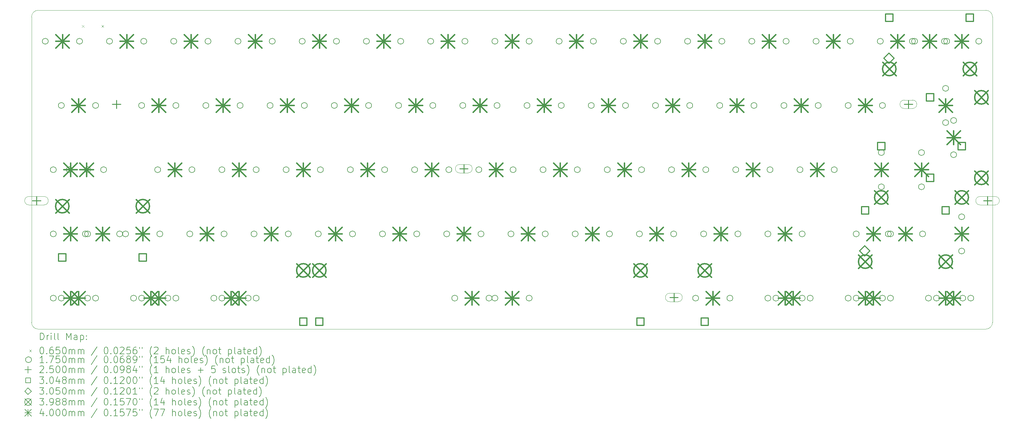
<source format=gbr>
%TF.GenerationSoftware,KiCad,Pcbnew,8.0.7*%
%TF.CreationDate,2024-12-19T21:55:52+08:00*%
%TF.ProjectId,PH60_Rev2,50483630-5f52-4657-9632-2e6b69636164,rev?*%
%TF.SameCoordinates,PX1b40518PY1b40518*%
%TF.FileFunction,Drillmap*%
%TF.FilePolarity,Positive*%
%FSLAX45Y45*%
G04 Gerber Fmt 4.5, Leading zero omitted, Abs format (unit mm)*
G04 Created by KiCad (PCBNEW 8.0.7) date 2024-12-19 21:55:52*
%MOMM*%
%LPD*%
G01*
G04 APERTURE LIST*
%ADD10C,0.050000*%
%ADD11C,0.200000*%
%ADD12C,0.100000*%
%ADD13C,0.175000*%
%ADD14C,0.250000*%
%ADD15C,0.304800*%
%ADD16C,0.305000*%
%ADD17C,0.398780*%
%ADD18C,0.400000*%
G04 APERTURE END LIST*
D10*
X28337500Y-9492500D02*
X237500Y-9492500D01*
X37500Y-232500D02*
G75*
G02*
X237500Y-32500I200000J0D01*
G01*
X237500Y-9492500D02*
G75*
G02*
X37500Y-9292500I0J200000D01*
G01*
X28337500Y-32500D02*
G75*
G02*
X28537500Y-232500I0J-200000D01*
G01*
X237500Y-32500D02*
X28337500Y-32500D01*
X28537500Y-232500D02*
X28537500Y-9292500D01*
X37500Y-9292500D02*
X37500Y-232500D01*
X28537500Y-9292500D02*
G75*
G02*
X28337500Y-9492500I-200000J0D01*
G01*
D11*
D12*
X1536000Y-478000D02*
X1601000Y-543000D01*
X1601000Y-478000D02*
X1536000Y-543000D01*
X2114000Y-478000D02*
X2179000Y-543000D01*
X2179000Y-478000D02*
X2114000Y-543000D01*
D13*
X532000Y-952500D02*
G75*
G02*
X357000Y-952500I-87500J0D01*
G01*
X357000Y-952500D02*
G75*
G02*
X532000Y-952500I87500J0D01*
G01*
X770125Y-4762500D02*
G75*
G02*
X595125Y-4762500I-87500J0D01*
G01*
X595125Y-4762500D02*
G75*
G02*
X770125Y-4762500I87500J0D01*
G01*
X770125Y-6667500D02*
G75*
G02*
X595125Y-6667500I-87500J0D01*
G01*
X595125Y-6667500D02*
G75*
G02*
X770125Y-6667500I87500J0D01*
G01*
X770125Y-8572500D02*
G75*
G02*
X595125Y-8572500I-87500J0D01*
G01*
X595125Y-8572500D02*
G75*
G02*
X770125Y-8572500I87500J0D01*
G01*
X1008250Y-2857500D02*
G75*
G02*
X833250Y-2857500I-87500J0D01*
G01*
X833250Y-2857500D02*
G75*
G02*
X1008250Y-2857500I87500J0D01*
G01*
X1008250Y-8572500D02*
G75*
G02*
X833250Y-8572500I-87500J0D01*
G01*
X833250Y-8572500D02*
G75*
G02*
X1008250Y-8572500I87500J0D01*
G01*
X1246375Y-4762500D02*
G75*
G02*
X1071375Y-4762500I-87500J0D01*
G01*
X1071375Y-4762500D02*
G75*
G02*
X1246375Y-4762500I87500J0D01*
G01*
X1548000Y-952500D02*
G75*
G02*
X1373000Y-952500I-87500J0D01*
G01*
X1373000Y-952500D02*
G75*
G02*
X1548000Y-952500I87500J0D01*
G01*
X1722625Y-6667500D02*
G75*
G02*
X1547625Y-6667500I-87500J0D01*
G01*
X1547625Y-6667500D02*
G75*
G02*
X1722625Y-6667500I87500J0D01*
G01*
X1786125Y-4762500D02*
G75*
G02*
X1611125Y-4762500I-87500J0D01*
G01*
X1611125Y-4762500D02*
G75*
G02*
X1786125Y-4762500I87500J0D01*
G01*
X1786125Y-6667500D02*
G75*
G02*
X1611125Y-6667500I-87500J0D01*
G01*
X1611125Y-6667500D02*
G75*
G02*
X1786125Y-6667500I87500J0D01*
G01*
X1786125Y-8572500D02*
G75*
G02*
X1611125Y-8572500I-87500J0D01*
G01*
X1611125Y-8572500D02*
G75*
G02*
X1786125Y-8572500I87500J0D01*
G01*
X2024250Y-2857500D02*
G75*
G02*
X1849250Y-2857500I-87500J0D01*
G01*
X1849250Y-2857500D02*
G75*
G02*
X2024250Y-2857500I87500J0D01*
G01*
X2024250Y-8572500D02*
G75*
G02*
X1849250Y-8572500I-87500J0D01*
G01*
X1849250Y-8572500D02*
G75*
G02*
X2024250Y-8572500I87500J0D01*
G01*
X2262375Y-4762500D02*
G75*
G02*
X2087375Y-4762500I-87500J0D01*
G01*
X2087375Y-4762500D02*
G75*
G02*
X2262375Y-4762500I87500J0D01*
G01*
X2437000Y-952500D02*
G75*
G02*
X2262000Y-952500I-87500J0D01*
G01*
X2262000Y-952500D02*
G75*
G02*
X2437000Y-952500I87500J0D01*
G01*
X2738625Y-6667500D02*
G75*
G02*
X2563625Y-6667500I-87500J0D01*
G01*
X2563625Y-6667500D02*
G75*
G02*
X2738625Y-6667500I87500J0D01*
G01*
X2913250Y-6667500D02*
G75*
G02*
X2738250Y-6667500I-87500J0D01*
G01*
X2738250Y-6667500D02*
G75*
G02*
X2913250Y-6667500I87500J0D01*
G01*
X3151375Y-8572500D02*
G75*
G02*
X2976375Y-8572500I-87500J0D01*
G01*
X2976375Y-8572500D02*
G75*
G02*
X3151375Y-8572500I87500J0D01*
G01*
X3389500Y-2857500D02*
G75*
G02*
X3214500Y-2857500I-87500J0D01*
G01*
X3214500Y-2857500D02*
G75*
G02*
X3389500Y-2857500I87500J0D01*
G01*
X3389500Y-8572500D02*
G75*
G02*
X3214500Y-8572500I-87500J0D01*
G01*
X3214500Y-8572500D02*
G75*
G02*
X3389500Y-8572500I87500J0D01*
G01*
X3453000Y-952500D02*
G75*
G02*
X3278000Y-952500I-87500J0D01*
G01*
X3278000Y-952500D02*
G75*
G02*
X3453000Y-952500I87500J0D01*
G01*
X3865750Y-4762500D02*
G75*
G02*
X3690750Y-4762500I-87500J0D01*
G01*
X3690750Y-4762500D02*
G75*
G02*
X3865750Y-4762500I87500J0D01*
G01*
X3929250Y-6667500D02*
G75*
G02*
X3754250Y-6667500I-87500J0D01*
G01*
X3754250Y-6667500D02*
G75*
G02*
X3929250Y-6667500I87500J0D01*
G01*
X4167375Y-8572500D02*
G75*
G02*
X3992375Y-8572500I-87500J0D01*
G01*
X3992375Y-8572500D02*
G75*
G02*
X4167375Y-8572500I87500J0D01*
G01*
X4342000Y-952500D02*
G75*
G02*
X4167000Y-952500I-87500J0D01*
G01*
X4167000Y-952500D02*
G75*
G02*
X4342000Y-952500I87500J0D01*
G01*
X4405500Y-2857500D02*
G75*
G02*
X4230500Y-2857500I-87500J0D01*
G01*
X4230500Y-2857500D02*
G75*
G02*
X4405500Y-2857500I87500J0D01*
G01*
X4405500Y-8572500D02*
G75*
G02*
X4230500Y-8572500I-87500J0D01*
G01*
X4230500Y-8572500D02*
G75*
G02*
X4405500Y-8572500I87500J0D01*
G01*
X4818250Y-6667500D02*
G75*
G02*
X4643250Y-6667500I-87500J0D01*
G01*
X4643250Y-6667500D02*
G75*
G02*
X4818250Y-6667500I87500J0D01*
G01*
X4881750Y-4762500D02*
G75*
G02*
X4706750Y-4762500I-87500J0D01*
G01*
X4706750Y-4762500D02*
G75*
G02*
X4881750Y-4762500I87500J0D01*
G01*
X5294500Y-2857500D02*
G75*
G02*
X5119500Y-2857500I-87500J0D01*
G01*
X5119500Y-2857500D02*
G75*
G02*
X5294500Y-2857500I87500J0D01*
G01*
X5358000Y-952500D02*
G75*
G02*
X5183000Y-952500I-87500J0D01*
G01*
X5183000Y-952500D02*
G75*
G02*
X5358000Y-952500I87500J0D01*
G01*
X5532625Y-8572500D02*
G75*
G02*
X5357625Y-8572500I-87500J0D01*
G01*
X5357625Y-8572500D02*
G75*
G02*
X5532625Y-8572500I87500J0D01*
G01*
X5770750Y-4762500D02*
G75*
G02*
X5595750Y-4762500I-87500J0D01*
G01*
X5595750Y-4762500D02*
G75*
G02*
X5770750Y-4762500I87500J0D01*
G01*
X5770750Y-8572500D02*
G75*
G02*
X5595750Y-8572500I-87500J0D01*
G01*
X5595750Y-8572500D02*
G75*
G02*
X5770750Y-8572500I87500J0D01*
G01*
X5834250Y-6667500D02*
G75*
G02*
X5659250Y-6667500I-87500J0D01*
G01*
X5659250Y-6667500D02*
G75*
G02*
X5834250Y-6667500I87500J0D01*
G01*
X6247000Y-952500D02*
G75*
G02*
X6072000Y-952500I-87500J0D01*
G01*
X6072000Y-952500D02*
G75*
G02*
X6247000Y-952500I87500J0D01*
G01*
X6310500Y-2857500D02*
G75*
G02*
X6135500Y-2857500I-87500J0D01*
G01*
X6135500Y-2857500D02*
G75*
G02*
X6310500Y-2857500I87500J0D01*
G01*
X6548625Y-8572500D02*
G75*
G02*
X6373625Y-8572500I-87500J0D01*
G01*
X6373625Y-8572500D02*
G75*
G02*
X6548625Y-8572500I87500J0D01*
G01*
X6723250Y-6667500D02*
G75*
G02*
X6548250Y-6667500I-87500J0D01*
G01*
X6548250Y-6667500D02*
G75*
G02*
X6723250Y-6667500I87500J0D01*
G01*
X6786750Y-4762500D02*
G75*
G02*
X6611750Y-4762500I-87500J0D01*
G01*
X6611750Y-4762500D02*
G75*
G02*
X6786750Y-4762500I87500J0D01*
G01*
X6786750Y-8572500D02*
G75*
G02*
X6611750Y-8572500I-87500J0D01*
G01*
X6611750Y-8572500D02*
G75*
G02*
X6786750Y-8572500I87500J0D01*
G01*
X7199500Y-2857500D02*
G75*
G02*
X7024500Y-2857500I-87500J0D01*
G01*
X7024500Y-2857500D02*
G75*
G02*
X7199500Y-2857500I87500J0D01*
G01*
X7263000Y-952500D02*
G75*
G02*
X7088000Y-952500I-87500J0D01*
G01*
X7088000Y-952500D02*
G75*
G02*
X7263000Y-952500I87500J0D01*
G01*
X7675750Y-4762500D02*
G75*
G02*
X7500750Y-4762500I-87500J0D01*
G01*
X7500750Y-4762500D02*
G75*
G02*
X7675750Y-4762500I87500J0D01*
G01*
X7739250Y-6667500D02*
G75*
G02*
X7564250Y-6667500I-87500J0D01*
G01*
X7564250Y-6667500D02*
G75*
G02*
X7739250Y-6667500I87500J0D01*
G01*
X8152000Y-952500D02*
G75*
G02*
X7977000Y-952500I-87500J0D01*
G01*
X7977000Y-952500D02*
G75*
G02*
X8152000Y-952500I87500J0D01*
G01*
X8215500Y-2857500D02*
G75*
G02*
X8040500Y-2857500I-87500J0D01*
G01*
X8040500Y-2857500D02*
G75*
G02*
X8215500Y-2857500I87500J0D01*
G01*
X8628250Y-6667500D02*
G75*
G02*
X8453250Y-6667500I-87500J0D01*
G01*
X8453250Y-6667500D02*
G75*
G02*
X8628250Y-6667500I87500J0D01*
G01*
X8691750Y-4762500D02*
G75*
G02*
X8516750Y-4762500I-87500J0D01*
G01*
X8516750Y-4762500D02*
G75*
G02*
X8691750Y-4762500I87500J0D01*
G01*
X9104500Y-2857500D02*
G75*
G02*
X8929500Y-2857500I-87500J0D01*
G01*
X8929500Y-2857500D02*
G75*
G02*
X9104500Y-2857500I87500J0D01*
G01*
X9168000Y-952500D02*
G75*
G02*
X8993000Y-952500I-87500J0D01*
G01*
X8993000Y-952500D02*
G75*
G02*
X9168000Y-952500I87500J0D01*
G01*
X9580750Y-4762500D02*
G75*
G02*
X9405750Y-4762500I-87500J0D01*
G01*
X9405750Y-4762500D02*
G75*
G02*
X9580750Y-4762500I87500J0D01*
G01*
X9644250Y-6667500D02*
G75*
G02*
X9469250Y-6667500I-87500J0D01*
G01*
X9469250Y-6667500D02*
G75*
G02*
X9644250Y-6667500I87500J0D01*
G01*
X10057000Y-952500D02*
G75*
G02*
X9882000Y-952500I-87500J0D01*
G01*
X9882000Y-952500D02*
G75*
G02*
X10057000Y-952500I87500J0D01*
G01*
X10120500Y-2857500D02*
G75*
G02*
X9945500Y-2857500I-87500J0D01*
G01*
X9945500Y-2857500D02*
G75*
G02*
X10120500Y-2857500I87500J0D01*
G01*
X10533250Y-6667500D02*
G75*
G02*
X10358250Y-6667500I-87500J0D01*
G01*
X10358250Y-6667500D02*
G75*
G02*
X10533250Y-6667500I87500J0D01*
G01*
X10596750Y-4762500D02*
G75*
G02*
X10421750Y-4762500I-87500J0D01*
G01*
X10421750Y-4762500D02*
G75*
G02*
X10596750Y-4762500I87500J0D01*
G01*
X11009500Y-2857500D02*
G75*
G02*
X10834500Y-2857500I-87500J0D01*
G01*
X10834500Y-2857500D02*
G75*
G02*
X11009500Y-2857500I87500J0D01*
G01*
X11073000Y-952500D02*
G75*
G02*
X10898000Y-952500I-87500J0D01*
G01*
X10898000Y-952500D02*
G75*
G02*
X11073000Y-952500I87500J0D01*
G01*
X11485750Y-4762500D02*
G75*
G02*
X11310750Y-4762500I-87500J0D01*
G01*
X11310750Y-4762500D02*
G75*
G02*
X11485750Y-4762500I87500J0D01*
G01*
X11549250Y-6667500D02*
G75*
G02*
X11374250Y-6667500I-87500J0D01*
G01*
X11374250Y-6667500D02*
G75*
G02*
X11549250Y-6667500I87500J0D01*
G01*
X11962000Y-952500D02*
G75*
G02*
X11787000Y-952500I-87500J0D01*
G01*
X11787000Y-952500D02*
G75*
G02*
X11962000Y-952500I87500J0D01*
G01*
X12025500Y-2857500D02*
G75*
G02*
X11850500Y-2857500I-87500J0D01*
G01*
X11850500Y-2857500D02*
G75*
G02*
X12025500Y-2857500I87500J0D01*
G01*
X12438250Y-6667500D02*
G75*
G02*
X12263250Y-6667500I-87500J0D01*
G01*
X12263250Y-6667500D02*
G75*
G02*
X12438250Y-6667500I87500J0D01*
G01*
X12501750Y-4762500D02*
G75*
G02*
X12326750Y-4762500I-87500J0D01*
G01*
X12326750Y-4762500D02*
G75*
G02*
X12501750Y-4762500I87500J0D01*
G01*
X12676375Y-8572500D02*
G75*
G02*
X12501375Y-8572500I-87500J0D01*
G01*
X12501375Y-8572500D02*
G75*
G02*
X12676375Y-8572500I87500J0D01*
G01*
X12914500Y-2857500D02*
G75*
G02*
X12739500Y-2857500I-87500J0D01*
G01*
X12739500Y-2857500D02*
G75*
G02*
X12914500Y-2857500I87500J0D01*
G01*
X12978000Y-952500D02*
G75*
G02*
X12803000Y-952500I-87500J0D01*
G01*
X12803000Y-952500D02*
G75*
G02*
X12978000Y-952500I87500J0D01*
G01*
X13390750Y-4762500D02*
G75*
G02*
X13215750Y-4762500I-87500J0D01*
G01*
X13215750Y-4762500D02*
G75*
G02*
X13390750Y-4762500I87500J0D01*
G01*
X13454250Y-6667500D02*
G75*
G02*
X13279250Y-6667500I-87500J0D01*
G01*
X13279250Y-6667500D02*
G75*
G02*
X13454250Y-6667500I87500J0D01*
G01*
X13692375Y-8572500D02*
G75*
G02*
X13517375Y-8572500I-87500J0D01*
G01*
X13517375Y-8572500D02*
G75*
G02*
X13692375Y-8572500I87500J0D01*
G01*
X13867000Y-952500D02*
G75*
G02*
X13692000Y-952500I-87500J0D01*
G01*
X13692000Y-952500D02*
G75*
G02*
X13867000Y-952500I87500J0D01*
G01*
X13867000Y-8572500D02*
G75*
G02*
X13692000Y-8572500I-87500J0D01*
G01*
X13692000Y-8572500D02*
G75*
G02*
X13867000Y-8572500I87500J0D01*
G01*
X13930500Y-2857500D02*
G75*
G02*
X13755500Y-2857500I-87500J0D01*
G01*
X13755500Y-2857500D02*
G75*
G02*
X13930500Y-2857500I87500J0D01*
G01*
X14343250Y-6667500D02*
G75*
G02*
X14168250Y-6667500I-87500J0D01*
G01*
X14168250Y-6667500D02*
G75*
G02*
X14343250Y-6667500I87500J0D01*
G01*
X14406750Y-4762500D02*
G75*
G02*
X14231750Y-4762500I-87500J0D01*
G01*
X14231750Y-4762500D02*
G75*
G02*
X14406750Y-4762500I87500J0D01*
G01*
X14819500Y-2857500D02*
G75*
G02*
X14644500Y-2857500I-87500J0D01*
G01*
X14644500Y-2857500D02*
G75*
G02*
X14819500Y-2857500I87500J0D01*
G01*
X14883000Y-952500D02*
G75*
G02*
X14708000Y-952500I-87500J0D01*
G01*
X14708000Y-952500D02*
G75*
G02*
X14883000Y-952500I87500J0D01*
G01*
X14883000Y-8572500D02*
G75*
G02*
X14708000Y-8572500I-87500J0D01*
G01*
X14708000Y-8572500D02*
G75*
G02*
X14883000Y-8572500I87500J0D01*
G01*
X15295750Y-4762500D02*
G75*
G02*
X15120750Y-4762500I-87500J0D01*
G01*
X15120750Y-4762500D02*
G75*
G02*
X15295750Y-4762500I87500J0D01*
G01*
X15359250Y-6667500D02*
G75*
G02*
X15184250Y-6667500I-87500J0D01*
G01*
X15184250Y-6667500D02*
G75*
G02*
X15359250Y-6667500I87500J0D01*
G01*
X15772000Y-952500D02*
G75*
G02*
X15597000Y-952500I-87500J0D01*
G01*
X15597000Y-952500D02*
G75*
G02*
X15772000Y-952500I87500J0D01*
G01*
X15835500Y-2857500D02*
G75*
G02*
X15660500Y-2857500I-87500J0D01*
G01*
X15660500Y-2857500D02*
G75*
G02*
X15835500Y-2857500I87500J0D01*
G01*
X16248250Y-6667500D02*
G75*
G02*
X16073250Y-6667500I-87500J0D01*
G01*
X16073250Y-6667500D02*
G75*
G02*
X16248250Y-6667500I87500J0D01*
G01*
X16311750Y-4762500D02*
G75*
G02*
X16136750Y-4762500I-87500J0D01*
G01*
X16136750Y-4762500D02*
G75*
G02*
X16311750Y-4762500I87500J0D01*
G01*
X16724500Y-2857500D02*
G75*
G02*
X16549500Y-2857500I-87500J0D01*
G01*
X16549500Y-2857500D02*
G75*
G02*
X16724500Y-2857500I87500J0D01*
G01*
X16788000Y-952500D02*
G75*
G02*
X16613000Y-952500I-87500J0D01*
G01*
X16613000Y-952500D02*
G75*
G02*
X16788000Y-952500I87500J0D01*
G01*
X17200750Y-4762500D02*
G75*
G02*
X17025750Y-4762500I-87500J0D01*
G01*
X17025750Y-4762500D02*
G75*
G02*
X17200750Y-4762500I87500J0D01*
G01*
X17264250Y-6667500D02*
G75*
G02*
X17089250Y-6667500I-87500J0D01*
G01*
X17089250Y-6667500D02*
G75*
G02*
X17264250Y-6667500I87500J0D01*
G01*
X17677000Y-952500D02*
G75*
G02*
X17502000Y-952500I-87500J0D01*
G01*
X17502000Y-952500D02*
G75*
G02*
X17677000Y-952500I87500J0D01*
G01*
X17740500Y-2857500D02*
G75*
G02*
X17565500Y-2857500I-87500J0D01*
G01*
X17565500Y-2857500D02*
G75*
G02*
X17740500Y-2857500I87500J0D01*
G01*
X18153250Y-6667500D02*
G75*
G02*
X17978250Y-6667500I-87500J0D01*
G01*
X17978250Y-6667500D02*
G75*
G02*
X18153250Y-6667500I87500J0D01*
G01*
X18216750Y-4762500D02*
G75*
G02*
X18041750Y-4762500I-87500J0D01*
G01*
X18041750Y-4762500D02*
G75*
G02*
X18216750Y-4762500I87500J0D01*
G01*
X18629500Y-2857500D02*
G75*
G02*
X18454500Y-2857500I-87500J0D01*
G01*
X18454500Y-2857500D02*
G75*
G02*
X18629500Y-2857500I87500J0D01*
G01*
X18693000Y-952500D02*
G75*
G02*
X18518000Y-952500I-87500J0D01*
G01*
X18518000Y-952500D02*
G75*
G02*
X18693000Y-952500I87500J0D01*
G01*
X19105750Y-4762500D02*
G75*
G02*
X18930750Y-4762500I-87500J0D01*
G01*
X18930750Y-4762500D02*
G75*
G02*
X19105750Y-4762500I87500J0D01*
G01*
X19169250Y-6667500D02*
G75*
G02*
X18994250Y-6667500I-87500J0D01*
G01*
X18994250Y-6667500D02*
G75*
G02*
X19169250Y-6667500I87500J0D01*
G01*
X19582000Y-952500D02*
G75*
G02*
X19407000Y-952500I-87500J0D01*
G01*
X19407000Y-952500D02*
G75*
G02*
X19582000Y-952500I87500J0D01*
G01*
X19645500Y-2857500D02*
G75*
G02*
X19470500Y-2857500I-87500J0D01*
G01*
X19470500Y-2857500D02*
G75*
G02*
X19645500Y-2857500I87500J0D01*
G01*
X19820125Y-8572500D02*
G75*
G02*
X19645125Y-8572500I-87500J0D01*
G01*
X19645125Y-8572500D02*
G75*
G02*
X19820125Y-8572500I87500J0D01*
G01*
X20058250Y-6667500D02*
G75*
G02*
X19883250Y-6667500I-87500J0D01*
G01*
X19883250Y-6667500D02*
G75*
G02*
X20058250Y-6667500I87500J0D01*
G01*
X20121750Y-4762500D02*
G75*
G02*
X19946750Y-4762500I-87500J0D01*
G01*
X19946750Y-4762500D02*
G75*
G02*
X20121750Y-4762500I87500J0D01*
G01*
X20534500Y-2857500D02*
G75*
G02*
X20359500Y-2857500I-87500J0D01*
G01*
X20359500Y-2857500D02*
G75*
G02*
X20534500Y-2857500I87500J0D01*
G01*
X20598000Y-952500D02*
G75*
G02*
X20423000Y-952500I-87500J0D01*
G01*
X20423000Y-952500D02*
G75*
G02*
X20598000Y-952500I87500J0D01*
G01*
X20836125Y-8572500D02*
G75*
G02*
X20661125Y-8572500I-87500J0D01*
G01*
X20661125Y-8572500D02*
G75*
G02*
X20836125Y-8572500I87500J0D01*
G01*
X21010750Y-4762500D02*
G75*
G02*
X20835750Y-4762500I-87500J0D01*
G01*
X20835750Y-4762500D02*
G75*
G02*
X21010750Y-4762500I87500J0D01*
G01*
X21074250Y-6667500D02*
G75*
G02*
X20899250Y-6667500I-87500J0D01*
G01*
X20899250Y-6667500D02*
G75*
G02*
X21074250Y-6667500I87500J0D01*
G01*
X21487000Y-952500D02*
G75*
G02*
X21312000Y-952500I-87500J0D01*
G01*
X21312000Y-952500D02*
G75*
G02*
X21487000Y-952500I87500J0D01*
G01*
X21550500Y-2857500D02*
G75*
G02*
X21375500Y-2857500I-87500J0D01*
G01*
X21375500Y-2857500D02*
G75*
G02*
X21550500Y-2857500I87500J0D01*
G01*
X21963250Y-6667500D02*
G75*
G02*
X21788250Y-6667500I-87500J0D01*
G01*
X21788250Y-6667500D02*
G75*
G02*
X21963250Y-6667500I87500J0D01*
G01*
X21963250Y-8572500D02*
G75*
G02*
X21788250Y-8572500I-87500J0D01*
G01*
X21788250Y-8572500D02*
G75*
G02*
X21963250Y-8572500I87500J0D01*
G01*
X22026750Y-4762500D02*
G75*
G02*
X21851750Y-4762500I-87500J0D01*
G01*
X21851750Y-4762500D02*
G75*
G02*
X22026750Y-4762500I87500J0D01*
G01*
X22201375Y-8572500D02*
G75*
G02*
X22026375Y-8572500I-87500J0D01*
G01*
X22026375Y-8572500D02*
G75*
G02*
X22201375Y-8572500I87500J0D01*
G01*
X22439500Y-2857500D02*
G75*
G02*
X22264500Y-2857500I-87500J0D01*
G01*
X22264500Y-2857500D02*
G75*
G02*
X22439500Y-2857500I87500J0D01*
G01*
X22503000Y-952500D02*
G75*
G02*
X22328000Y-952500I-87500J0D01*
G01*
X22328000Y-952500D02*
G75*
G02*
X22503000Y-952500I87500J0D01*
G01*
X22915750Y-4762500D02*
G75*
G02*
X22740750Y-4762500I-87500J0D01*
G01*
X22740750Y-4762500D02*
G75*
G02*
X22915750Y-4762500I87500J0D01*
G01*
X22979250Y-6667500D02*
G75*
G02*
X22804250Y-6667500I-87500J0D01*
G01*
X22804250Y-6667500D02*
G75*
G02*
X22979250Y-6667500I87500J0D01*
G01*
X22979250Y-8572500D02*
G75*
G02*
X22804250Y-8572500I-87500J0D01*
G01*
X22804250Y-8572500D02*
G75*
G02*
X22979250Y-8572500I87500J0D01*
G01*
X23217375Y-8572500D02*
G75*
G02*
X23042375Y-8572500I-87500J0D01*
G01*
X23042375Y-8572500D02*
G75*
G02*
X23217375Y-8572500I87500J0D01*
G01*
X23392000Y-952500D02*
G75*
G02*
X23217000Y-952500I-87500J0D01*
G01*
X23217000Y-952500D02*
G75*
G02*
X23392000Y-952500I87500J0D01*
G01*
X23455500Y-2857500D02*
G75*
G02*
X23280500Y-2857500I-87500J0D01*
G01*
X23280500Y-2857500D02*
G75*
G02*
X23455500Y-2857500I87500J0D01*
G01*
X23931750Y-4762500D02*
G75*
G02*
X23756750Y-4762500I-87500J0D01*
G01*
X23756750Y-4762500D02*
G75*
G02*
X23931750Y-4762500I87500J0D01*
G01*
X24344500Y-2857500D02*
G75*
G02*
X24169500Y-2857500I-87500J0D01*
G01*
X24169500Y-2857500D02*
G75*
G02*
X24344500Y-2857500I87500J0D01*
G01*
X24344500Y-8572500D02*
G75*
G02*
X24169500Y-8572500I-87500J0D01*
G01*
X24169500Y-8572500D02*
G75*
G02*
X24344500Y-8572500I87500J0D01*
G01*
X24408000Y-952500D02*
G75*
G02*
X24233000Y-952500I-87500J0D01*
G01*
X24233000Y-952500D02*
G75*
G02*
X24408000Y-952500I87500J0D01*
G01*
X24582625Y-6667500D02*
G75*
G02*
X24407625Y-6667500I-87500J0D01*
G01*
X24407625Y-6667500D02*
G75*
G02*
X24582625Y-6667500I87500J0D01*
G01*
X24582625Y-8572500D02*
G75*
G02*
X24407625Y-8572500I-87500J0D01*
G01*
X24407625Y-8572500D02*
G75*
G02*
X24582625Y-8572500I87500J0D01*
G01*
X25297000Y-952500D02*
G75*
G02*
X25122000Y-952500I-87500J0D01*
G01*
X25122000Y-952500D02*
G75*
G02*
X25297000Y-952500I87500J0D01*
G01*
X25328750Y-4254500D02*
G75*
G02*
X25153750Y-4254500I-87500J0D01*
G01*
X25153750Y-4254500D02*
G75*
G02*
X25328750Y-4254500I87500J0D01*
G01*
X25328750Y-5270500D02*
G75*
G02*
X25153750Y-5270500I-87500J0D01*
G01*
X25153750Y-5270500D02*
G75*
G02*
X25328750Y-5270500I87500J0D01*
G01*
X25360500Y-2857500D02*
G75*
G02*
X25185500Y-2857500I-87500J0D01*
G01*
X25185500Y-2857500D02*
G75*
G02*
X25360500Y-2857500I87500J0D01*
G01*
X25360500Y-8572500D02*
G75*
G02*
X25185500Y-8572500I-87500J0D01*
G01*
X25185500Y-8572500D02*
G75*
G02*
X25360500Y-8572500I87500J0D01*
G01*
X25535125Y-6667500D02*
G75*
G02*
X25360125Y-6667500I-87500J0D01*
G01*
X25360125Y-6667500D02*
G75*
G02*
X25535125Y-6667500I87500J0D01*
G01*
X25598625Y-6667500D02*
G75*
G02*
X25423625Y-6667500I-87500J0D01*
G01*
X25423625Y-6667500D02*
G75*
G02*
X25598625Y-6667500I87500J0D01*
G01*
X25598625Y-8572500D02*
G75*
G02*
X25423625Y-8572500I-87500J0D01*
G01*
X25423625Y-8572500D02*
G75*
G02*
X25598625Y-8572500I87500J0D01*
G01*
X26249500Y-952500D02*
G75*
G02*
X26074500Y-952500I-87500J0D01*
G01*
X26074500Y-952500D02*
G75*
G02*
X26249500Y-952500I87500J0D01*
G01*
X26313000Y-952500D02*
G75*
G02*
X26138000Y-952500I-87500J0D01*
G01*
X26138000Y-952500D02*
G75*
G02*
X26313000Y-952500I87500J0D01*
G01*
X26519375Y-4254500D02*
G75*
G02*
X26344375Y-4254500I-87500J0D01*
G01*
X26344375Y-4254500D02*
G75*
G02*
X26519375Y-4254500I87500J0D01*
G01*
X26519375Y-5270500D02*
G75*
G02*
X26344375Y-5270500I-87500J0D01*
G01*
X26344375Y-5270500D02*
G75*
G02*
X26519375Y-5270500I87500J0D01*
G01*
X26551125Y-6667500D02*
G75*
G02*
X26376125Y-6667500I-87500J0D01*
G01*
X26376125Y-6667500D02*
G75*
G02*
X26551125Y-6667500I87500J0D01*
G01*
X26725750Y-8572500D02*
G75*
G02*
X26550750Y-8572500I-87500J0D01*
G01*
X26550750Y-8572500D02*
G75*
G02*
X26725750Y-8572500I87500J0D01*
G01*
X26963875Y-8572500D02*
G75*
G02*
X26788875Y-8572500I-87500J0D01*
G01*
X26788875Y-8572500D02*
G75*
G02*
X26963875Y-8572500I87500J0D01*
G01*
X27202000Y-952500D02*
G75*
G02*
X27027000Y-952500I-87500J0D01*
G01*
X27027000Y-952500D02*
G75*
G02*
X27202000Y-952500I87500J0D01*
G01*
X27233750Y-2349500D02*
G75*
G02*
X27058750Y-2349500I-87500J0D01*
G01*
X27058750Y-2349500D02*
G75*
G02*
X27233750Y-2349500I87500J0D01*
G01*
X27233750Y-3365500D02*
G75*
G02*
X27058750Y-3365500I-87500J0D01*
G01*
X27058750Y-3365500D02*
G75*
G02*
X27233750Y-3365500I87500J0D01*
G01*
X27265500Y-952500D02*
G75*
G02*
X27090500Y-952500I-87500J0D01*
G01*
X27090500Y-952500D02*
G75*
G02*
X27265500Y-952500I87500J0D01*
G01*
X27471875Y-3302000D02*
G75*
G02*
X27296875Y-3302000I-87500J0D01*
G01*
X27296875Y-3302000D02*
G75*
G02*
X27471875Y-3302000I87500J0D01*
G01*
X27471875Y-4318000D02*
G75*
G02*
X27296875Y-4318000I-87500J0D01*
G01*
X27296875Y-4318000D02*
G75*
G02*
X27471875Y-4318000I87500J0D01*
G01*
X27710000Y-6159500D02*
G75*
G02*
X27535000Y-6159500I-87500J0D01*
G01*
X27535000Y-6159500D02*
G75*
G02*
X27710000Y-6159500I87500J0D01*
G01*
X27710000Y-7175500D02*
G75*
G02*
X27535000Y-7175500I-87500J0D01*
G01*
X27535000Y-7175500D02*
G75*
G02*
X27710000Y-7175500I87500J0D01*
G01*
X27741750Y-8572500D02*
G75*
G02*
X27566750Y-8572500I-87500J0D01*
G01*
X27566750Y-8572500D02*
G75*
G02*
X27741750Y-8572500I87500J0D01*
G01*
X27979875Y-8572500D02*
G75*
G02*
X27804875Y-8572500I-87500J0D01*
G01*
X27804875Y-8572500D02*
G75*
G02*
X27979875Y-8572500I87500J0D01*
G01*
X28218000Y-952500D02*
G75*
G02*
X28043000Y-952500I-87500J0D01*
G01*
X28043000Y-952500D02*
G75*
G02*
X28218000Y-952500I87500J0D01*
G01*
D14*
X183500Y-5557500D02*
X183500Y-5807500D01*
X58500Y-5682500D02*
X308500Y-5682500D01*
D12*
X-41500Y-5807500D02*
X408500Y-5807500D01*
X408500Y-5557500D02*
G75*
G02*
X408500Y-5807500I0J-125000D01*
G01*
X408500Y-5557500D02*
X-41500Y-5557500D01*
X-41500Y-5557500D02*
G75*
G03*
X-41500Y-5807500I0J-125000D01*
G01*
D14*
X2557500Y-2697500D02*
X2557500Y-2947500D01*
X2432500Y-2822500D02*
X2682500Y-2822500D01*
X12857500Y-4607500D02*
X12857500Y-4857500D01*
X12732500Y-4732500D02*
X12982500Y-4732500D01*
D12*
X12732500Y-4857500D02*
X12982500Y-4857500D01*
X12982500Y-4607500D02*
G75*
G02*
X12982500Y-4857500I0J-125000D01*
G01*
X12982500Y-4607500D02*
X12732500Y-4607500D01*
X12732500Y-4607500D02*
G75*
G03*
X12732500Y-4857500I0J-125000D01*
G01*
D14*
X19087500Y-8427500D02*
X19087500Y-8677500D01*
X18962500Y-8552500D02*
X19212500Y-8552500D01*
D12*
X18962500Y-8677500D02*
X19212500Y-8677500D01*
X19212500Y-8427500D02*
G75*
G02*
X19212500Y-8677500I0J-125000D01*
G01*
X19212500Y-8427500D02*
X18962500Y-8427500D01*
X18962500Y-8427500D02*
G75*
G03*
X18962500Y-8677500I0J-125000D01*
G01*
D14*
X26042500Y-2697500D02*
X26042500Y-2947500D01*
X25917500Y-2822500D02*
X26167500Y-2822500D01*
D12*
X25917500Y-2947500D02*
X26167500Y-2947500D01*
X26167500Y-2697500D02*
G75*
G02*
X26167500Y-2947500I0J-125000D01*
G01*
X26167500Y-2697500D02*
X25917500Y-2697500D01*
X25917500Y-2697500D02*
G75*
G03*
X25917500Y-2947500I0J-125000D01*
G01*
D14*
X28391500Y-5557500D02*
X28391500Y-5807500D01*
X28266500Y-5682500D02*
X28516500Y-5682500D01*
D12*
X28166500Y-5807500D02*
X28616500Y-5807500D01*
X28616500Y-5557500D02*
G75*
G02*
X28616500Y-5807500I0J-125000D01*
G01*
X28616500Y-5557500D02*
X28166500Y-5557500D01*
X28166500Y-5557500D02*
G75*
G03*
X28166500Y-5807500I0J-125000D01*
G01*
D15*
X1057089Y-7473764D02*
X1057089Y-7258236D01*
X841561Y-7258236D01*
X841561Y-7473764D01*
X1057089Y-7473764D01*
X3444689Y-7473764D02*
X3444689Y-7258236D01*
X3229161Y-7258236D01*
X3229161Y-7473764D01*
X3444689Y-7473764D01*
X8204639Y-9378764D02*
X8204639Y-9163236D01*
X7989111Y-9163236D01*
X7989111Y-9378764D01*
X8204639Y-9378764D01*
X8680264Y-9378764D02*
X8680264Y-9163236D01*
X8464736Y-9163236D01*
X8464736Y-9378764D01*
X8680264Y-9378764D01*
X18204639Y-9378764D02*
X18204639Y-9163236D01*
X17989111Y-9163236D01*
X17989111Y-9378764D01*
X18204639Y-9378764D01*
X20110264Y-9378764D02*
X20110264Y-9163236D01*
X19894736Y-9163236D01*
X19894736Y-9378764D01*
X20110264Y-9378764D01*
X24869589Y-6076764D02*
X24869589Y-5861236D01*
X24654061Y-5861236D01*
X24654061Y-6076764D01*
X24869589Y-6076764D01*
X25345839Y-4171764D02*
X25345839Y-3956236D01*
X25130311Y-3956236D01*
X25130311Y-4171764D01*
X25345839Y-4171764D01*
X25583964Y-361764D02*
X25583964Y-146236D01*
X25368436Y-146236D01*
X25368436Y-361764D01*
X25583964Y-361764D01*
X26793639Y-2723964D02*
X26793639Y-2508436D01*
X26578111Y-2508436D01*
X26578111Y-2723964D01*
X26793639Y-2723964D01*
X26793639Y-5111564D02*
X26793639Y-4896036D01*
X26578111Y-4896036D01*
X26578111Y-5111564D01*
X26793639Y-5111564D01*
X27257189Y-6076764D02*
X27257189Y-5861236D01*
X27041661Y-5861236D01*
X27041661Y-6076764D01*
X27257189Y-6076764D01*
X27733439Y-4171764D02*
X27733439Y-3956236D01*
X27517911Y-3956236D01*
X27517911Y-4171764D01*
X27733439Y-4171764D01*
X27971564Y-361764D02*
X27971564Y-146236D01*
X27756036Y-146236D01*
X27756036Y-361764D01*
X27971564Y-361764D01*
D16*
X24749125Y-7328000D02*
X24901625Y-7175500D01*
X24749125Y-7023000D01*
X24596625Y-7175500D01*
X24749125Y-7328000D01*
X25463500Y-1613000D02*
X25616000Y-1460500D01*
X25463500Y-1308000D01*
X25311000Y-1460500D01*
X25463500Y-1613000D01*
D17*
X749935Y-5645610D02*
X1148715Y-6044390D01*
X1148715Y-5645610D02*
X749935Y-6044390D01*
X1148715Y-5845000D02*
G75*
G02*
X749935Y-5845000I-199390J0D01*
G01*
X749935Y-5845000D02*
G75*
G02*
X1148715Y-5845000I199390J0D01*
G01*
X3137535Y-5645610D02*
X3536315Y-6044390D01*
X3536315Y-5645610D02*
X3137535Y-6044390D01*
X3536315Y-5845000D02*
G75*
G02*
X3137535Y-5845000I-199390J0D01*
G01*
X3137535Y-5845000D02*
G75*
G02*
X3536315Y-5845000I199390J0D01*
G01*
X7897485Y-7550610D02*
X8296265Y-7949390D01*
X8296265Y-7550610D02*
X7897485Y-7949390D01*
X8296265Y-7750000D02*
G75*
G02*
X7897485Y-7750000I-199390J0D01*
G01*
X7897485Y-7750000D02*
G75*
G02*
X8296265Y-7750000I199390J0D01*
G01*
X8373110Y-7550610D02*
X8771890Y-7949390D01*
X8771890Y-7550610D02*
X8373110Y-7949390D01*
X8771890Y-7750000D02*
G75*
G02*
X8373110Y-7750000I-199390J0D01*
G01*
X8373110Y-7750000D02*
G75*
G02*
X8771890Y-7750000I199390J0D01*
G01*
X17897485Y-7550610D02*
X18296265Y-7949390D01*
X18296265Y-7550610D02*
X17897485Y-7949390D01*
X18296265Y-7750000D02*
G75*
G02*
X17897485Y-7750000I-199390J0D01*
G01*
X17897485Y-7750000D02*
G75*
G02*
X18296265Y-7750000I199390J0D01*
G01*
X19803110Y-7550610D02*
X20201890Y-7949390D01*
X20201890Y-7550610D02*
X19803110Y-7949390D01*
X20201890Y-7750000D02*
G75*
G02*
X19803110Y-7750000I-199390J0D01*
G01*
X19803110Y-7750000D02*
G75*
G02*
X20201890Y-7750000I199390J0D01*
G01*
X24562435Y-7290610D02*
X24961215Y-7689390D01*
X24961215Y-7290610D02*
X24562435Y-7689390D01*
X24961215Y-7490000D02*
G75*
G02*
X24562435Y-7490000I-199390J0D01*
G01*
X24562435Y-7490000D02*
G75*
G02*
X24961215Y-7490000I199390J0D01*
G01*
X25038685Y-5385610D02*
X25437465Y-5784390D01*
X25437465Y-5385610D02*
X25038685Y-5784390D01*
X25437465Y-5585000D02*
G75*
G02*
X25038685Y-5585000I-199390J0D01*
G01*
X25038685Y-5585000D02*
G75*
G02*
X25437465Y-5585000I199390J0D01*
G01*
X25276810Y-1575610D02*
X25675590Y-1974390D01*
X25675590Y-1575610D02*
X25276810Y-1974390D01*
X25675590Y-1775000D02*
G75*
G02*
X25276810Y-1775000I-199390J0D01*
G01*
X25276810Y-1775000D02*
G75*
G02*
X25675590Y-1775000I199390J0D01*
G01*
X26950035Y-7290610D02*
X27348815Y-7689390D01*
X27348815Y-7290610D02*
X26950035Y-7689390D01*
X27348815Y-7490000D02*
G75*
G02*
X26950035Y-7490000I-199390J0D01*
G01*
X26950035Y-7490000D02*
G75*
G02*
X27348815Y-7490000I199390J0D01*
G01*
X27426285Y-5385610D02*
X27825065Y-5784390D01*
X27825065Y-5385610D02*
X27426285Y-5784390D01*
X27825065Y-5585000D02*
G75*
G02*
X27426285Y-5585000I-199390J0D01*
G01*
X27426285Y-5585000D02*
G75*
G02*
X27825065Y-5585000I199390J0D01*
G01*
X27664410Y-1575610D02*
X28063190Y-1974390D01*
X28063190Y-1575610D02*
X27664410Y-1974390D01*
X28063190Y-1775000D02*
G75*
G02*
X27664410Y-1775000I-199390J0D01*
G01*
X27664410Y-1775000D02*
G75*
G02*
X28063190Y-1775000I199390J0D01*
G01*
X28007485Y-2416810D02*
X28406265Y-2815590D01*
X28406265Y-2416810D02*
X28007485Y-2815590D01*
X28406265Y-2616200D02*
G75*
G02*
X28007485Y-2616200I-199390J0D01*
G01*
X28007485Y-2616200D02*
G75*
G02*
X28406265Y-2616200I199390J0D01*
G01*
X28007485Y-4804410D02*
X28406265Y-5203190D01*
X28406265Y-4804410D02*
X28007485Y-5203190D01*
X28406265Y-5003800D02*
G75*
G02*
X28007485Y-5003800I-199390J0D01*
G01*
X28007485Y-5003800D02*
G75*
G02*
X28406265Y-5003800I199390J0D01*
G01*
D18*
X752500Y-752500D02*
X1152500Y-1152500D01*
X1152500Y-752500D02*
X752500Y-1152500D01*
X952500Y-752500D02*
X952500Y-1152500D01*
X752500Y-952500D02*
X1152500Y-952500D01*
X990625Y-4562500D02*
X1390625Y-4962500D01*
X1390625Y-4562500D02*
X990625Y-4962500D01*
X1190625Y-4562500D02*
X1190625Y-4962500D01*
X990625Y-4762500D02*
X1390625Y-4762500D01*
X990625Y-6467500D02*
X1390625Y-6867500D01*
X1390625Y-6467500D02*
X990625Y-6867500D01*
X1190625Y-6467500D02*
X1190625Y-6867500D01*
X990625Y-6667500D02*
X1390625Y-6667500D01*
X990625Y-8372500D02*
X1390625Y-8772500D01*
X1390625Y-8372500D02*
X990625Y-8772500D01*
X1190625Y-8372500D02*
X1190625Y-8772500D01*
X990625Y-8572500D02*
X1390625Y-8572500D01*
X1228750Y-2657500D02*
X1628750Y-3057500D01*
X1628750Y-2657500D02*
X1228750Y-3057500D01*
X1428750Y-2657500D02*
X1428750Y-3057500D01*
X1228750Y-2857500D02*
X1628750Y-2857500D01*
X1228750Y-8372500D02*
X1628750Y-8772500D01*
X1628750Y-8372500D02*
X1228750Y-8772500D01*
X1428750Y-8372500D02*
X1428750Y-8772500D01*
X1228750Y-8572500D02*
X1628750Y-8572500D01*
X1466875Y-4562500D02*
X1866875Y-4962500D01*
X1866875Y-4562500D02*
X1466875Y-4962500D01*
X1666875Y-4562500D02*
X1666875Y-4962500D01*
X1466875Y-4762500D02*
X1866875Y-4762500D01*
X1943125Y-6467500D02*
X2343125Y-6867500D01*
X2343125Y-6467500D02*
X1943125Y-6867500D01*
X2143125Y-6467500D02*
X2143125Y-6867500D01*
X1943125Y-6667500D02*
X2343125Y-6667500D01*
X2657500Y-752500D02*
X3057500Y-1152500D01*
X3057500Y-752500D02*
X2657500Y-1152500D01*
X2857500Y-752500D02*
X2857500Y-1152500D01*
X2657500Y-952500D02*
X3057500Y-952500D01*
X3133750Y-6467500D02*
X3533750Y-6867500D01*
X3533750Y-6467500D02*
X3133750Y-6867500D01*
X3333750Y-6467500D02*
X3333750Y-6867500D01*
X3133750Y-6667500D02*
X3533750Y-6667500D01*
X3371875Y-8372500D02*
X3771875Y-8772500D01*
X3771875Y-8372500D02*
X3371875Y-8772500D01*
X3571875Y-8372500D02*
X3571875Y-8772500D01*
X3371875Y-8572500D02*
X3771875Y-8572500D01*
X3610000Y-2657500D02*
X4010000Y-3057500D01*
X4010000Y-2657500D02*
X3610000Y-3057500D01*
X3810000Y-2657500D02*
X3810000Y-3057500D01*
X3610000Y-2857500D02*
X4010000Y-2857500D01*
X3610000Y-8372500D02*
X4010000Y-8772500D01*
X4010000Y-8372500D02*
X3610000Y-8772500D01*
X3810000Y-8372500D02*
X3810000Y-8772500D01*
X3610000Y-8572500D02*
X4010000Y-8572500D01*
X4086250Y-4562500D02*
X4486250Y-4962500D01*
X4486250Y-4562500D02*
X4086250Y-4962500D01*
X4286250Y-4562500D02*
X4286250Y-4962500D01*
X4086250Y-4762500D02*
X4486250Y-4762500D01*
X4562500Y-752500D02*
X4962500Y-1152500D01*
X4962500Y-752500D02*
X4562500Y-1152500D01*
X4762500Y-752500D02*
X4762500Y-1152500D01*
X4562500Y-952500D02*
X4962500Y-952500D01*
X5038750Y-6467500D02*
X5438750Y-6867500D01*
X5438750Y-6467500D02*
X5038750Y-6867500D01*
X5238750Y-6467500D02*
X5238750Y-6867500D01*
X5038750Y-6667500D02*
X5438750Y-6667500D01*
X5515000Y-2657500D02*
X5915000Y-3057500D01*
X5915000Y-2657500D02*
X5515000Y-3057500D01*
X5715000Y-2657500D02*
X5715000Y-3057500D01*
X5515000Y-2857500D02*
X5915000Y-2857500D01*
X5753125Y-8372500D02*
X6153125Y-8772500D01*
X6153125Y-8372500D02*
X5753125Y-8772500D01*
X5953125Y-8372500D02*
X5953125Y-8772500D01*
X5753125Y-8572500D02*
X6153125Y-8572500D01*
X5991250Y-4562500D02*
X6391250Y-4962500D01*
X6391250Y-4562500D02*
X5991250Y-4962500D01*
X6191250Y-4562500D02*
X6191250Y-4962500D01*
X5991250Y-4762500D02*
X6391250Y-4762500D01*
X5991250Y-8372500D02*
X6391250Y-8772500D01*
X6391250Y-8372500D02*
X5991250Y-8772500D01*
X6191250Y-8372500D02*
X6191250Y-8772500D01*
X5991250Y-8572500D02*
X6391250Y-8572500D01*
X6467500Y-752500D02*
X6867500Y-1152500D01*
X6867500Y-752500D02*
X6467500Y-1152500D01*
X6667500Y-752500D02*
X6667500Y-1152500D01*
X6467500Y-952500D02*
X6867500Y-952500D01*
X6943750Y-6467500D02*
X7343750Y-6867500D01*
X7343750Y-6467500D02*
X6943750Y-6867500D01*
X7143750Y-6467500D02*
X7143750Y-6867500D01*
X6943750Y-6667500D02*
X7343750Y-6667500D01*
X7420000Y-2657500D02*
X7820000Y-3057500D01*
X7820000Y-2657500D02*
X7420000Y-3057500D01*
X7620000Y-2657500D02*
X7620000Y-3057500D01*
X7420000Y-2857500D02*
X7820000Y-2857500D01*
X7896250Y-4562500D02*
X8296250Y-4962500D01*
X8296250Y-4562500D02*
X7896250Y-4962500D01*
X8096250Y-4562500D02*
X8096250Y-4962500D01*
X7896250Y-4762500D02*
X8296250Y-4762500D01*
X8372500Y-752500D02*
X8772500Y-1152500D01*
X8772500Y-752500D02*
X8372500Y-1152500D01*
X8572500Y-752500D02*
X8572500Y-1152500D01*
X8372500Y-952500D02*
X8772500Y-952500D01*
X8848750Y-6467500D02*
X9248750Y-6867500D01*
X9248750Y-6467500D02*
X8848750Y-6867500D01*
X9048750Y-6467500D02*
X9048750Y-6867500D01*
X8848750Y-6667500D02*
X9248750Y-6667500D01*
X9325000Y-2657500D02*
X9725000Y-3057500D01*
X9725000Y-2657500D02*
X9325000Y-3057500D01*
X9525000Y-2657500D02*
X9525000Y-3057500D01*
X9325000Y-2857500D02*
X9725000Y-2857500D01*
X9801250Y-4562500D02*
X10201250Y-4962500D01*
X10201250Y-4562500D02*
X9801250Y-4962500D01*
X10001250Y-4562500D02*
X10001250Y-4962500D01*
X9801250Y-4762500D02*
X10201250Y-4762500D01*
X10277500Y-752500D02*
X10677500Y-1152500D01*
X10677500Y-752500D02*
X10277500Y-1152500D01*
X10477500Y-752500D02*
X10477500Y-1152500D01*
X10277500Y-952500D02*
X10677500Y-952500D01*
X10753750Y-6467500D02*
X11153750Y-6867500D01*
X11153750Y-6467500D02*
X10753750Y-6867500D01*
X10953750Y-6467500D02*
X10953750Y-6867500D01*
X10753750Y-6667500D02*
X11153750Y-6667500D01*
X11230000Y-2657500D02*
X11630000Y-3057500D01*
X11630000Y-2657500D02*
X11230000Y-3057500D01*
X11430000Y-2657500D02*
X11430000Y-3057500D01*
X11230000Y-2857500D02*
X11630000Y-2857500D01*
X11706250Y-4562500D02*
X12106250Y-4962500D01*
X12106250Y-4562500D02*
X11706250Y-4962500D01*
X11906250Y-4562500D02*
X11906250Y-4962500D01*
X11706250Y-4762500D02*
X12106250Y-4762500D01*
X12182500Y-752500D02*
X12582500Y-1152500D01*
X12582500Y-752500D02*
X12182500Y-1152500D01*
X12382500Y-752500D02*
X12382500Y-1152500D01*
X12182500Y-952500D02*
X12582500Y-952500D01*
X12658750Y-6467500D02*
X13058750Y-6867500D01*
X13058750Y-6467500D02*
X12658750Y-6867500D01*
X12858750Y-6467500D02*
X12858750Y-6867500D01*
X12658750Y-6667500D02*
X13058750Y-6667500D01*
X12896875Y-8372500D02*
X13296875Y-8772500D01*
X13296875Y-8372500D02*
X12896875Y-8772500D01*
X13096875Y-8372500D02*
X13096875Y-8772500D01*
X12896875Y-8572500D02*
X13296875Y-8572500D01*
X13135000Y-2657500D02*
X13535000Y-3057500D01*
X13535000Y-2657500D02*
X13135000Y-3057500D01*
X13335000Y-2657500D02*
X13335000Y-3057500D01*
X13135000Y-2857500D02*
X13535000Y-2857500D01*
X13611250Y-4562500D02*
X14011250Y-4962500D01*
X14011250Y-4562500D02*
X13611250Y-4962500D01*
X13811250Y-4562500D02*
X13811250Y-4962500D01*
X13611250Y-4762500D02*
X14011250Y-4762500D01*
X14087500Y-752500D02*
X14487500Y-1152500D01*
X14487500Y-752500D02*
X14087500Y-1152500D01*
X14287500Y-752500D02*
X14287500Y-1152500D01*
X14087500Y-952500D02*
X14487500Y-952500D01*
X14087500Y-8372500D02*
X14487500Y-8772500D01*
X14487500Y-8372500D02*
X14087500Y-8772500D01*
X14287500Y-8372500D02*
X14287500Y-8772500D01*
X14087500Y-8572500D02*
X14487500Y-8572500D01*
X14563750Y-6467500D02*
X14963750Y-6867500D01*
X14963750Y-6467500D02*
X14563750Y-6867500D01*
X14763750Y-6467500D02*
X14763750Y-6867500D01*
X14563750Y-6667500D02*
X14963750Y-6667500D01*
X15040000Y-2657500D02*
X15440000Y-3057500D01*
X15440000Y-2657500D02*
X15040000Y-3057500D01*
X15240000Y-2657500D02*
X15240000Y-3057500D01*
X15040000Y-2857500D02*
X15440000Y-2857500D01*
X15516250Y-4562500D02*
X15916250Y-4962500D01*
X15916250Y-4562500D02*
X15516250Y-4962500D01*
X15716250Y-4562500D02*
X15716250Y-4962500D01*
X15516250Y-4762500D02*
X15916250Y-4762500D01*
X15992500Y-752500D02*
X16392500Y-1152500D01*
X16392500Y-752500D02*
X15992500Y-1152500D01*
X16192500Y-752500D02*
X16192500Y-1152500D01*
X15992500Y-952500D02*
X16392500Y-952500D01*
X16468750Y-6467500D02*
X16868750Y-6867500D01*
X16868750Y-6467500D02*
X16468750Y-6867500D01*
X16668750Y-6467500D02*
X16668750Y-6867500D01*
X16468750Y-6667500D02*
X16868750Y-6667500D01*
X16945000Y-2657500D02*
X17345000Y-3057500D01*
X17345000Y-2657500D02*
X16945000Y-3057500D01*
X17145000Y-2657500D02*
X17145000Y-3057500D01*
X16945000Y-2857500D02*
X17345000Y-2857500D01*
X17421250Y-4562500D02*
X17821250Y-4962500D01*
X17821250Y-4562500D02*
X17421250Y-4962500D01*
X17621250Y-4562500D02*
X17621250Y-4962500D01*
X17421250Y-4762500D02*
X17821250Y-4762500D01*
X17897500Y-752500D02*
X18297500Y-1152500D01*
X18297500Y-752500D02*
X17897500Y-1152500D01*
X18097500Y-752500D02*
X18097500Y-1152500D01*
X17897500Y-952500D02*
X18297500Y-952500D01*
X18373750Y-6467500D02*
X18773750Y-6867500D01*
X18773750Y-6467500D02*
X18373750Y-6867500D01*
X18573750Y-6467500D02*
X18573750Y-6867500D01*
X18373750Y-6667500D02*
X18773750Y-6667500D01*
X18850000Y-2657500D02*
X19250000Y-3057500D01*
X19250000Y-2657500D02*
X18850000Y-3057500D01*
X19050000Y-2657500D02*
X19050000Y-3057500D01*
X18850000Y-2857500D02*
X19250000Y-2857500D01*
X19326250Y-4562500D02*
X19726250Y-4962500D01*
X19726250Y-4562500D02*
X19326250Y-4962500D01*
X19526250Y-4562500D02*
X19526250Y-4962500D01*
X19326250Y-4762500D02*
X19726250Y-4762500D01*
X19802500Y-752500D02*
X20202500Y-1152500D01*
X20202500Y-752500D02*
X19802500Y-1152500D01*
X20002500Y-752500D02*
X20002500Y-1152500D01*
X19802500Y-952500D02*
X20202500Y-952500D01*
X20040625Y-8372500D02*
X20440625Y-8772500D01*
X20440625Y-8372500D02*
X20040625Y-8772500D01*
X20240625Y-8372500D02*
X20240625Y-8772500D01*
X20040625Y-8572500D02*
X20440625Y-8572500D01*
X20278750Y-6467500D02*
X20678750Y-6867500D01*
X20678750Y-6467500D02*
X20278750Y-6867500D01*
X20478750Y-6467500D02*
X20478750Y-6867500D01*
X20278750Y-6667500D02*
X20678750Y-6667500D01*
X20755000Y-2657500D02*
X21155000Y-3057500D01*
X21155000Y-2657500D02*
X20755000Y-3057500D01*
X20955000Y-2657500D02*
X20955000Y-3057500D01*
X20755000Y-2857500D02*
X21155000Y-2857500D01*
X21231250Y-4562500D02*
X21631250Y-4962500D01*
X21631250Y-4562500D02*
X21231250Y-4962500D01*
X21431250Y-4562500D02*
X21431250Y-4962500D01*
X21231250Y-4762500D02*
X21631250Y-4762500D01*
X21707500Y-752500D02*
X22107500Y-1152500D01*
X22107500Y-752500D02*
X21707500Y-1152500D01*
X21907500Y-752500D02*
X21907500Y-1152500D01*
X21707500Y-952500D02*
X22107500Y-952500D01*
X22183750Y-6467500D02*
X22583750Y-6867500D01*
X22583750Y-6467500D02*
X22183750Y-6867500D01*
X22383750Y-6467500D02*
X22383750Y-6867500D01*
X22183750Y-6667500D02*
X22583750Y-6667500D01*
X22183750Y-8372500D02*
X22583750Y-8772500D01*
X22583750Y-8372500D02*
X22183750Y-8772500D01*
X22383750Y-8372500D02*
X22383750Y-8772500D01*
X22183750Y-8572500D02*
X22583750Y-8572500D01*
X22421875Y-8372500D02*
X22821875Y-8772500D01*
X22821875Y-8372500D02*
X22421875Y-8772500D01*
X22621875Y-8372500D02*
X22621875Y-8772500D01*
X22421875Y-8572500D02*
X22821875Y-8572500D01*
X22660000Y-2657500D02*
X23060000Y-3057500D01*
X23060000Y-2657500D02*
X22660000Y-3057500D01*
X22860000Y-2657500D02*
X22860000Y-3057500D01*
X22660000Y-2857500D02*
X23060000Y-2857500D01*
X23136250Y-4562500D02*
X23536250Y-4962500D01*
X23536250Y-4562500D02*
X23136250Y-4962500D01*
X23336250Y-4562500D02*
X23336250Y-4962500D01*
X23136250Y-4762500D02*
X23536250Y-4762500D01*
X23612500Y-752500D02*
X24012500Y-1152500D01*
X24012500Y-752500D02*
X23612500Y-1152500D01*
X23812500Y-752500D02*
X23812500Y-1152500D01*
X23612500Y-952500D02*
X24012500Y-952500D01*
X24565000Y-2657500D02*
X24965000Y-3057500D01*
X24965000Y-2657500D02*
X24565000Y-3057500D01*
X24765000Y-2657500D02*
X24765000Y-3057500D01*
X24565000Y-2857500D02*
X24965000Y-2857500D01*
X24565000Y-8372500D02*
X24965000Y-8772500D01*
X24965000Y-8372500D02*
X24565000Y-8772500D01*
X24765000Y-8372500D02*
X24765000Y-8772500D01*
X24565000Y-8572500D02*
X24965000Y-8572500D01*
X24803125Y-6467500D02*
X25203125Y-6867500D01*
X25203125Y-6467500D02*
X24803125Y-6867500D01*
X25003125Y-6467500D02*
X25003125Y-6867500D01*
X24803125Y-6667500D02*
X25203125Y-6667500D01*
X24803125Y-8372500D02*
X25203125Y-8772500D01*
X25203125Y-8372500D02*
X24803125Y-8772500D01*
X25003125Y-8372500D02*
X25003125Y-8772500D01*
X24803125Y-8572500D02*
X25203125Y-8572500D01*
X25041250Y-4562500D02*
X25441250Y-4962500D01*
X25441250Y-4562500D02*
X25041250Y-4962500D01*
X25241250Y-4562500D02*
X25241250Y-4962500D01*
X25041250Y-4762500D02*
X25441250Y-4762500D01*
X25517500Y-752500D02*
X25917500Y-1152500D01*
X25917500Y-752500D02*
X25517500Y-1152500D01*
X25717500Y-752500D02*
X25717500Y-1152500D01*
X25517500Y-952500D02*
X25917500Y-952500D01*
X25755625Y-6467500D02*
X26155625Y-6867500D01*
X26155625Y-6467500D02*
X25755625Y-6867500D01*
X25955625Y-6467500D02*
X25955625Y-6867500D01*
X25755625Y-6667500D02*
X26155625Y-6667500D01*
X26231875Y-4562500D02*
X26631875Y-4962500D01*
X26631875Y-4562500D02*
X26231875Y-4962500D01*
X26431875Y-4562500D02*
X26431875Y-4962500D01*
X26231875Y-4762500D02*
X26631875Y-4762500D01*
X26470000Y-752500D02*
X26870000Y-1152500D01*
X26870000Y-752500D02*
X26470000Y-1152500D01*
X26670000Y-752500D02*
X26670000Y-1152500D01*
X26470000Y-952500D02*
X26870000Y-952500D01*
X26946250Y-2657500D02*
X27346250Y-3057500D01*
X27346250Y-2657500D02*
X26946250Y-3057500D01*
X27146250Y-2657500D02*
X27146250Y-3057500D01*
X26946250Y-2857500D02*
X27346250Y-2857500D01*
X26946250Y-8372500D02*
X27346250Y-8772500D01*
X27346250Y-8372500D02*
X26946250Y-8772500D01*
X27146250Y-8372500D02*
X27146250Y-8772500D01*
X26946250Y-8572500D02*
X27346250Y-8572500D01*
X27184375Y-3610000D02*
X27584375Y-4010000D01*
X27584375Y-3610000D02*
X27184375Y-4010000D01*
X27384375Y-3610000D02*
X27384375Y-4010000D01*
X27184375Y-3810000D02*
X27584375Y-3810000D01*
X27184375Y-8372500D02*
X27584375Y-8772500D01*
X27584375Y-8372500D02*
X27184375Y-8772500D01*
X27384375Y-8372500D02*
X27384375Y-8772500D01*
X27184375Y-8572500D02*
X27584375Y-8572500D01*
X27422500Y-752500D02*
X27822500Y-1152500D01*
X27822500Y-752500D02*
X27422500Y-1152500D01*
X27622500Y-752500D02*
X27622500Y-1152500D01*
X27422500Y-952500D02*
X27822500Y-952500D01*
X27422500Y-6467500D02*
X27822500Y-6867500D01*
X27822500Y-6467500D02*
X27422500Y-6867500D01*
X27622500Y-6467500D02*
X27622500Y-6867500D01*
X27422500Y-6667500D02*
X27822500Y-6667500D01*
D11*
X295777Y-9806484D02*
X295777Y-9606484D01*
X295777Y-9606484D02*
X343396Y-9606484D01*
X343396Y-9606484D02*
X371967Y-9616008D01*
X371967Y-9616008D02*
X391015Y-9635055D01*
X391015Y-9635055D02*
X400539Y-9654103D01*
X400539Y-9654103D02*
X410062Y-9692198D01*
X410062Y-9692198D02*
X410062Y-9720770D01*
X410062Y-9720770D02*
X400539Y-9758865D01*
X400539Y-9758865D02*
X391015Y-9777912D01*
X391015Y-9777912D02*
X371967Y-9796960D01*
X371967Y-9796960D02*
X343396Y-9806484D01*
X343396Y-9806484D02*
X295777Y-9806484D01*
X495777Y-9806484D02*
X495777Y-9673150D01*
X495777Y-9711246D02*
X505301Y-9692198D01*
X505301Y-9692198D02*
X514824Y-9682674D01*
X514824Y-9682674D02*
X533872Y-9673150D01*
X533872Y-9673150D02*
X552920Y-9673150D01*
X619586Y-9806484D02*
X619586Y-9673150D01*
X619586Y-9606484D02*
X610063Y-9616008D01*
X610063Y-9616008D02*
X619586Y-9625531D01*
X619586Y-9625531D02*
X629110Y-9616008D01*
X629110Y-9616008D02*
X619586Y-9606484D01*
X619586Y-9606484D02*
X619586Y-9625531D01*
X743396Y-9806484D02*
X724348Y-9796960D01*
X724348Y-9796960D02*
X714824Y-9777912D01*
X714824Y-9777912D02*
X714824Y-9606484D01*
X848158Y-9806484D02*
X829110Y-9796960D01*
X829110Y-9796960D02*
X819586Y-9777912D01*
X819586Y-9777912D02*
X819586Y-9606484D01*
X1076729Y-9806484D02*
X1076729Y-9606484D01*
X1076729Y-9606484D02*
X1143396Y-9749341D01*
X1143396Y-9749341D02*
X1210063Y-9606484D01*
X1210063Y-9606484D02*
X1210063Y-9806484D01*
X1391015Y-9806484D02*
X1391015Y-9701722D01*
X1391015Y-9701722D02*
X1381491Y-9682674D01*
X1381491Y-9682674D02*
X1362444Y-9673150D01*
X1362444Y-9673150D02*
X1324348Y-9673150D01*
X1324348Y-9673150D02*
X1305301Y-9682674D01*
X1391015Y-9796960D02*
X1371967Y-9806484D01*
X1371967Y-9806484D02*
X1324348Y-9806484D01*
X1324348Y-9806484D02*
X1305301Y-9796960D01*
X1305301Y-9796960D02*
X1295777Y-9777912D01*
X1295777Y-9777912D02*
X1295777Y-9758865D01*
X1295777Y-9758865D02*
X1305301Y-9739817D01*
X1305301Y-9739817D02*
X1324348Y-9730293D01*
X1324348Y-9730293D02*
X1371967Y-9730293D01*
X1371967Y-9730293D02*
X1391015Y-9720770D01*
X1486253Y-9673150D02*
X1486253Y-9873150D01*
X1486253Y-9682674D02*
X1505301Y-9673150D01*
X1505301Y-9673150D02*
X1543396Y-9673150D01*
X1543396Y-9673150D02*
X1562443Y-9682674D01*
X1562443Y-9682674D02*
X1571967Y-9692198D01*
X1571967Y-9692198D02*
X1581491Y-9711246D01*
X1581491Y-9711246D02*
X1581491Y-9768389D01*
X1581491Y-9768389D02*
X1571967Y-9787436D01*
X1571967Y-9787436D02*
X1562443Y-9796960D01*
X1562443Y-9796960D02*
X1543396Y-9806484D01*
X1543396Y-9806484D02*
X1505301Y-9806484D01*
X1505301Y-9806484D02*
X1486253Y-9796960D01*
X1667205Y-9787436D02*
X1676729Y-9796960D01*
X1676729Y-9796960D02*
X1667205Y-9806484D01*
X1667205Y-9806484D02*
X1657682Y-9796960D01*
X1657682Y-9796960D02*
X1667205Y-9787436D01*
X1667205Y-9787436D02*
X1667205Y-9806484D01*
X1667205Y-9682674D02*
X1676729Y-9692198D01*
X1676729Y-9692198D02*
X1667205Y-9701722D01*
X1667205Y-9701722D02*
X1657682Y-9692198D01*
X1657682Y-9692198D02*
X1667205Y-9682674D01*
X1667205Y-9682674D02*
X1667205Y-9701722D01*
D12*
X-30000Y-10102500D02*
X35000Y-10167500D01*
X35000Y-10102500D02*
X-30000Y-10167500D01*
D11*
X333872Y-10026484D02*
X352920Y-10026484D01*
X352920Y-10026484D02*
X371967Y-10036008D01*
X371967Y-10036008D02*
X381491Y-10045531D01*
X381491Y-10045531D02*
X391015Y-10064579D01*
X391015Y-10064579D02*
X400539Y-10102674D01*
X400539Y-10102674D02*
X400539Y-10150293D01*
X400539Y-10150293D02*
X391015Y-10188389D01*
X391015Y-10188389D02*
X381491Y-10207436D01*
X381491Y-10207436D02*
X371967Y-10216960D01*
X371967Y-10216960D02*
X352920Y-10226484D01*
X352920Y-10226484D02*
X333872Y-10226484D01*
X333872Y-10226484D02*
X314824Y-10216960D01*
X314824Y-10216960D02*
X305301Y-10207436D01*
X305301Y-10207436D02*
X295777Y-10188389D01*
X295777Y-10188389D02*
X286253Y-10150293D01*
X286253Y-10150293D02*
X286253Y-10102674D01*
X286253Y-10102674D02*
X295777Y-10064579D01*
X295777Y-10064579D02*
X305301Y-10045531D01*
X305301Y-10045531D02*
X314824Y-10036008D01*
X314824Y-10036008D02*
X333872Y-10026484D01*
X486253Y-10207436D02*
X495777Y-10216960D01*
X495777Y-10216960D02*
X486253Y-10226484D01*
X486253Y-10226484D02*
X476729Y-10216960D01*
X476729Y-10216960D02*
X486253Y-10207436D01*
X486253Y-10207436D02*
X486253Y-10226484D01*
X667205Y-10026484D02*
X629110Y-10026484D01*
X629110Y-10026484D02*
X610063Y-10036008D01*
X610063Y-10036008D02*
X600539Y-10045531D01*
X600539Y-10045531D02*
X581491Y-10074103D01*
X581491Y-10074103D02*
X571967Y-10112198D01*
X571967Y-10112198D02*
X571967Y-10188389D01*
X571967Y-10188389D02*
X581491Y-10207436D01*
X581491Y-10207436D02*
X591015Y-10216960D01*
X591015Y-10216960D02*
X610063Y-10226484D01*
X610063Y-10226484D02*
X648158Y-10226484D01*
X648158Y-10226484D02*
X667205Y-10216960D01*
X667205Y-10216960D02*
X676729Y-10207436D01*
X676729Y-10207436D02*
X686253Y-10188389D01*
X686253Y-10188389D02*
X686253Y-10140770D01*
X686253Y-10140770D02*
X676729Y-10121722D01*
X676729Y-10121722D02*
X667205Y-10112198D01*
X667205Y-10112198D02*
X648158Y-10102674D01*
X648158Y-10102674D02*
X610063Y-10102674D01*
X610063Y-10102674D02*
X591015Y-10112198D01*
X591015Y-10112198D02*
X581491Y-10121722D01*
X581491Y-10121722D02*
X571967Y-10140770D01*
X867205Y-10026484D02*
X771967Y-10026484D01*
X771967Y-10026484D02*
X762443Y-10121722D01*
X762443Y-10121722D02*
X771967Y-10112198D01*
X771967Y-10112198D02*
X791015Y-10102674D01*
X791015Y-10102674D02*
X838634Y-10102674D01*
X838634Y-10102674D02*
X857682Y-10112198D01*
X857682Y-10112198D02*
X867205Y-10121722D01*
X867205Y-10121722D02*
X876729Y-10140770D01*
X876729Y-10140770D02*
X876729Y-10188389D01*
X876729Y-10188389D02*
X867205Y-10207436D01*
X867205Y-10207436D02*
X857682Y-10216960D01*
X857682Y-10216960D02*
X838634Y-10226484D01*
X838634Y-10226484D02*
X791015Y-10226484D01*
X791015Y-10226484D02*
X771967Y-10216960D01*
X771967Y-10216960D02*
X762443Y-10207436D01*
X1000539Y-10026484D02*
X1019586Y-10026484D01*
X1019586Y-10026484D02*
X1038634Y-10036008D01*
X1038634Y-10036008D02*
X1048158Y-10045531D01*
X1048158Y-10045531D02*
X1057682Y-10064579D01*
X1057682Y-10064579D02*
X1067205Y-10102674D01*
X1067205Y-10102674D02*
X1067205Y-10150293D01*
X1067205Y-10150293D02*
X1057682Y-10188389D01*
X1057682Y-10188389D02*
X1048158Y-10207436D01*
X1048158Y-10207436D02*
X1038634Y-10216960D01*
X1038634Y-10216960D02*
X1019586Y-10226484D01*
X1019586Y-10226484D02*
X1000539Y-10226484D01*
X1000539Y-10226484D02*
X981491Y-10216960D01*
X981491Y-10216960D02*
X971967Y-10207436D01*
X971967Y-10207436D02*
X962443Y-10188389D01*
X962443Y-10188389D02*
X952920Y-10150293D01*
X952920Y-10150293D02*
X952920Y-10102674D01*
X952920Y-10102674D02*
X962443Y-10064579D01*
X962443Y-10064579D02*
X971967Y-10045531D01*
X971967Y-10045531D02*
X981491Y-10036008D01*
X981491Y-10036008D02*
X1000539Y-10026484D01*
X1152920Y-10226484D02*
X1152920Y-10093150D01*
X1152920Y-10112198D02*
X1162444Y-10102674D01*
X1162444Y-10102674D02*
X1181491Y-10093150D01*
X1181491Y-10093150D02*
X1210063Y-10093150D01*
X1210063Y-10093150D02*
X1229110Y-10102674D01*
X1229110Y-10102674D02*
X1238634Y-10121722D01*
X1238634Y-10121722D02*
X1238634Y-10226484D01*
X1238634Y-10121722D02*
X1248158Y-10102674D01*
X1248158Y-10102674D02*
X1267205Y-10093150D01*
X1267205Y-10093150D02*
X1295777Y-10093150D01*
X1295777Y-10093150D02*
X1314825Y-10102674D01*
X1314825Y-10102674D02*
X1324348Y-10121722D01*
X1324348Y-10121722D02*
X1324348Y-10226484D01*
X1419586Y-10226484D02*
X1419586Y-10093150D01*
X1419586Y-10112198D02*
X1429110Y-10102674D01*
X1429110Y-10102674D02*
X1448158Y-10093150D01*
X1448158Y-10093150D02*
X1476729Y-10093150D01*
X1476729Y-10093150D02*
X1495777Y-10102674D01*
X1495777Y-10102674D02*
X1505301Y-10121722D01*
X1505301Y-10121722D02*
X1505301Y-10226484D01*
X1505301Y-10121722D02*
X1514824Y-10102674D01*
X1514824Y-10102674D02*
X1533872Y-10093150D01*
X1533872Y-10093150D02*
X1562443Y-10093150D01*
X1562443Y-10093150D02*
X1581491Y-10102674D01*
X1581491Y-10102674D02*
X1591015Y-10121722D01*
X1591015Y-10121722D02*
X1591015Y-10226484D01*
X1981491Y-10016960D02*
X1810063Y-10274103D01*
X2238634Y-10026484D02*
X2257682Y-10026484D01*
X2257682Y-10026484D02*
X2276729Y-10036008D01*
X2276729Y-10036008D02*
X2286253Y-10045531D01*
X2286253Y-10045531D02*
X2295777Y-10064579D01*
X2295777Y-10064579D02*
X2305301Y-10102674D01*
X2305301Y-10102674D02*
X2305301Y-10150293D01*
X2305301Y-10150293D02*
X2295777Y-10188389D01*
X2295777Y-10188389D02*
X2286253Y-10207436D01*
X2286253Y-10207436D02*
X2276729Y-10216960D01*
X2276729Y-10216960D02*
X2257682Y-10226484D01*
X2257682Y-10226484D02*
X2238634Y-10226484D01*
X2238634Y-10226484D02*
X2219587Y-10216960D01*
X2219587Y-10216960D02*
X2210063Y-10207436D01*
X2210063Y-10207436D02*
X2200539Y-10188389D01*
X2200539Y-10188389D02*
X2191015Y-10150293D01*
X2191015Y-10150293D02*
X2191015Y-10102674D01*
X2191015Y-10102674D02*
X2200539Y-10064579D01*
X2200539Y-10064579D02*
X2210063Y-10045531D01*
X2210063Y-10045531D02*
X2219587Y-10036008D01*
X2219587Y-10036008D02*
X2238634Y-10026484D01*
X2391015Y-10207436D02*
X2400539Y-10216960D01*
X2400539Y-10216960D02*
X2391015Y-10226484D01*
X2391015Y-10226484D02*
X2381491Y-10216960D01*
X2381491Y-10216960D02*
X2391015Y-10207436D01*
X2391015Y-10207436D02*
X2391015Y-10226484D01*
X2524348Y-10026484D02*
X2543396Y-10026484D01*
X2543396Y-10026484D02*
X2562444Y-10036008D01*
X2562444Y-10036008D02*
X2571968Y-10045531D01*
X2571968Y-10045531D02*
X2581491Y-10064579D01*
X2581491Y-10064579D02*
X2591015Y-10102674D01*
X2591015Y-10102674D02*
X2591015Y-10150293D01*
X2591015Y-10150293D02*
X2581491Y-10188389D01*
X2581491Y-10188389D02*
X2571968Y-10207436D01*
X2571968Y-10207436D02*
X2562444Y-10216960D01*
X2562444Y-10216960D02*
X2543396Y-10226484D01*
X2543396Y-10226484D02*
X2524348Y-10226484D01*
X2524348Y-10226484D02*
X2505301Y-10216960D01*
X2505301Y-10216960D02*
X2495777Y-10207436D01*
X2495777Y-10207436D02*
X2486253Y-10188389D01*
X2486253Y-10188389D02*
X2476729Y-10150293D01*
X2476729Y-10150293D02*
X2476729Y-10102674D01*
X2476729Y-10102674D02*
X2486253Y-10064579D01*
X2486253Y-10064579D02*
X2495777Y-10045531D01*
X2495777Y-10045531D02*
X2505301Y-10036008D01*
X2505301Y-10036008D02*
X2524348Y-10026484D01*
X2667206Y-10045531D02*
X2676729Y-10036008D01*
X2676729Y-10036008D02*
X2695777Y-10026484D01*
X2695777Y-10026484D02*
X2743396Y-10026484D01*
X2743396Y-10026484D02*
X2762444Y-10036008D01*
X2762444Y-10036008D02*
X2771968Y-10045531D01*
X2771968Y-10045531D02*
X2781491Y-10064579D01*
X2781491Y-10064579D02*
X2781491Y-10083627D01*
X2781491Y-10083627D02*
X2771968Y-10112198D01*
X2771968Y-10112198D02*
X2657682Y-10226484D01*
X2657682Y-10226484D02*
X2781491Y-10226484D01*
X2962444Y-10026484D02*
X2867206Y-10026484D01*
X2867206Y-10026484D02*
X2857682Y-10121722D01*
X2857682Y-10121722D02*
X2867206Y-10112198D01*
X2867206Y-10112198D02*
X2886253Y-10102674D01*
X2886253Y-10102674D02*
X2933872Y-10102674D01*
X2933872Y-10102674D02*
X2952920Y-10112198D01*
X2952920Y-10112198D02*
X2962444Y-10121722D01*
X2962444Y-10121722D02*
X2971967Y-10140770D01*
X2971967Y-10140770D02*
X2971967Y-10188389D01*
X2971967Y-10188389D02*
X2962444Y-10207436D01*
X2962444Y-10207436D02*
X2952920Y-10216960D01*
X2952920Y-10216960D02*
X2933872Y-10226484D01*
X2933872Y-10226484D02*
X2886253Y-10226484D01*
X2886253Y-10226484D02*
X2867206Y-10216960D01*
X2867206Y-10216960D02*
X2857682Y-10207436D01*
X3143396Y-10026484D02*
X3105301Y-10026484D01*
X3105301Y-10026484D02*
X3086253Y-10036008D01*
X3086253Y-10036008D02*
X3076729Y-10045531D01*
X3076729Y-10045531D02*
X3057682Y-10074103D01*
X3057682Y-10074103D02*
X3048158Y-10112198D01*
X3048158Y-10112198D02*
X3048158Y-10188389D01*
X3048158Y-10188389D02*
X3057682Y-10207436D01*
X3057682Y-10207436D02*
X3067206Y-10216960D01*
X3067206Y-10216960D02*
X3086253Y-10226484D01*
X3086253Y-10226484D02*
X3124348Y-10226484D01*
X3124348Y-10226484D02*
X3143396Y-10216960D01*
X3143396Y-10216960D02*
X3152920Y-10207436D01*
X3152920Y-10207436D02*
X3162444Y-10188389D01*
X3162444Y-10188389D02*
X3162444Y-10140770D01*
X3162444Y-10140770D02*
X3152920Y-10121722D01*
X3152920Y-10121722D02*
X3143396Y-10112198D01*
X3143396Y-10112198D02*
X3124348Y-10102674D01*
X3124348Y-10102674D02*
X3086253Y-10102674D01*
X3086253Y-10102674D02*
X3067206Y-10112198D01*
X3067206Y-10112198D02*
X3057682Y-10121722D01*
X3057682Y-10121722D02*
X3048158Y-10140770D01*
X3238634Y-10026484D02*
X3238634Y-10064579D01*
X3314825Y-10026484D02*
X3314825Y-10064579D01*
X3610063Y-10302674D02*
X3600539Y-10293150D01*
X3600539Y-10293150D02*
X3581491Y-10264579D01*
X3581491Y-10264579D02*
X3571968Y-10245531D01*
X3571968Y-10245531D02*
X3562444Y-10216960D01*
X3562444Y-10216960D02*
X3552920Y-10169341D01*
X3552920Y-10169341D02*
X3552920Y-10131246D01*
X3552920Y-10131246D02*
X3562444Y-10083627D01*
X3562444Y-10083627D02*
X3571968Y-10055055D01*
X3571968Y-10055055D02*
X3581491Y-10036008D01*
X3581491Y-10036008D02*
X3600539Y-10007436D01*
X3600539Y-10007436D02*
X3610063Y-9997912D01*
X3676729Y-10045531D02*
X3686253Y-10036008D01*
X3686253Y-10036008D02*
X3705301Y-10026484D01*
X3705301Y-10026484D02*
X3752920Y-10026484D01*
X3752920Y-10026484D02*
X3771968Y-10036008D01*
X3771968Y-10036008D02*
X3781491Y-10045531D01*
X3781491Y-10045531D02*
X3791015Y-10064579D01*
X3791015Y-10064579D02*
X3791015Y-10083627D01*
X3791015Y-10083627D02*
X3781491Y-10112198D01*
X3781491Y-10112198D02*
X3667206Y-10226484D01*
X3667206Y-10226484D02*
X3791015Y-10226484D01*
X4029110Y-10226484D02*
X4029110Y-10026484D01*
X4114825Y-10226484D02*
X4114825Y-10121722D01*
X4114825Y-10121722D02*
X4105301Y-10102674D01*
X4105301Y-10102674D02*
X4086253Y-10093150D01*
X4086253Y-10093150D02*
X4057682Y-10093150D01*
X4057682Y-10093150D02*
X4038634Y-10102674D01*
X4038634Y-10102674D02*
X4029110Y-10112198D01*
X4238634Y-10226484D02*
X4219587Y-10216960D01*
X4219587Y-10216960D02*
X4210063Y-10207436D01*
X4210063Y-10207436D02*
X4200539Y-10188389D01*
X4200539Y-10188389D02*
X4200539Y-10131246D01*
X4200539Y-10131246D02*
X4210063Y-10112198D01*
X4210063Y-10112198D02*
X4219587Y-10102674D01*
X4219587Y-10102674D02*
X4238634Y-10093150D01*
X4238634Y-10093150D02*
X4267206Y-10093150D01*
X4267206Y-10093150D02*
X4286253Y-10102674D01*
X4286253Y-10102674D02*
X4295777Y-10112198D01*
X4295777Y-10112198D02*
X4305301Y-10131246D01*
X4305301Y-10131246D02*
X4305301Y-10188389D01*
X4305301Y-10188389D02*
X4295777Y-10207436D01*
X4295777Y-10207436D02*
X4286253Y-10216960D01*
X4286253Y-10216960D02*
X4267206Y-10226484D01*
X4267206Y-10226484D02*
X4238634Y-10226484D01*
X4419587Y-10226484D02*
X4400539Y-10216960D01*
X4400539Y-10216960D02*
X4391015Y-10197912D01*
X4391015Y-10197912D02*
X4391015Y-10026484D01*
X4571968Y-10216960D02*
X4552920Y-10226484D01*
X4552920Y-10226484D02*
X4514825Y-10226484D01*
X4514825Y-10226484D02*
X4495777Y-10216960D01*
X4495777Y-10216960D02*
X4486253Y-10197912D01*
X4486253Y-10197912D02*
X4486253Y-10121722D01*
X4486253Y-10121722D02*
X4495777Y-10102674D01*
X4495777Y-10102674D02*
X4514825Y-10093150D01*
X4514825Y-10093150D02*
X4552920Y-10093150D01*
X4552920Y-10093150D02*
X4571968Y-10102674D01*
X4571968Y-10102674D02*
X4581492Y-10121722D01*
X4581492Y-10121722D02*
X4581492Y-10140770D01*
X4581492Y-10140770D02*
X4486253Y-10159817D01*
X4657682Y-10216960D02*
X4676730Y-10226484D01*
X4676730Y-10226484D02*
X4714825Y-10226484D01*
X4714825Y-10226484D02*
X4733873Y-10216960D01*
X4733873Y-10216960D02*
X4743396Y-10197912D01*
X4743396Y-10197912D02*
X4743396Y-10188389D01*
X4743396Y-10188389D02*
X4733873Y-10169341D01*
X4733873Y-10169341D02*
X4714825Y-10159817D01*
X4714825Y-10159817D02*
X4686253Y-10159817D01*
X4686253Y-10159817D02*
X4667206Y-10150293D01*
X4667206Y-10150293D02*
X4657682Y-10131246D01*
X4657682Y-10131246D02*
X4657682Y-10121722D01*
X4657682Y-10121722D02*
X4667206Y-10102674D01*
X4667206Y-10102674D02*
X4686253Y-10093150D01*
X4686253Y-10093150D02*
X4714825Y-10093150D01*
X4714825Y-10093150D02*
X4733873Y-10102674D01*
X4810063Y-10302674D02*
X4819587Y-10293150D01*
X4819587Y-10293150D02*
X4838634Y-10264579D01*
X4838634Y-10264579D02*
X4848158Y-10245531D01*
X4848158Y-10245531D02*
X4857682Y-10216960D01*
X4857682Y-10216960D02*
X4867206Y-10169341D01*
X4867206Y-10169341D02*
X4867206Y-10131246D01*
X4867206Y-10131246D02*
X4857682Y-10083627D01*
X4857682Y-10083627D02*
X4848158Y-10055055D01*
X4848158Y-10055055D02*
X4838634Y-10036008D01*
X4838634Y-10036008D02*
X4819587Y-10007436D01*
X4819587Y-10007436D02*
X4810063Y-9997912D01*
X5171968Y-10302674D02*
X5162444Y-10293150D01*
X5162444Y-10293150D02*
X5143396Y-10264579D01*
X5143396Y-10264579D02*
X5133873Y-10245531D01*
X5133873Y-10245531D02*
X5124349Y-10216960D01*
X5124349Y-10216960D02*
X5114825Y-10169341D01*
X5114825Y-10169341D02*
X5114825Y-10131246D01*
X5114825Y-10131246D02*
X5124349Y-10083627D01*
X5124349Y-10083627D02*
X5133873Y-10055055D01*
X5133873Y-10055055D02*
X5143396Y-10036008D01*
X5143396Y-10036008D02*
X5162444Y-10007436D01*
X5162444Y-10007436D02*
X5171968Y-9997912D01*
X5248158Y-10093150D02*
X5248158Y-10226484D01*
X5248158Y-10112198D02*
X5257682Y-10102674D01*
X5257682Y-10102674D02*
X5276730Y-10093150D01*
X5276730Y-10093150D02*
X5305301Y-10093150D01*
X5305301Y-10093150D02*
X5324349Y-10102674D01*
X5324349Y-10102674D02*
X5333873Y-10121722D01*
X5333873Y-10121722D02*
X5333873Y-10226484D01*
X5457682Y-10226484D02*
X5438634Y-10216960D01*
X5438634Y-10216960D02*
X5429111Y-10207436D01*
X5429111Y-10207436D02*
X5419587Y-10188389D01*
X5419587Y-10188389D02*
X5419587Y-10131246D01*
X5419587Y-10131246D02*
X5429111Y-10112198D01*
X5429111Y-10112198D02*
X5438634Y-10102674D01*
X5438634Y-10102674D02*
X5457682Y-10093150D01*
X5457682Y-10093150D02*
X5486254Y-10093150D01*
X5486254Y-10093150D02*
X5505301Y-10102674D01*
X5505301Y-10102674D02*
X5514825Y-10112198D01*
X5514825Y-10112198D02*
X5524349Y-10131246D01*
X5524349Y-10131246D02*
X5524349Y-10188389D01*
X5524349Y-10188389D02*
X5514825Y-10207436D01*
X5514825Y-10207436D02*
X5505301Y-10216960D01*
X5505301Y-10216960D02*
X5486254Y-10226484D01*
X5486254Y-10226484D02*
X5457682Y-10226484D01*
X5581492Y-10093150D02*
X5657682Y-10093150D01*
X5610063Y-10026484D02*
X5610063Y-10197912D01*
X5610063Y-10197912D02*
X5619587Y-10216960D01*
X5619587Y-10216960D02*
X5638634Y-10226484D01*
X5638634Y-10226484D02*
X5657682Y-10226484D01*
X5876730Y-10093150D02*
X5876730Y-10293150D01*
X5876730Y-10102674D02*
X5895777Y-10093150D01*
X5895777Y-10093150D02*
X5933873Y-10093150D01*
X5933873Y-10093150D02*
X5952920Y-10102674D01*
X5952920Y-10102674D02*
X5962444Y-10112198D01*
X5962444Y-10112198D02*
X5971968Y-10131246D01*
X5971968Y-10131246D02*
X5971968Y-10188389D01*
X5971968Y-10188389D02*
X5962444Y-10207436D01*
X5962444Y-10207436D02*
X5952920Y-10216960D01*
X5952920Y-10216960D02*
X5933873Y-10226484D01*
X5933873Y-10226484D02*
X5895777Y-10226484D01*
X5895777Y-10226484D02*
X5876730Y-10216960D01*
X6086253Y-10226484D02*
X6067206Y-10216960D01*
X6067206Y-10216960D02*
X6057682Y-10197912D01*
X6057682Y-10197912D02*
X6057682Y-10026484D01*
X6248158Y-10226484D02*
X6248158Y-10121722D01*
X6248158Y-10121722D02*
X6238634Y-10102674D01*
X6238634Y-10102674D02*
X6219587Y-10093150D01*
X6219587Y-10093150D02*
X6181492Y-10093150D01*
X6181492Y-10093150D02*
X6162444Y-10102674D01*
X6248158Y-10216960D02*
X6229111Y-10226484D01*
X6229111Y-10226484D02*
X6181492Y-10226484D01*
X6181492Y-10226484D02*
X6162444Y-10216960D01*
X6162444Y-10216960D02*
X6152920Y-10197912D01*
X6152920Y-10197912D02*
X6152920Y-10178865D01*
X6152920Y-10178865D02*
X6162444Y-10159817D01*
X6162444Y-10159817D02*
X6181492Y-10150293D01*
X6181492Y-10150293D02*
X6229111Y-10150293D01*
X6229111Y-10150293D02*
X6248158Y-10140770D01*
X6314825Y-10093150D02*
X6391015Y-10093150D01*
X6343396Y-10026484D02*
X6343396Y-10197912D01*
X6343396Y-10197912D02*
X6352920Y-10216960D01*
X6352920Y-10216960D02*
X6371968Y-10226484D01*
X6371968Y-10226484D02*
X6391015Y-10226484D01*
X6533873Y-10216960D02*
X6514825Y-10226484D01*
X6514825Y-10226484D02*
X6476730Y-10226484D01*
X6476730Y-10226484D02*
X6457682Y-10216960D01*
X6457682Y-10216960D02*
X6448158Y-10197912D01*
X6448158Y-10197912D02*
X6448158Y-10121722D01*
X6448158Y-10121722D02*
X6457682Y-10102674D01*
X6457682Y-10102674D02*
X6476730Y-10093150D01*
X6476730Y-10093150D02*
X6514825Y-10093150D01*
X6514825Y-10093150D02*
X6533873Y-10102674D01*
X6533873Y-10102674D02*
X6543396Y-10121722D01*
X6543396Y-10121722D02*
X6543396Y-10140770D01*
X6543396Y-10140770D02*
X6448158Y-10159817D01*
X6714825Y-10226484D02*
X6714825Y-10026484D01*
X6714825Y-10216960D02*
X6695777Y-10226484D01*
X6695777Y-10226484D02*
X6657682Y-10226484D01*
X6657682Y-10226484D02*
X6638634Y-10216960D01*
X6638634Y-10216960D02*
X6629111Y-10207436D01*
X6629111Y-10207436D02*
X6619587Y-10188389D01*
X6619587Y-10188389D02*
X6619587Y-10131246D01*
X6619587Y-10131246D02*
X6629111Y-10112198D01*
X6629111Y-10112198D02*
X6638634Y-10102674D01*
X6638634Y-10102674D02*
X6657682Y-10093150D01*
X6657682Y-10093150D02*
X6695777Y-10093150D01*
X6695777Y-10093150D02*
X6714825Y-10102674D01*
X6791015Y-10302674D02*
X6800539Y-10293150D01*
X6800539Y-10293150D02*
X6819587Y-10264579D01*
X6819587Y-10264579D02*
X6829111Y-10245531D01*
X6829111Y-10245531D02*
X6838634Y-10216960D01*
X6838634Y-10216960D02*
X6848158Y-10169341D01*
X6848158Y-10169341D02*
X6848158Y-10131246D01*
X6848158Y-10131246D02*
X6838634Y-10083627D01*
X6838634Y-10083627D02*
X6829111Y-10055055D01*
X6829111Y-10055055D02*
X6819587Y-10036008D01*
X6819587Y-10036008D02*
X6800539Y-10007436D01*
X6800539Y-10007436D02*
X6791015Y-9997912D01*
D13*
X35000Y-10399000D02*
G75*
G02*
X-140000Y-10399000I-87500J0D01*
G01*
X-140000Y-10399000D02*
G75*
G02*
X35000Y-10399000I87500J0D01*
G01*
D11*
X400539Y-10490484D02*
X286253Y-10490484D01*
X343396Y-10490484D02*
X343396Y-10290484D01*
X343396Y-10290484D02*
X324348Y-10319055D01*
X324348Y-10319055D02*
X305301Y-10338103D01*
X305301Y-10338103D02*
X286253Y-10347627D01*
X486253Y-10471436D02*
X495777Y-10480960D01*
X495777Y-10480960D02*
X486253Y-10490484D01*
X486253Y-10490484D02*
X476729Y-10480960D01*
X476729Y-10480960D02*
X486253Y-10471436D01*
X486253Y-10471436D02*
X486253Y-10490484D01*
X562444Y-10290484D02*
X695777Y-10290484D01*
X695777Y-10290484D02*
X610063Y-10490484D01*
X867205Y-10290484D02*
X771967Y-10290484D01*
X771967Y-10290484D02*
X762443Y-10385722D01*
X762443Y-10385722D02*
X771967Y-10376198D01*
X771967Y-10376198D02*
X791015Y-10366674D01*
X791015Y-10366674D02*
X838634Y-10366674D01*
X838634Y-10366674D02*
X857682Y-10376198D01*
X857682Y-10376198D02*
X867205Y-10385722D01*
X867205Y-10385722D02*
X876729Y-10404770D01*
X876729Y-10404770D02*
X876729Y-10452389D01*
X876729Y-10452389D02*
X867205Y-10471436D01*
X867205Y-10471436D02*
X857682Y-10480960D01*
X857682Y-10480960D02*
X838634Y-10490484D01*
X838634Y-10490484D02*
X791015Y-10490484D01*
X791015Y-10490484D02*
X771967Y-10480960D01*
X771967Y-10480960D02*
X762443Y-10471436D01*
X1000539Y-10290484D02*
X1019586Y-10290484D01*
X1019586Y-10290484D02*
X1038634Y-10300008D01*
X1038634Y-10300008D02*
X1048158Y-10309531D01*
X1048158Y-10309531D02*
X1057682Y-10328579D01*
X1057682Y-10328579D02*
X1067205Y-10366674D01*
X1067205Y-10366674D02*
X1067205Y-10414293D01*
X1067205Y-10414293D02*
X1057682Y-10452389D01*
X1057682Y-10452389D02*
X1048158Y-10471436D01*
X1048158Y-10471436D02*
X1038634Y-10480960D01*
X1038634Y-10480960D02*
X1019586Y-10490484D01*
X1019586Y-10490484D02*
X1000539Y-10490484D01*
X1000539Y-10490484D02*
X981491Y-10480960D01*
X981491Y-10480960D02*
X971967Y-10471436D01*
X971967Y-10471436D02*
X962443Y-10452389D01*
X962443Y-10452389D02*
X952920Y-10414293D01*
X952920Y-10414293D02*
X952920Y-10366674D01*
X952920Y-10366674D02*
X962443Y-10328579D01*
X962443Y-10328579D02*
X971967Y-10309531D01*
X971967Y-10309531D02*
X981491Y-10300008D01*
X981491Y-10300008D02*
X1000539Y-10290484D01*
X1152920Y-10490484D02*
X1152920Y-10357150D01*
X1152920Y-10376198D02*
X1162444Y-10366674D01*
X1162444Y-10366674D02*
X1181491Y-10357150D01*
X1181491Y-10357150D02*
X1210063Y-10357150D01*
X1210063Y-10357150D02*
X1229110Y-10366674D01*
X1229110Y-10366674D02*
X1238634Y-10385722D01*
X1238634Y-10385722D02*
X1238634Y-10490484D01*
X1238634Y-10385722D02*
X1248158Y-10366674D01*
X1248158Y-10366674D02*
X1267205Y-10357150D01*
X1267205Y-10357150D02*
X1295777Y-10357150D01*
X1295777Y-10357150D02*
X1314825Y-10366674D01*
X1314825Y-10366674D02*
X1324348Y-10385722D01*
X1324348Y-10385722D02*
X1324348Y-10490484D01*
X1419586Y-10490484D02*
X1419586Y-10357150D01*
X1419586Y-10376198D02*
X1429110Y-10366674D01*
X1429110Y-10366674D02*
X1448158Y-10357150D01*
X1448158Y-10357150D02*
X1476729Y-10357150D01*
X1476729Y-10357150D02*
X1495777Y-10366674D01*
X1495777Y-10366674D02*
X1505301Y-10385722D01*
X1505301Y-10385722D02*
X1505301Y-10490484D01*
X1505301Y-10385722D02*
X1514824Y-10366674D01*
X1514824Y-10366674D02*
X1533872Y-10357150D01*
X1533872Y-10357150D02*
X1562443Y-10357150D01*
X1562443Y-10357150D02*
X1581491Y-10366674D01*
X1581491Y-10366674D02*
X1591015Y-10385722D01*
X1591015Y-10385722D02*
X1591015Y-10490484D01*
X1981491Y-10280960D02*
X1810063Y-10538103D01*
X2238634Y-10290484D02*
X2257682Y-10290484D01*
X2257682Y-10290484D02*
X2276729Y-10300008D01*
X2276729Y-10300008D02*
X2286253Y-10309531D01*
X2286253Y-10309531D02*
X2295777Y-10328579D01*
X2295777Y-10328579D02*
X2305301Y-10366674D01*
X2305301Y-10366674D02*
X2305301Y-10414293D01*
X2305301Y-10414293D02*
X2295777Y-10452389D01*
X2295777Y-10452389D02*
X2286253Y-10471436D01*
X2286253Y-10471436D02*
X2276729Y-10480960D01*
X2276729Y-10480960D02*
X2257682Y-10490484D01*
X2257682Y-10490484D02*
X2238634Y-10490484D01*
X2238634Y-10490484D02*
X2219587Y-10480960D01*
X2219587Y-10480960D02*
X2210063Y-10471436D01*
X2210063Y-10471436D02*
X2200539Y-10452389D01*
X2200539Y-10452389D02*
X2191015Y-10414293D01*
X2191015Y-10414293D02*
X2191015Y-10366674D01*
X2191015Y-10366674D02*
X2200539Y-10328579D01*
X2200539Y-10328579D02*
X2210063Y-10309531D01*
X2210063Y-10309531D02*
X2219587Y-10300008D01*
X2219587Y-10300008D02*
X2238634Y-10290484D01*
X2391015Y-10471436D02*
X2400539Y-10480960D01*
X2400539Y-10480960D02*
X2391015Y-10490484D01*
X2391015Y-10490484D02*
X2381491Y-10480960D01*
X2381491Y-10480960D02*
X2391015Y-10471436D01*
X2391015Y-10471436D02*
X2391015Y-10490484D01*
X2524348Y-10290484D02*
X2543396Y-10290484D01*
X2543396Y-10290484D02*
X2562444Y-10300008D01*
X2562444Y-10300008D02*
X2571968Y-10309531D01*
X2571968Y-10309531D02*
X2581491Y-10328579D01*
X2581491Y-10328579D02*
X2591015Y-10366674D01*
X2591015Y-10366674D02*
X2591015Y-10414293D01*
X2591015Y-10414293D02*
X2581491Y-10452389D01*
X2581491Y-10452389D02*
X2571968Y-10471436D01*
X2571968Y-10471436D02*
X2562444Y-10480960D01*
X2562444Y-10480960D02*
X2543396Y-10490484D01*
X2543396Y-10490484D02*
X2524348Y-10490484D01*
X2524348Y-10490484D02*
X2505301Y-10480960D01*
X2505301Y-10480960D02*
X2495777Y-10471436D01*
X2495777Y-10471436D02*
X2486253Y-10452389D01*
X2486253Y-10452389D02*
X2476729Y-10414293D01*
X2476729Y-10414293D02*
X2476729Y-10366674D01*
X2476729Y-10366674D02*
X2486253Y-10328579D01*
X2486253Y-10328579D02*
X2495777Y-10309531D01*
X2495777Y-10309531D02*
X2505301Y-10300008D01*
X2505301Y-10300008D02*
X2524348Y-10290484D01*
X2762444Y-10290484D02*
X2724348Y-10290484D01*
X2724348Y-10290484D02*
X2705301Y-10300008D01*
X2705301Y-10300008D02*
X2695777Y-10309531D01*
X2695777Y-10309531D02*
X2676729Y-10338103D01*
X2676729Y-10338103D02*
X2667206Y-10376198D01*
X2667206Y-10376198D02*
X2667206Y-10452389D01*
X2667206Y-10452389D02*
X2676729Y-10471436D01*
X2676729Y-10471436D02*
X2686253Y-10480960D01*
X2686253Y-10480960D02*
X2705301Y-10490484D01*
X2705301Y-10490484D02*
X2743396Y-10490484D01*
X2743396Y-10490484D02*
X2762444Y-10480960D01*
X2762444Y-10480960D02*
X2771968Y-10471436D01*
X2771968Y-10471436D02*
X2781491Y-10452389D01*
X2781491Y-10452389D02*
X2781491Y-10404770D01*
X2781491Y-10404770D02*
X2771968Y-10385722D01*
X2771968Y-10385722D02*
X2762444Y-10376198D01*
X2762444Y-10376198D02*
X2743396Y-10366674D01*
X2743396Y-10366674D02*
X2705301Y-10366674D01*
X2705301Y-10366674D02*
X2686253Y-10376198D01*
X2686253Y-10376198D02*
X2676729Y-10385722D01*
X2676729Y-10385722D02*
X2667206Y-10404770D01*
X2895777Y-10376198D02*
X2876729Y-10366674D01*
X2876729Y-10366674D02*
X2867206Y-10357150D01*
X2867206Y-10357150D02*
X2857682Y-10338103D01*
X2857682Y-10338103D02*
X2857682Y-10328579D01*
X2857682Y-10328579D02*
X2867206Y-10309531D01*
X2867206Y-10309531D02*
X2876729Y-10300008D01*
X2876729Y-10300008D02*
X2895777Y-10290484D01*
X2895777Y-10290484D02*
X2933872Y-10290484D01*
X2933872Y-10290484D02*
X2952920Y-10300008D01*
X2952920Y-10300008D02*
X2962444Y-10309531D01*
X2962444Y-10309531D02*
X2971967Y-10328579D01*
X2971967Y-10328579D02*
X2971967Y-10338103D01*
X2971967Y-10338103D02*
X2962444Y-10357150D01*
X2962444Y-10357150D02*
X2952920Y-10366674D01*
X2952920Y-10366674D02*
X2933872Y-10376198D01*
X2933872Y-10376198D02*
X2895777Y-10376198D01*
X2895777Y-10376198D02*
X2876729Y-10385722D01*
X2876729Y-10385722D02*
X2867206Y-10395246D01*
X2867206Y-10395246D02*
X2857682Y-10414293D01*
X2857682Y-10414293D02*
X2857682Y-10452389D01*
X2857682Y-10452389D02*
X2867206Y-10471436D01*
X2867206Y-10471436D02*
X2876729Y-10480960D01*
X2876729Y-10480960D02*
X2895777Y-10490484D01*
X2895777Y-10490484D02*
X2933872Y-10490484D01*
X2933872Y-10490484D02*
X2952920Y-10480960D01*
X2952920Y-10480960D02*
X2962444Y-10471436D01*
X2962444Y-10471436D02*
X2971967Y-10452389D01*
X2971967Y-10452389D02*
X2971967Y-10414293D01*
X2971967Y-10414293D02*
X2962444Y-10395246D01*
X2962444Y-10395246D02*
X2952920Y-10385722D01*
X2952920Y-10385722D02*
X2933872Y-10376198D01*
X3067206Y-10490484D02*
X3105301Y-10490484D01*
X3105301Y-10490484D02*
X3124348Y-10480960D01*
X3124348Y-10480960D02*
X3133872Y-10471436D01*
X3133872Y-10471436D02*
X3152920Y-10442865D01*
X3152920Y-10442865D02*
X3162444Y-10404770D01*
X3162444Y-10404770D02*
X3162444Y-10328579D01*
X3162444Y-10328579D02*
X3152920Y-10309531D01*
X3152920Y-10309531D02*
X3143396Y-10300008D01*
X3143396Y-10300008D02*
X3124348Y-10290484D01*
X3124348Y-10290484D02*
X3086253Y-10290484D01*
X3086253Y-10290484D02*
X3067206Y-10300008D01*
X3067206Y-10300008D02*
X3057682Y-10309531D01*
X3057682Y-10309531D02*
X3048158Y-10328579D01*
X3048158Y-10328579D02*
X3048158Y-10376198D01*
X3048158Y-10376198D02*
X3057682Y-10395246D01*
X3057682Y-10395246D02*
X3067206Y-10404770D01*
X3067206Y-10404770D02*
X3086253Y-10414293D01*
X3086253Y-10414293D02*
X3124348Y-10414293D01*
X3124348Y-10414293D02*
X3143396Y-10404770D01*
X3143396Y-10404770D02*
X3152920Y-10395246D01*
X3152920Y-10395246D02*
X3162444Y-10376198D01*
X3238634Y-10290484D02*
X3238634Y-10328579D01*
X3314825Y-10290484D02*
X3314825Y-10328579D01*
X3610063Y-10566674D02*
X3600539Y-10557150D01*
X3600539Y-10557150D02*
X3581491Y-10528579D01*
X3581491Y-10528579D02*
X3571968Y-10509531D01*
X3571968Y-10509531D02*
X3562444Y-10480960D01*
X3562444Y-10480960D02*
X3552920Y-10433341D01*
X3552920Y-10433341D02*
X3552920Y-10395246D01*
X3552920Y-10395246D02*
X3562444Y-10347627D01*
X3562444Y-10347627D02*
X3571968Y-10319055D01*
X3571968Y-10319055D02*
X3581491Y-10300008D01*
X3581491Y-10300008D02*
X3600539Y-10271436D01*
X3600539Y-10271436D02*
X3610063Y-10261912D01*
X3791015Y-10490484D02*
X3676729Y-10490484D01*
X3733872Y-10490484D02*
X3733872Y-10290484D01*
X3733872Y-10290484D02*
X3714825Y-10319055D01*
X3714825Y-10319055D02*
X3695777Y-10338103D01*
X3695777Y-10338103D02*
X3676729Y-10347627D01*
X3971968Y-10290484D02*
X3876729Y-10290484D01*
X3876729Y-10290484D02*
X3867206Y-10385722D01*
X3867206Y-10385722D02*
X3876729Y-10376198D01*
X3876729Y-10376198D02*
X3895777Y-10366674D01*
X3895777Y-10366674D02*
X3943396Y-10366674D01*
X3943396Y-10366674D02*
X3962444Y-10376198D01*
X3962444Y-10376198D02*
X3971968Y-10385722D01*
X3971968Y-10385722D02*
X3981491Y-10404770D01*
X3981491Y-10404770D02*
X3981491Y-10452389D01*
X3981491Y-10452389D02*
X3971968Y-10471436D01*
X3971968Y-10471436D02*
X3962444Y-10480960D01*
X3962444Y-10480960D02*
X3943396Y-10490484D01*
X3943396Y-10490484D02*
X3895777Y-10490484D01*
X3895777Y-10490484D02*
X3876729Y-10480960D01*
X3876729Y-10480960D02*
X3867206Y-10471436D01*
X4152920Y-10357150D02*
X4152920Y-10490484D01*
X4105301Y-10280960D02*
X4057682Y-10423817D01*
X4057682Y-10423817D02*
X4181491Y-10423817D01*
X4410063Y-10490484D02*
X4410063Y-10290484D01*
X4495777Y-10490484D02*
X4495777Y-10385722D01*
X4495777Y-10385722D02*
X4486253Y-10366674D01*
X4486253Y-10366674D02*
X4467206Y-10357150D01*
X4467206Y-10357150D02*
X4438634Y-10357150D01*
X4438634Y-10357150D02*
X4419587Y-10366674D01*
X4419587Y-10366674D02*
X4410063Y-10376198D01*
X4619587Y-10490484D02*
X4600539Y-10480960D01*
X4600539Y-10480960D02*
X4591015Y-10471436D01*
X4591015Y-10471436D02*
X4581492Y-10452389D01*
X4581492Y-10452389D02*
X4581492Y-10395246D01*
X4581492Y-10395246D02*
X4591015Y-10376198D01*
X4591015Y-10376198D02*
X4600539Y-10366674D01*
X4600539Y-10366674D02*
X4619587Y-10357150D01*
X4619587Y-10357150D02*
X4648158Y-10357150D01*
X4648158Y-10357150D02*
X4667206Y-10366674D01*
X4667206Y-10366674D02*
X4676730Y-10376198D01*
X4676730Y-10376198D02*
X4686253Y-10395246D01*
X4686253Y-10395246D02*
X4686253Y-10452389D01*
X4686253Y-10452389D02*
X4676730Y-10471436D01*
X4676730Y-10471436D02*
X4667206Y-10480960D01*
X4667206Y-10480960D02*
X4648158Y-10490484D01*
X4648158Y-10490484D02*
X4619587Y-10490484D01*
X4800539Y-10490484D02*
X4781492Y-10480960D01*
X4781492Y-10480960D02*
X4771968Y-10461912D01*
X4771968Y-10461912D02*
X4771968Y-10290484D01*
X4952920Y-10480960D02*
X4933873Y-10490484D01*
X4933873Y-10490484D02*
X4895777Y-10490484D01*
X4895777Y-10490484D02*
X4876730Y-10480960D01*
X4876730Y-10480960D02*
X4867206Y-10461912D01*
X4867206Y-10461912D02*
X4867206Y-10385722D01*
X4867206Y-10385722D02*
X4876730Y-10366674D01*
X4876730Y-10366674D02*
X4895777Y-10357150D01*
X4895777Y-10357150D02*
X4933873Y-10357150D01*
X4933873Y-10357150D02*
X4952920Y-10366674D01*
X4952920Y-10366674D02*
X4962444Y-10385722D01*
X4962444Y-10385722D02*
X4962444Y-10404770D01*
X4962444Y-10404770D02*
X4867206Y-10423817D01*
X5038634Y-10480960D02*
X5057682Y-10490484D01*
X5057682Y-10490484D02*
X5095777Y-10490484D01*
X5095777Y-10490484D02*
X5114825Y-10480960D01*
X5114825Y-10480960D02*
X5124349Y-10461912D01*
X5124349Y-10461912D02*
X5124349Y-10452389D01*
X5124349Y-10452389D02*
X5114825Y-10433341D01*
X5114825Y-10433341D02*
X5095777Y-10423817D01*
X5095777Y-10423817D02*
X5067206Y-10423817D01*
X5067206Y-10423817D02*
X5048158Y-10414293D01*
X5048158Y-10414293D02*
X5038634Y-10395246D01*
X5038634Y-10395246D02*
X5038634Y-10385722D01*
X5038634Y-10385722D02*
X5048158Y-10366674D01*
X5048158Y-10366674D02*
X5067206Y-10357150D01*
X5067206Y-10357150D02*
X5095777Y-10357150D01*
X5095777Y-10357150D02*
X5114825Y-10366674D01*
X5191015Y-10566674D02*
X5200539Y-10557150D01*
X5200539Y-10557150D02*
X5219587Y-10528579D01*
X5219587Y-10528579D02*
X5229111Y-10509531D01*
X5229111Y-10509531D02*
X5238634Y-10480960D01*
X5238634Y-10480960D02*
X5248158Y-10433341D01*
X5248158Y-10433341D02*
X5248158Y-10395246D01*
X5248158Y-10395246D02*
X5238634Y-10347627D01*
X5238634Y-10347627D02*
X5229111Y-10319055D01*
X5229111Y-10319055D02*
X5219587Y-10300008D01*
X5219587Y-10300008D02*
X5200539Y-10271436D01*
X5200539Y-10271436D02*
X5191015Y-10261912D01*
X5552920Y-10566674D02*
X5543396Y-10557150D01*
X5543396Y-10557150D02*
X5524349Y-10528579D01*
X5524349Y-10528579D02*
X5514825Y-10509531D01*
X5514825Y-10509531D02*
X5505301Y-10480960D01*
X5505301Y-10480960D02*
X5495777Y-10433341D01*
X5495777Y-10433341D02*
X5495777Y-10395246D01*
X5495777Y-10395246D02*
X5505301Y-10347627D01*
X5505301Y-10347627D02*
X5514825Y-10319055D01*
X5514825Y-10319055D02*
X5524349Y-10300008D01*
X5524349Y-10300008D02*
X5543396Y-10271436D01*
X5543396Y-10271436D02*
X5552920Y-10261912D01*
X5629111Y-10357150D02*
X5629111Y-10490484D01*
X5629111Y-10376198D02*
X5638634Y-10366674D01*
X5638634Y-10366674D02*
X5657682Y-10357150D01*
X5657682Y-10357150D02*
X5686253Y-10357150D01*
X5686253Y-10357150D02*
X5705301Y-10366674D01*
X5705301Y-10366674D02*
X5714825Y-10385722D01*
X5714825Y-10385722D02*
X5714825Y-10490484D01*
X5838634Y-10490484D02*
X5819587Y-10480960D01*
X5819587Y-10480960D02*
X5810063Y-10471436D01*
X5810063Y-10471436D02*
X5800539Y-10452389D01*
X5800539Y-10452389D02*
X5800539Y-10395246D01*
X5800539Y-10395246D02*
X5810063Y-10376198D01*
X5810063Y-10376198D02*
X5819587Y-10366674D01*
X5819587Y-10366674D02*
X5838634Y-10357150D01*
X5838634Y-10357150D02*
X5867206Y-10357150D01*
X5867206Y-10357150D02*
X5886253Y-10366674D01*
X5886253Y-10366674D02*
X5895777Y-10376198D01*
X5895777Y-10376198D02*
X5905301Y-10395246D01*
X5905301Y-10395246D02*
X5905301Y-10452389D01*
X5905301Y-10452389D02*
X5895777Y-10471436D01*
X5895777Y-10471436D02*
X5886253Y-10480960D01*
X5886253Y-10480960D02*
X5867206Y-10490484D01*
X5867206Y-10490484D02*
X5838634Y-10490484D01*
X5962444Y-10357150D02*
X6038634Y-10357150D01*
X5991015Y-10290484D02*
X5991015Y-10461912D01*
X5991015Y-10461912D02*
X6000539Y-10480960D01*
X6000539Y-10480960D02*
X6019587Y-10490484D01*
X6019587Y-10490484D02*
X6038634Y-10490484D01*
X6257682Y-10357150D02*
X6257682Y-10557150D01*
X6257682Y-10366674D02*
X6276730Y-10357150D01*
X6276730Y-10357150D02*
X6314825Y-10357150D01*
X6314825Y-10357150D02*
X6333873Y-10366674D01*
X6333873Y-10366674D02*
X6343396Y-10376198D01*
X6343396Y-10376198D02*
X6352920Y-10395246D01*
X6352920Y-10395246D02*
X6352920Y-10452389D01*
X6352920Y-10452389D02*
X6343396Y-10471436D01*
X6343396Y-10471436D02*
X6333873Y-10480960D01*
X6333873Y-10480960D02*
X6314825Y-10490484D01*
X6314825Y-10490484D02*
X6276730Y-10490484D01*
X6276730Y-10490484D02*
X6257682Y-10480960D01*
X6467206Y-10490484D02*
X6448158Y-10480960D01*
X6448158Y-10480960D02*
X6438634Y-10461912D01*
X6438634Y-10461912D02*
X6438634Y-10290484D01*
X6629111Y-10490484D02*
X6629111Y-10385722D01*
X6629111Y-10385722D02*
X6619587Y-10366674D01*
X6619587Y-10366674D02*
X6600539Y-10357150D01*
X6600539Y-10357150D02*
X6562444Y-10357150D01*
X6562444Y-10357150D02*
X6543396Y-10366674D01*
X6629111Y-10480960D02*
X6610063Y-10490484D01*
X6610063Y-10490484D02*
X6562444Y-10490484D01*
X6562444Y-10490484D02*
X6543396Y-10480960D01*
X6543396Y-10480960D02*
X6533873Y-10461912D01*
X6533873Y-10461912D02*
X6533873Y-10442865D01*
X6533873Y-10442865D02*
X6543396Y-10423817D01*
X6543396Y-10423817D02*
X6562444Y-10414293D01*
X6562444Y-10414293D02*
X6610063Y-10414293D01*
X6610063Y-10414293D02*
X6629111Y-10404770D01*
X6695777Y-10357150D02*
X6771968Y-10357150D01*
X6724349Y-10290484D02*
X6724349Y-10461912D01*
X6724349Y-10461912D02*
X6733873Y-10480960D01*
X6733873Y-10480960D02*
X6752920Y-10490484D01*
X6752920Y-10490484D02*
X6771968Y-10490484D01*
X6914825Y-10480960D02*
X6895777Y-10490484D01*
X6895777Y-10490484D02*
X6857682Y-10490484D01*
X6857682Y-10490484D02*
X6838634Y-10480960D01*
X6838634Y-10480960D02*
X6829111Y-10461912D01*
X6829111Y-10461912D02*
X6829111Y-10385722D01*
X6829111Y-10385722D02*
X6838634Y-10366674D01*
X6838634Y-10366674D02*
X6857682Y-10357150D01*
X6857682Y-10357150D02*
X6895777Y-10357150D01*
X6895777Y-10357150D02*
X6914825Y-10366674D01*
X6914825Y-10366674D02*
X6924349Y-10385722D01*
X6924349Y-10385722D02*
X6924349Y-10404770D01*
X6924349Y-10404770D02*
X6829111Y-10423817D01*
X7095777Y-10490484D02*
X7095777Y-10290484D01*
X7095777Y-10480960D02*
X7076730Y-10490484D01*
X7076730Y-10490484D02*
X7038634Y-10490484D01*
X7038634Y-10490484D02*
X7019587Y-10480960D01*
X7019587Y-10480960D02*
X7010063Y-10471436D01*
X7010063Y-10471436D02*
X7000539Y-10452389D01*
X7000539Y-10452389D02*
X7000539Y-10395246D01*
X7000539Y-10395246D02*
X7010063Y-10376198D01*
X7010063Y-10376198D02*
X7019587Y-10366674D01*
X7019587Y-10366674D02*
X7038634Y-10357150D01*
X7038634Y-10357150D02*
X7076730Y-10357150D01*
X7076730Y-10357150D02*
X7095777Y-10366674D01*
X7171968Y-10566674D02*
X7181492Y-10557150D01*
X7181492Y-10557150D02*
X7200539Y-10528579D01*
X7200539Y-10528579D02*
X7210063Y-10509531D01*
X7210063Y-10509531D02*
X7219587Y-10480960D01*
X7219587Y-10480960D02*
X7229111Y-10433341D01*
X7229111Y-10433341D02*
X7229111Y-10395246D01*
X7229111Y-10395246D02*
X7219587Y-10347627D01*
X7219587Y-10347627D02*
X7210063Y-10319055D01*
X7210063Y-10319055D02*
X7200539Y-10300008D01*
X7200539Y-10300008D02*
X7181492Y-10271436D01*
X7181492Y-10271436D02*
X7171968Y-10261912D01*
X-65000Y-10594000D02*
X-65000Y-10794000D01*
X-165000Y-10694000D02*
X35000Y-10694000D01*
X286253Y-10604531D02*
X295777Y-10595008D01*
X295777Y-10595008D02*
X314824Y-10585484D01*
X314824Y-10585484D02*
X362443Y-10585484D01*
X362443Y-10585484D02*
X381491Y-10595008D01*
X381491Y-10595008D02*
X391015Y-10604531D01*
X391015Y-10604531D02*
X400539Y-10623579D01*
X400539Y-10623579D02*
X400539Y-10642627D01*
X400539Y-10642627D02*
X391015Y-10671198D01*
X391015Y-10671198D02*
X276729Y-10785484D01*
X276729Y-10785484D02*
X400539Y-10785484D01*
X486253Y-10766436D02*
X495777Y-10775960D01*
X495777Y-10775960D02*
X486253Y-10785484D01*
X486253Y-10785484D02*
X476729Y-10775960D01*
X476729Y-10775960D02*
X486253Y-10766436D01*
X486253Y-10766436D02*
X486253Y-10785484D01*
X676729Y-10585484D02*
X581491Y-10585484D01*
X581491Y-10585484D02*
X571967Y-10680722D01*
X571967Y-10680722D02*
X581491Y-10671198D01*
X581491Y-10671198D02*
X600539Y-10661674D01*
X600539Y-10661674D02*
X648158Y-10661674D01*
X648158Y-10661674D02*
X667205Y-10671198D01*
X667205Y-10671198D02*
X676729Y-10680722D01*
X676729Y-10680722D02*
X686253Y-10699770D01*
X686253Y-10699770D02*
X686253Y-10747389D01*
X686253Y-10747389D02*
X676729Y-10766436D01*
X676729Y-10766436D02*
X667205Y-10775960D01*
X667205Y-10775960D02*
X648158Y-10785484D01*
X648158Y-10785484D02*
X600539Y-10785484D01*
X600539Y-10785484D02*
X581491Y-10775960D01*
X581491Y-10775960D02*
X571967Y-10766436D01*
X810062Y-10585484D02*
X829110Y-10585484D01*
X829110Y-10585484D02*
X848158Y-10595008D01*
X848158Y-10595008D02*
X857682Y-10604531D01*
X857682Y-10604531D02*
X867205Y-10623579D01*
X867205Y-10623579D02*
X876729Y-10661674D01*
X876729Y-10661674D02*
X876729Y-10709293D01*
X876729Y-10709293D02*
X867205Y-10747389D01*
X867205Y-10747389D02*
X857682Y-10766436D01*
X857682Y-10766436D02*
X848158Y-10775960D01*
X848158Y-10775960D02*
X829110Y-10785484D01*
X829110Y-10785484D02*
X810062Y-10785484D01*
X810062Y-10785484D02*
X791015Y-10775960D01*
X791015Y-10775960D02*
X781491Y-10766436D01*
X781491Y-10766436D02*
X771967Y-10747389D01*
X771967Y-10747389D02*
X762443Y-10709293D01*
X762443Y-10709293D02*
X762443Y-10661674D01*
X762443Y-10661674D02*
X771967Y-10623579D01*
X771967Y-10623579D02*
X781491Y-10604531D01*
X781491Y-10604531D02*
X791015Y-10595008D01*
X791015Y-10595008D02*
X810062Y-10585484D01*
X1000539Y-10585484D02*
X1019586Y-10585484D01*
X1019586Y-10585484D02*
X1038634Y-10595008D01*
X1038634Y-10595008D02*
X1048158Y-10604531D01*
X1048158Y-10604531D02*
X1057682Y-10623579D01*
X1057682Y-10623579D02*
X1067205Y-10661674D01*
X1067205Y-10661674D02*
X1067205Y-10709293D01*
X1067205Y-10709293D02*
X1057682Y-10747389D01*
X1057682Y-10747389D02*
X1048158Y-10766436D01*
X1048158Y-10766436D02*
X1038634Y-10775960D01*
X1038634Y-10775960D02*
X1019586Y-10785484D01*
X1019586Y-10785484D02*
X1000539Y-10785484D01*
X1000539Y-10785484D02*
X981491Y-10775960D01*
X981491Y-10775960D02*
X971967Y-10766436D01*
X971967Y-10766436D02*
X962443Y-10747389D01*
X962443Y-10747389D02*
X952920Y-10709293D01*
X952920Y-10709293D02*
X952920Y-10661674D01*
X952920Y-10661674D02*
X962443Y-10623579D01*
X962443Y-10623579D02*
X971967Y-10604531D01*
X971967Y-10604531D02*
X981491Y-10595008D01*
X981491Y-10595008D02*
X1000539Y-10585484D01*
X1152920Y-10785484D02*
X1152920Y-10652150D01*
X1152920Y-10671198D02*
X1162444Y-10661674D01*
X1162444Y-10661674D02*
X1181491Y-10652150D01*
X1181491Y-10652150D02*
X1210063Y-10652150D01*
X1210063Y-10652150D02*
X1229110Y-10661674D01*
X1229110Y-10661674D02*
X1238634Y-10680722D01*
X1238634Y-10680722D02*
X1238634Y-10785484D01*
X1238634Y-10680722D02*
X1248158Y-10661674D01*
X1248158Y-10661674D02*
X1267205Y-10652150D01*
X1267205Y-10652150D02*
X1295777Y-10652150D01*
X1295777Y-10652150D02*
X1314825Y-10661674D01*
X1314825Y-10661674D02*
X1324348Y-10680722D01*
X1324348Y-10680722D02*
X1324348Y-10785484D01*
X1419586Y-10785484D02*
X1419586Y-10652150D01*
X1419586Y-10671198D02*
X1429110Y-10661674D01*
X1429110Y-10661674D02*
X1448158Y-10652150D01*
X1448158Y-10652150D02*
X1476729Y-10652150D01*
X1476729Y-10652150D02*
X1495777Y-10661674D01*
X1495777Y-10661674D02*
X1505301Y-10680722D01*
X1505301Y-10680722D02*
X1505301Y-10785484D01*
X1505301Y-10680722D02*
X1514824Y-10661674D01*
X1514824Y-10661674D02*
X1533872Y-10652150D01*
X1533872Y-10652150D02*
X1562443Y-10652150D01*
X1562443Y-10652150D02*
X1581491Y-10661674D01*
X1581491Y-10661674D02*
X1591015Y-10680722D01*
X1591015Y-10680722D02*
X1591015Y-10785484D01*
X1981491Y-10575960D02*
X1810063Y-10833103D01*
X2238634Y-10585484D02*
X2257682Y-10585484D01*
X2257682Y-10585484D02*
X2276729Y-10595008D01*
X2276729Y-10595008D02*
X2286253Y-10604531D01*
X2286253Y-10604531D02*
X2295777Y-10623579D01*
X2295777Y-10623579D02*
X2305301Y-10661674D01*
X2305301Y-10661674D02*
X2305301Y-10709293D01*
X2305301Y-10709293D02*
X2295777Y-10747389D01*
X2295777Y-10747389D02*
X2286253Y-10766436D01*
X2286253Y-10766436D02*
X2276729Y-10775960D01*
X2276729Y-10775960D02*
X2257682Y-10785484D01*
X2257682Y-10785484D02*
X2238634Y-10785484D01*
X2238634Y-10785484D02*
X2219587Y-10775960D01*
X2219587Y-10775960D02*
X2210063Y-10766436D01*
X2210063Y-10766436D02*
X2200539Y-10747389D01*
X2200539Y-10747389D02*
X2191015Y-10709293D01*
X2191015Y-10709293D02*
X2191015Y-10661674D01*
X2191015Y-10661674D02*
X2200539Y-10623579D01*
X2200539Y-10623579D02*
X2210063Y-10604531D01*
X2210063Y-10604531D02*
X2219587Y-10595008D01*
X2219587Y-10595008D02*
X2238634Y-10585484D01*
X2391015Y-10766436D02*
X2400539Y-10775960D01*
X2400539Y-10775960D02*
X2391015Y-10785484D01*
X2391015Y-10785484D02*
X2381491Y-10775960D01*
X2381491Y-10775960D02*
X2391015Y-10766436D01*
X2391015Y-10766436D02*
X2391015Y-10785484D01*
X2524348Y-10585484D02*
X2543396Y-10585484D01*
X2543396Y-10585484D02*
X2562444Y-10595008D01*
X2562444Y-10595008D02*
X2571968Y-10604531D01*
X2571968Y-10604531D02*
X2581491Y-10623579D01*
X2581491Y-10623579D02*
X2591015Y-10661674D01*
X2591015Y-10661674D02*
X2591015Y-10709293D01*
X2591015Y-10709293D02*
X2581491Y-10747389D01*
X2581491Y-10747389D02*
X2571968Y-10766436D01*
X2571968Y-10766436D02*
X2562444Y-10775960D01*
X2562444Y-10775960D02*
X2543396Y-10785484D01*
X2543396Y-10785484D02*
X2524348Y-10785484D01*
X2524348Y-10785484D02*
X2505301Y-10775960D01*
X2505301Y-10775960D02*
X2495777Y-10766436D01*
X2495777Y-10766436D02*
X2486253Y-10747389D01*
X2486253Y-10747389D02*
X2476729Y-10709293D01*
X2476729Y-10709293D02*
X2476729Y-10661674D01*
X2476729Y-10661674D02*
X2486253Y-10623579D01*
X2486253Y-10623579D02*
X2495777Y-10604531D01*
X2495777Y-10604531D02*
X2505301Y-10595008D01*
X2505301Y-10595008D02*
X2524348Y-10585484D01*
X2686253Y-10785484D02*
X2724348Y-10785484D01*
X2724348Y-10785484D02*
X2743396Y-10775960D01*
X2743396Y-10775960D02*
X2752920Y-10766436D01*
X2752920Y-10766436D02*
X2771968Y-10737865D01*
X2771968Y-10737865D02*
X2781491Y-10699770D01*
X2781491Y-10699770D02*
X2781491Y-10623579D01*
X2781491Y-10623579D02*
X2771968Y-10604531D01*
X2771968Y-10604531D02*
X2762444Y-10595008D01*
X2762444Y-10595008D02*
X2743396Y-10585484D01*
X2743396Y-10585484D02*
X2705301Y-10585484D01*
X2705301Y-10585484D02*
X2686253Y-10595008D01*
X2686253Y-10595008D02*
X2676729Y-10604531D01*
X2676729Y-10604531D02*
X2667206Y-10623579D01*
X2667206Y-10623579D02*
X2667206Y-10671198D01*
X2667206Y-10671198D02*
X2676729Y-10690246D01*
X2676729Y-10690246D02*
X2686253Y-10699770D01*
X2686253Y-10699770D02*
X2705301Y-10709293D01*
X2705301Y-10709293D02*
X2743396Y-10709293D01*
X2743396Y-10709293D02*
X2762444Y-10699770D01*
X2762444Y-10699770D02*
X2771968Y-10690246D01*
X2771968Y-10690246D02*
X2781491Y-10671198D01*
X2895777Y-10671198D02*
X2876729Y-10661674D01*
X2876729Y-10661674D02*
X2867206Y-10652150D01*
X2867206Y-10652150D02*
X2857682Y-10633103D01*
X2857682Y-10633103D02*
X2857682Y-10623579D01*
X2857682Y-10623579D02*
X2867206Y-10604531D01*
X2867206Y-10604531D02*
X2876729Y-10595008D01*
X2876729Y-10595008D02*
X2895777Y-10585484D01*
X2895777Y-10585484D02*
X2933872Y-10585484D01*
X2933872Y-10585484D02*
X2952920Y-10595008D01*
X2952920Y-10595008D02*
X2962444Y-10604531D01*
X2962444Y-10604531D02*
X2971967Y-10623579D01*
X2971967Y-10623579D02*
X2971967Y-10633103D01*
X2971967Y-10633103D02*
X2962444Y-10652150D01*
X2962444Y-10652150D02*
X2952920Y-10661674D01*
X2952920Y-10661674D02*
X2933872Y-10671198D01*
X2933872Y-10671198D02*
X2895777Y-10671198D01*
X2895777Y-10671198D02*
X2876729Y-10680722D01*
X2876729Y-10680722D02*
X2867206Y-10690246D01*
X2867206Y-10690246D02*
X2857682Y-10709293D01*
X2857682Y-10709293D02*
X2857682Y-10747389D01*
X2857682Y-10747389D02*
X2867206Y-10766436D01*
X2867206Y-10766436D02*
X2876729Y-10775960D01*
X2876729Y-10775960D02*
X2895777Y-10785484D01*
X2895777Y-10785484D02*
X2933872Y-10785484D01*
X2933872Y-10785484D02*
X2952920Y-10775960D01*
X2952920Y-10775960D02*
X2962444Y-10766436D01*
X2962444Y-10766436D02*
X2971967Y-10747389D01*
X2971967Y-10747389D02*
X2971967Y-10709293D01*
X2971967Y-10709293D02*
X2962444Y-10690246D01*
X2962444Y-10690246D02*
X2952920Y-10680722D01*
X2952920Y-10680722D02*
X2933872Y-10671198D01*
X3143396Y-10652150D02*
X3143396Y-10785484D01*
X3095777Y-10575960D02*
X3048158Y-10718817D01*
X3048158Y-10718817D02*
X3171967Y-10718817D01*
X3238634Y-10585484D02*
X3238634Y-10623579D01*
X3314825Y-10585484D02*
X3314825Y-10623579D01*
X3610063Y-10861674D02*
X3600539Y-10852150D01*
X3600539Y-10852150D02*
X3581491Y-10823579D01*
X3581491Y-10823579D02*
X3571968Y-10804531D01*
X3571968Y-10804531D02*
X3562444Y-10775960D01*
X3562444Y-10775960D02*
X3552920Y-10728341D01*
X3552920Y-10728341D02*
X3552920Y-10690246D01*
X3552920Y-10690246D02*
X3562444Y-10642627D01*
X3562444Y-10642627D02*
X3571968Y-10614055D01*
X3571968Y-10614055D02*
X3581491Y-10595008D01*
X3581491Y-10595008D02*
X3600539Y-10566436D01*
X3600539Y-10566436D02*
X3610063Y-10556912D01*
X3791015Y-10785484D02*
X3676729Y-10785484D01*
X3733872Y-10785484D02*
X3733872Y-10585484D01*
X3733872Y-10585484D02*
X3714825Y-10614055D01*
X3714825Y-10614055D02*
X3695777Y-10633103D01*
X3695777Y-10633103D02*
X3676729Y-10642627D01*
X4029110Y-10785484D02*
X4029110Y-10585484D01*
X4114825Y-10785484D02*
X4114825Y-10680722D01*
X4114825Y-10680722D02*
X4105301Y-10661674D01*
X4105301Y-10661674D02*
X4086253Y-10652150D01*
X4086253Y-10652150D02*
X4057682Y-10652150D01*
X4057682Y-10652150D02*
X4038634Y-10661674D01*
X4038634Y-10661674D02*
X4029110Y-10671198D01*
X4238634Y-10785484D02*
X4219587Y-10775960D01*
X4219587Y-10775960D02*
X4210063Y-10766436D01*
X4210063Y-10766436D02*
X4200539Y-10747389D01*
X4200539Y-10747389D02*
X4200539Y-10690246D01*
X4200539Y-10690246D02*
X4210063Y-10671198D01*
X4210063Y-10671198D02*
X4219587Y-10661674D01*
X4219587Y-10661674D02*
X4238634Y-10652150D01*
X4238634Y-10652150D02*
X4267206Y-10652150D01*
X4267206Y-10652150D02*
X4286253Y-10661674D01*
X4286253Y-10661674D02*
X4295777Y-10671198D01*
X4295777Y-10671198D02*
X4305301Y-10690246D01*
X4305301Y-10690246D02*
X4305301Y-10747389D01*
X4305301Y-10747389D02*
X4295777Y-10766436D01*
X4295777Y-10766436D02*
X4286253Y-10775960D01*
X4286253Y-10775960D02*
X4267206Y-10785484D01*
X4267206Y-10785484D02*
X4238634Y-10785484D01*
X4419587Y-10785484D02*
X4400539Y-10775960D01*
X4400539Y-10775960D02*
X4391015Y-10756912D01*
X4391015Y-10756912D02*
X4391015Y-10585484D01*
X4571968Y-10775960D02*
X4552920Y-10785484D01*
X4552920Y-10785484D02*
X4514825Y-10785484D01*
X4514825Y-10785484D02*
X4495777Y-10775960D01*
X4495777Y-10775960D02*
X4486253Y-10756912D01*
X4486253Y-10756912D02*
X4486253Y-10680722D01*
X4486253Y-10680722D02*
X4495777Y-10661674D01*
X4495777Y-10661674D02*
X4514825Y-10652150D01*
X4514825Y-10652150D02*
X4552920Y-10652150D01*
X4552920Y-10652150D02*
X4571968Y-10661674D01*
X4571968Y-10661674D02*
X4581492Y-10680722D01*
X4581492Y-10680722D02*
X4581492Y-10699770D01*
X4581492Y-10699770D02*
X4486253Y-10718817D01*
X4657682Y-10775960D02*
X4676730Y-10785484D01*
X4676730Y-10785484D02*
X4714825Y-10785484D01*
X4714825Y-10785484D02*
X4733873Y-10775960D01*
X4733873Y-10775960D02*
X4743396Y-10756912D01*
X4743396Y-10756912D02*
X4743396Y-10747389D01*
X4743396Y-10747389D02*
X4733873Y-10728341D01*
X4733873Y-10728341D02*
X4714825Y-10718817D01*
X4714825Y-10718817D02*
X4686253Y-10718817D01*
X4686253Y-10718817D02*
X4667206Y-10709293D01*
X4667206Y-10709293D02*
X4657682Y-10690246D01*
X4657682Y-10690246D02*
X4657682Y-10680722D01*
X4657682Y-10680722D02*
X4667206Y-10661674D01*
X4667206Y-10661674D02*
X4686253Y-10652150D01*
X4686253Y-10652150D02*
X4714825Y-10652150D01*
X4714825Y-10652150D02*
X4733873Y-10661674D01*
X4981492Y-10709293D02*
X5133873Y-10709293D01*
X5057682Y-10785484D02*
X5057682Y-10633103D01*
X5476730Y-10585484D02*
X5381492Y-10585484D01*
X5381492Y-10585484D02*
X5371968Y-10680722D01*
X5371968Y-10680722D02*
X5381492Y-10671198D01*
X5381492Y-10671198D02*
X5400539Y-10661674D01*
X5400539Y-10661674D02*
X5448158Y-10661674D01*
X5448158Y-10661674D02*
X5467206Y-10671198D01*
X5467206Y-10671198D02*
X5476730Y-10680722D01*
X5476730Y-10680722D02*
X5486254Y-10699770D01*
X5486254Y-10699770D02*
X5486254Y-10747389D01*
X5486254Y-10747389D02*
X5476730Y-10766436D01*
X5476730Y-10766436D02*
X5467206Y-10775960D01*
X5467206Y-10775960D02*
X5448158Y-10785484D01*
X5448158Y-10785484D02*
X5400539Y-10785484D01*
X5400539Y-10785484D02*
X5381492Y-10775960D01*
X5381492Y-10775960D02*
X5371968Y-10766436D01*
X5714825Y-10775960D02*
X5733873Y-10785484D01*
X5733873Y-10785484D02*
X5771968Y-10785484D01*
X5771968Y-10785484D02*
X5791015Y-10775960D01*
X5791015Y-10775960D02*
X5800539Y-10756912D01*
X5800539Y-10756912D02*
X5800539Y-10747389D01*
X5800539Y-10747389D02*
X5791015Y-10728341D01*
X5791015Y-10728341D02*
X5771968Y-10718817D01*
X5771968Y-10718817D02*
X5743396Y-10718817D01*
X5743396Y-10718817D02*
X5724349Y-10709293D01*
X5724349Y-10709293D02*
X5714825Y-10690246D01*
X5714825Y-10690246D02*
X5714825Y-10680722D01*
X5714825Y-10680722D02*
X5724349Y-10661674D01*
X5724349Y-10661674D02*
X5743396Y-10652150D01*
X5743396Y-10652150D02*
X5771968Y-10652150D01*
X5771968Y-10652150D02*
X5791015Y-10661674D01*
X5914825Y-10785484D02*
X5895777Y-10775960D01*
X5895777Y-10775960D02*
X5886254Y-10756912D01*
X5886254Y-10756912D02*
X5886254Y-10585484D01*
X6019587Y-10785484D02*
X6000539Y-10775960D01*
X6000539Y-10775960D02*
X5991015Y-10766436D01*
X5991015Y-10766436D02*
X5981492Y-10747389D01*
X5981492Y-10747389D02*
X5981492Y-10690246D01*
X5981492Y-10690246D02*
X5991015Y-10671198D01*
X5991015Y-10671198D02*
X6000539Y-10661674D01*
X6000539Y-10661674D02*
X6019587Y-10652150D01*
X6019587Y-10652150D02*
X6048158Y-10652150D01*
X6048158Y-10652150D02*
X6067206Y-10661674D01*
X6067206Y-10661674D02*
X6076730Y-10671198D01*
X6076730Y-10671198D02*
X6086254Y-10690246D01*
X6086254Y-10690246D02*
X6086254Y-10747389D01*
X6086254Y-10747389D02*
X6076730Y-10766436D01*
X6076730Y-10766436D02*
X6067206Y-10775960D01*
X6067206Y-10775960D02*
X6048158Y-10785484D01*
X6048158Y-10785484D02*
X6019587Y-10785484D01*
X6143396Y-10652150D02*
X6219587Y-10652150D01*
X6171968Y-10585484D02*
X6171968Y-10756912D01*
X6171968Y-10756912D02*
X6181492Y-10775960D01*
X6181492Y-10775960D02*
X6200539Y-10785484D01*
X6200539Y-10785484D02*
X6219587Y-10785484D01*
X6276730Y-10775960D02*
X6295777Y-10785484D01*
X6295777Y-10785484D02*
X6333873Y-10785484D01*
X6333873Y-10785484D02*
X6352920Y-10775960D01*
X6352920Y-10775960D02*
X6362444Y-10756912D01*
X6362444Y-10756912D02*
X6362444Y-10747389D01*
X6362444Y-10747389D02*
X6352920Y-10728341D01*
X6352920Y-10728341D02*
X6333873Y-10718817D01*
X6333873Y-10718817D02*
X6305301Y-10718817D01*
X6305301Y-10718817D02*
X6286254Y-10709293D01*
X6286254Y-10709293D02*
X6276730Y-10690246D01*
X6276730Y-10690246D02*
X6276730Y-10680722D01*
X6276730Y-10680722D02*
X6286254Y-10661674D01*
X6286254Y-10661674D02*
X6305301Y-10652150D01*
X6305301Y-10652150D02*
X6333873Y-10652150D01*
X6333873Y-10652150D02*
X6352920Y-10661674D01*
X6429111Y-10861674D02*
X6438635Y-10852150D01*
X6438635Y-10852150D02*
X6457682Y-10823579D01*
X6457682Y-10823579D02*
X6467206Y-10804531D01*
X6467206Y-10804531D02*
X6476730Y-10775960D01*
X6476730Y-10775960D02*
X6486254Y-10728341D01*
X6486254Y-10728341D02*
X6486254Y-10690246D01*
X6486254Y-10690246D02*
X6476730Y-10642627D01*
X6476730Y-10642627D02*
X6467206Y-10614055D01*
X6467206Y-10614055D02*
X6457682Y-10595008D01*
X6457682Y-10595008D02*
X6438635Y-10566436D01*
X6438635Y-10566436D02*
X6429111Y-10556912D01*
X6791016Y-10861674D02*
X6781492Y-10852150D01*
X6781492Y-10852150D02*
X6762444Y-10823579D01*
X6762444Y-10823579D02*
X6752920Y-10804531D01*
X6752920Y-10804531D02*
X6743396Y-10775960D01*
X6743396Y-10775960D02*
X6733873Y-10728341D01*
X6733873Y-10728341D02*
X6733873Y-10690246D01*
X6733873Y-10690246D02*
X6743396Y-10642627D01*
X6743396Y-10642627D02*
X6752920Y-10614055D01*
X6752920Y-10614055D02*
X6762444Y-10595008D01*
X6762444Y-10595008D02*
X6781492Y-10566436D01*
X6781492Y-10566436D02*
X6791016Y-10556912D01*
X6867206Y-10652150D02*
X6867206Y-10785484D01*
X6867206Y-10671198D02*
X6876730Y-10661674D01*
X6876730Y-10661674D02*
X6895777Y-10652150D01*
X6895777Y-10652150D02*
X6924349Y-10652150D01*
X6924349Y-10652150D02*
X6943396Y-10661674D01*
X6943396Y-10661674D02*
X6952920Y-10680722D01*
X6952920Y-10680722D02*
X6952920Y-10785484D01*
X7076730Y-10785484D02*
X7057682Y-10775960D01*
X7057682Y-10775960D02*
X7048158Y-10766436D01*
X7048158Y-10766436D02*
X7038635Y-10747389D01*
X7038635Y-10747389D02*
X7038635Y-10690246D01*
X7038635Y-10690246D02*
X7048158Y-10671198D01*
X7048158Y-10671198D02*
X7057682Y-10661674D01*
X7057682Y-10661674D02*
X7076730Y-10652150D01*
X7076730Y-10652150D02*
X7105301Y-10652150D01*
X7105301Y-10652150D02*
X7124349Y-10661674D01*
X7124349Y-10661674D02*
X7133873Y-10671198D01*
X7133873Y-10671198D02*
X7143396Y-10690246D01*
X7143396Y-10690246D02*
X7143396Y-10747389D01*
X7143396Y-10747389D02*
X7133873Y-10766436D01*
X7133873Y-10766436D02*
X7124349Y-10775960D01*
X7124349Y-10775960D02*
X7105301Y-10785484D01*
X7105301Y-10785484D02*
X7076730Y-10785484D01*
X7200539Y-10652150D02*
X7276730Y-10652150D01*
X7229111Y-10585484D02*
X7229111Y-10756912D01*
X7229111Y-10756912D02*
X7238635Y-10775960D01*
X7238635Y-10775960D02*
X7257682Y-10785484D01*
X7257682Y-10785484D02*
X7276730Y-10785484D01*
X7495777Y-10652150D02*
X7495777Y-10852150D01*
X7495777Y-10661674D02*
X7514825Y-10652150D01*
X7514825Y-10652150D02*
X7552920Y-10652150D01*
X7552920Y-10652150D02*
X7571968Y-10661674D01*
X7571968Y-10661674D02*
X7581492Y-10671198D01*
X7581492Y-10671198D02*
X7591016Y-10690246D01*
X7591016Y-10690246D02*
X7591016Y-10747389D01*
X7591016Y-10747389D02*
X7581492Y-10766436D01*
X7581492Y-10766436D02*
X7571968Y-10775960D01*
X7571968Y-10775960D02*
X7552920Y-10785484D01*
X7552920Y-10785484D02*
X7514825Y-10785484D01*
X7514825Y-10785484D02*
X7495777Y-10775960D01*
X7705301Y-10785484D02*
X7686254Y-10775960D01*
X7686254Y-10775960D02*
X7676730Y-10756912D01*
X7676730Y-10756912D02*
X7676730Y-10585484D01*
X7867206Y-10785484D02*
X7867206Y-10680722D01*
X7867206Y-10680722D02*
X7857682Y-10661674D01*
X7857682Y-10661674D02*
X7838635Y-10652150D01*
X7838635Y-10652150D02*
X7800539Y-10652150D01*
X7800539Y-10652150D02*
X7781492Y-10661674D01*
X7867206Y-10775960D02*
X7848158Y-10785484D01*
X7848158Y-10785484D02*
X7800539Y-10785484D01*
X7800539Y-10785484D02*
X7781492Y-10775960D01*
X7781492Y-10775960D02*
X7771968Y-10756912D01*
X7771968Y-10756912D02*
X7771968Y-10737865D01*
X7771968Y-10737865D02*
X7781492Y-10718817D01*
X7781492Y-10718817D02*
X7800539Y-10709293D01*
X7800539Y-10709293D02*
X7848158Y-10709293D01*
X7848158Y-10709293D02*
X7867206Y-10699770D01*
X7933873Y-10652150D02*
X8010063Y-10652150D01*
X7962444Y-10585484D02*
X7962444Y-10756912D01*
X7962444Y-10756912D02*
X7971968Y-10775960D01*
X7971968Y-10775960D02*
X7991016Y-10785484D01*
X7991016Y-10785484D02*
X8010063Y-10785484D01*
X8152920Y-10775960D02*
X8133873Y-10785484D01*
X8133873Y-10785484D02*
X8095777Y-10785484D01*
X8095777Y-10785484D02*
X8076730Y-10775960D01*
X8076730Y-10775960D02*
X8067206Y-10756912D01*
X8067206Y-10756912D02*
X8067206Y-10680722D01*
X8067206Y-10680722D02*
X8076730Y-10661674D01*
X8076730Y-10661674D02*
X8095777Y-10652150D01*
X8095777Y-10652150D02*
X8133873Y-10652150D01*
X8133873Y-10652150D02*
X8152920Y-10661674D01*
X8152920Y-10661674D02*
X8162444Y-10680722D01*
X8162444Y-10680722D02*
X8162444Y-10699770D01*
X8162444Y-10699770D02*
X8067206Y-10718817D01*
X8333873Y-10785484D02*
X8333873Y-10585484D01*
X8333873Y-10775960D02*
X8314825Y-10785484D01*
X8314825Y-10785484D02*
X8276730Y-10785484D01*
X8276730Y-10785484D02*
X8257682Y-10775960D01*
X8257682Y-10775960D02*
X8248158Y-10766436D01*
X8248158Y-10766436D02*
X8238635Y-10747389D01*
X8238635Y-10747389D02*
X8238635Y-10690246D01*
X8238635Y-10690246D02*
X8248158Y-10671198D01*
X8248158Y-10671198D02*
X8257682Y-10661674D01*
X8257682Y-10661674D02*
X8276730Y-10652150D01*
X8276730Y-10652150D02*
X8314825Y-10652150D01*
X8314825Y-10652150D02*
X8333873Y-10661674D01*
X8410063Y-10861674D02*
X8419587Y-10852150D01*
X8419587Y-10852150D02*
X8438635Y-10823579D01*
X8438635Y-10823579D02*
X8448159Y-10804531D01*
X8448159Y-10804531D02*
X8457682Y-10775960D01*
X8457682Y-10775960D02*
X8467206Y-10728341D01*
X8467206Y-10728341D02*
X8467206Y-10690246D01*
X8467206Y-10690246D02*
X8457682Y-10642627D01*
X8457682Y-10642627D02*
X8448159Y-10614055D01*
X8448159Y-10614055D02*
X8438635Y-10595008D01*
X8438635Y-10595008D02*
X8419587Y-10566436D01*
X8419587Y-10566436D02*
X8410063Y-10556912D01*
X5711Y-11084711D02*
X5711Y-10943289D01*
X-135711Y-10943289D01*
X-135711Y-11084711D01*
X5711Y-11084711D01*
X276729Y-10905484D02*
X400539Y-10905484D01*
X400539Y-10905484D02*
X333872Y-10981674D01*
X333872Y-10981674D02*
X362443Y-10981674D01*
X362443Y-10981674D02*
X381491Y-10991198D01*
X381491Y-10991198D02*
X391015Y-11000722D01*
X391015Y-11000722D02*
X400539Y-11019770D01*
X400539Y-11019770D02*
X400539Y-11067389D01*
X400539Y-11067389D02*
X391015Y-11086436D01*
X391015Y-11086436D02*
X381491Y-11095960D01*
X381491Y-11095960D02*
X362443Y-11105484D01*
X362443Y-11105484D02*
X305301Y-11105484D01*
X305301Y-11105484D02*
X286253Y-11095960D01*
X286253Y-11095960D02*
X276729Y-11086436D01*
X486253Y-11086436D02*
X495777Y-11095960D01*
X495777Y-11095960D02*
X486253Y-11105484D01*
X486253Y-11105484D02*
X476729Y-11095960D01*
X476729Y-11095960D02*
X486253Y-11086436D01*
X486253Y-11086436D02*
X486253Y-11105484D01*
X619586Y-10905484D02*
X638634Y-10905484D01*
X638634Y-10905484D02*
X657682Y-10915008D01*
X657682Y-10915008D02*
X667205Y-10924531D01*
X667205Y-10924531D02*
X676729Y-10943579D01*
X676729Y-10943579D02*
X686253Y-10981674D01*
X686253Y-10981674D02*
X686253Y-11029293D01*
X686253Y-11029293D02*
X676729Y-11067389D01*
X676729Y-11067389D02*
X667205Y-11086436D01*
X667205Y-11086436D02*
X657682Y-11095960D01*
X657682Y-11095960D02*
X638634Y-11105484D01*
X638634Y-11105484D02*
X619586Y-11105484D01*
X619586Y-11105484D02*
X600539Y-11095960D01*
X600539Y-11095960D02*
X591015Y-11086436D01*
X591015Y-11086436D02*
X581491Y-11067389D01*
X581491Y-11067389D02*
X571967Y-11029293D01*
X571967Y-11029293D02*
X571967Y-10981674D01*
X571967Y-10981674D02*
X581491Y-10943579D01*
X581491Y-10943579D02*
X591015Y-10924531D01*
X591015Y-10924531D02*
X600539Y-10915008D01*
X600539Y-10915008D02*
X619586Y-10905484D01*
X857682Y-10972150D02*
X857682Y-11105484D01*
X810062Y-10895960D02*
X762443Y-11038817D01*
X762443Y-11038817D02*
X886253Y-11038817D01*
X991015Y-10991198D02*
X971967Y-10981674D01*
X971967Y-10981674D02*
X962443Y-10972150D01*
X962443Y-10972150D02*
X952920Y-10953103D01*
X952920Y-10953103D02*
X952920Y-10943579D01*
X952920Y-10943579D02*
X962443Y-10924531D01*
X962443Y-10924531D02*
X971967Y-10915008D01*
X971967Y-10915008D02*
X991015Y-10905484D01*
X991015Y-10905484D02*
X1029110Y-10905484D01*
X1029110Y-10905484D02*
X1048158Y-10915008D01*
X1048158Y-10915008D02*
X1057682Y-10924531D01*
X1057682Y-10924531D02*
X1067205Y-10943579D01*
X1067205Y-10943579D02*
X1067205Y-10953103D01*
X1067205Y-10953103D02*
X1057682Y-10972150D01*
X1057682Y-10972150D02*
X1048158Y-10981674D01*
X1048158Y-10981674D02*
X1029110Y-10991198D01*
X1029110Y-10991198D02*
X991015Y-10991198D01*
X991015Y-10991198D02*
X971967Y-11000722D01*
X971967Y-11000722D02*
X962443Y-11010246D01*
X962443Y-11010246D02*
X952920Y-11029293D01*
X952920Y-11029293D02*
X952920Y-11067389D01*
X952920Y-11067389D02*
X962443Y-11086436D01*
X962443Y-11086436D02*
X971967Y-11095960D01*
X971967Y-11095960D02*
X991015Y-11105484D01*
X991015Y-11105484D02*
X1029110Y-11105484D01*
X1029110Y-11105484D02*
X1048158Y-11095960D01*
X1048158Y-11095960D02*
X1057682Y-11086436D01*
X1057682Y-11086436D02*
X1067205Y-11067389D01*
X1067205Y-11067389D02*
X1067205Y-11029293D01*
X1067205Y-11029293D02*
X1057682Y-11010246D01*
X1057682Y-11010246D02*
X1048158Y-11000722D01*
X1048158Y-11000722D02*
X1029110Y-10991198D01*
X1152920Y-11105484D02*
X1152920Y-10972150D01*
X1152920Y-10991198D02*
X1162444Y-10981674D01*
X1162444Y-10981674D02*
X1181491Y-10972150D01*
X1181491Y-10972150D02*
X1210063Y-10972150D01*
X1210063Y-10972150D02*
X1229110Y-10981674D01*
X1229110Y-10981674D02*
X1238634Y-11000722D01*
X1238634Y-11000722D02*
X1238634Y-11105484D01*
X1238634Y-11000722D02*
X1248158Y-10981674D01*
X1248158Y-10981674D02*
X1267205Y-10972150D01*
X1267205Y-10972150D02*
X1295777Y-10972150D01*
X1295777Y-10972150D02*
X1314825Y-10981674D01*
X1314825Y-10981674D02*
X1324348Y-11000722D01*
X1324348Y-11000722D02*
X1324348Y-11105484D01*
X1419586Y-11105484D02*
X1419586Y-10972150D01*
X1419586Y-10991198D02*
X1429110Y-10981674D01*
X1429110Y-10981674D02*
X1448158Y-10972150D01*
X1448158Y-10972150D02*
X1476729Y-10972150D01*
X1476729Y-10972150D02*
X1495777Y-10981674D01*
X1495777Y-10981674D02*
X1505301Y-11000722D01*
X1505301Y-11000722D02*
X1505301Y-11105484D01*
X1505301Y-11000722D02*
X1514824Y-10981674D01*
X1514824Y-10981674D02*
X1533872Y-10972150D01*
X1533872Y-10972150D02*
X1562443Y-10972150D01*
X1562443Y-10972150D02*
X1581491Y-10981674D01*
X1581491Y-10981674D02*
X1591015Y-11000722D01*
X1591015Y-11000722D02*
X1591015Y-11105484D01*
X1981491Y-10895960D02*
X1810063Y-11153103D01*
X2238634Y-10905484D02*
X2257682Y-10905484D01*
X2257682Y-10905484D02*
X2276729Y-10915008D01*
X2276729Y-10915008D02*
X2286253Y-10924531D01*
X2286253Y-10924531D02*
X2295777Y-10943579D01*
X2295777Y-10943579D02*
X2305301Y-10981674D01*
X2305301Y-10981674D02*
X2305301Y-11029293D01*
X2305301Y-11029293D02*
X2295777Y-11067389D01*
X2295777Y-11067389D02*
X2286253Y-11086436D01*
X2286253Y-11086436D02*
X2276729Y-11095960D01*
X2276729Y-11095960D02*
X2257682Y-11105484D01*
X2257682Y-11105484D02*
X2238634Y-11105484D01*
X2238634Y-11105484D02*
X2219587Y-11095960D01*
X2219587Y-11095960D02*
X2210063Y-11086436D01*
X2210063Y-11086436D02*
X2200539Y-11067389D01*
X2200539Y-11067389D02*
X2191015Y-11029293D01*
X2191015Y-11029293D02*
X2191015Y-10981674D01*
X2191015Y-10981674D02*
X2200539Y-10943579D01*
X2200539Y-10943579D02*
X2210063Y-10924531D01*
X2210063Y-10924531D02*
X2219587Y-10915008D01*
X2219587Y-10915008D02*
X2238634Y-10905484D01*
X2391015Y-11086436D02*
X2400539Y-11095960D01*
X2400539Y-11095960D02*
X2391015Y-11105484D01*
X2391015Y-11105484D02*
X2381491Y-11095960D01*
X2381491Y-11095960D02*
X2391015Y-11086436D01*
X2391015Y-11086436D02*
X2391015Y-11105484D01*
X2591015Y-11105484D02*
X2476729Y-11105484D01*
X2533872Y-11105484D02*
X2533872Y-10905484D01*
X2533872Y-10905484D02*
X2514825Y-10934055D01*
X2514825Y-10934055D02*
X2495777Y-10953103D01*
X2495777Y-10953103D02*
X2476729Y-10962627D01*
X2667206Y-10924531D02*
X2676729Y-10915008D01*
X2676729Y-10915008D02*
X2695777Y-10905484D01*
X2695777Y-10905484D02*
X2743396Y-10905484D01*
X2743396Y-10905484D02*
X2762444Y-10915008D01*
X2762444Y-10915008D02*
X2771968Y-10924531D01*
X2771968Y-10924531D02*
X2781491Y-10943579D01*
X2781491Y-10943579D02*
X2781491Y-10962627D01*
X2781491Y-10962627D02*
X2771968Y-10991198D01*
X2771968Y-10991198D02*
X2657682Y-11105484D01*
X2657682Y-11105484D02*
X2781491Y-11105484D01*
X2905301Y-10905484D02*
X2924348Y-10905484D01*
X2924348Y-10905484D02*
X2943396Y-10915008D01*
X2943396Y-10915008D02*
X2952920Y-10924531D01*
X2952920Y-10924531D02*
X2962444Y-10943579D01*
X2962444Y-10943579D02*
X2971967Y-10981674D01*
X2971967Y-10981674D02*
X2971967Y-11029293D01*
X2971967Y-11029293D02*
X2962444Y-11067389D01*
X2962444Y-11067389D02*
X2952920Y-11086436D01*
X2952920Y-11086436D02*
X2943396Y-11095960D01*
X2943396Y-11095960D02*
X2924348Y-11105484D01*
X2924348Y-11105484D02*
X2905301Y-11105484D01*
X2905301Y-11105484D02*
X2886253Y-11095960D01*
X2886253Y-11095960D02*
X2876729Y-11086436D01*
X2876729Y-11086436D02*
X2867206Y-11067389D01*
X2867206Y-11067389D02*
X2857682Y-11029293D01*
X2857682Y-11029293D02*
X2857682Y-10981674D01*
X2857682Y-10981674D02*
X2867206Y-10943579D01*
X2867206Y-10943579D02*
X2876729Y-10924531D01*
X2876729Y-10924531D02*
X2886253Y-10915008D01*
X2886253Y-10915008D02*
X2905301Y-10905484D01*
X3095777Y-10905484D02*
X3114825Y-10905484D01*
X3114825Y-10905484D02*
X3133872Y-10915008D01*
X3133872Y-10915008D02*
X3143396Y-10924531D01*
X3143396Y-10924531D02*
X3152920Y-10943579D01*
X3152920Y-10943579D02*
X3162444Y-10981674D01*
X3162444Y-10981674D02*
X3162444Y-11029293D01*
X3162444Y-11029293D02*
X3152920Y-11067389D01*
X3152920Y-11067389D02*
X3143396Y-11086436D01*
X3143396Y-11086436D02*
X3133872Y-11095960D01*
X3133872Y-11095960D02*
X3114825Y-11105484D01*
X3114825Y-11105484D02*
X3095777Y-11105484D01*
X3095777Y-11105484D02*
X3076729Y-11095960D01*
X3076729Y-11095960D02*
X3067206Y-11086436D01*
X3067206Y-11086436D02*
X3057682Y-11067389D01*
X3057682Y-11067389D02*
X3048158Y-11029293D01*
X3048158Y-11029293D02*
X3048158Y-10981674D01*
X3048158Y-10981674D02*
X3057682Y-10943579D01*
X3057682Y-10943579D02*
X3067206Y-10924531D01*
X3067206Y-10924531D02*
X3076729Y-10915008D01*
X3076729Y-10915008D02*
X3095777Y-10905484D01*
X3238634Y-10905484D02*
X3238634Y-10943579D01*
X3314825Y-10905484D02*
X3314825Y-10943579D01*
X3610063Y-11181674D02*
X3600539Y-11172150D01*
X3600539Y-11172150D02*
X3581491Y-11143579D01*
X3581491Y-11143579D02*
X3571968Y-11124531D01*
X3571968Y-11124531D02*
X3562444Y-11095960D01*
X3562444Y-11095960D02*
X3552920Y-11048341D01*
X3552920Y-11048341D02*
X3552920Y-11010246D01*
X3552920Y-11010246D02*
X3562444Y-10962627D01*
X3562444Y-10962627D02*
X3571968Y-10934055D01*
X3571968Y-10934055D02*
X3581491Y-10915008D01*
X3581491Y-10915008D02*
X3600539Y-10886436D01*
X3600539Y-10886436D02*
X3610063Y-10876912D01*
X3791015Y-11105484D02*
X3676729Y-11105484D01*
X3733872Y-11105484D02*
X3733872Y-10905484D01*
X3733872Y-10905484D02*
X3714825Y-10934055D01*
X3714825Y-10934055D02*
X3695777Y-10953103D01*
X3695777Y-10953103D02*
X3676729Y-10962627D01*
X3962444Y-10972150D02*
X3962444Y-11105484D01*
X3914825Y-10895960D02*
X3867206Y-11038817D01*
X3867206Y-11038817D02*
X3991015Y-11038817D01*
X4219587Y-11105484D02*
X4219587Y-10905484D01*
X4305301Y-11105484D02*
X4305301Y-11000722D01*
X4305301Y-11000722D02*
X4295777Y-10981674D01*
X4295777Y-10981674D02*
X4276730Y-10972150D01*
X4276730Y-10972150D02*
X4248158Y-10972150D01*
X4248158Y-10972150D02*
X4229111Y-10981674D01*
X4229111Y-10981674D02*
X4219587Y-10991198D01*
X4429111Y-11105484D02*
X4410063Y-11095960D01*
X4410063Y-11095960D02*
X4400539Y-11086436D01*
X4400539Y-11086436D02*
X4391015Y-11067389D01*
X4391015Y-11067389D02*
X4391015Y-11010246D01*
X4391015Y-11010246D02*
X4400539Y-10991198D01*
X4400539Y-10991198D02*
X4410063Y-10981674D01*
X4410063Y-10981674D02*
X4429111Y-10972150D01*
X4429111Y-10972150D02*
X4457682Y-10972150D01*
X4457682Y-10972150D02*
X4476730Y-10981674D01*
X4476730Y-10981674D02*
X4486253Y-10991198D01*
X4486253Y-10991198D02*
X4495777Y-11010246D01*
X4495777Y-11010246D02*
X4495777Y-11067389D01*
X4495777Y-11067389D02*
X4486253Y-11086436D01*
X4486253Y-11086436D02*
X4476730Y-11095960D01*
X4476730Y-11095960D02*
X4457682Y-11105484D01*
X4457682Y-11105484D02*
X4429111Y-11105484D01*
X4610063Y-11105484D02*
X4591015Y-11095960D01*
X4591015Y-11095960D02*
X4581492Y-11076912D01*
X4581492Y-11076912D02*
X4581492Y-10905484D01*
X4762444Y-11095960D02*
X4743396Y-11105484D01*
X4743396Y-11105484D02*
X4705301Y-11105484D01*
X4705301Y-11105484D02*
X4686253Y-11095960D01*
X4686253Y-11095960D02*
X4676730Y-11076912D01*
X4676730Y-11076912D02*
X4676730Y-11000722D01*
X4676730Y-11000722D02*
X4686253Y-10981674D01*
X4686253Y-10981674D02*
X4705301Y-10972150D01*
X4705301Y-10972150D02*
X4743396Y-10972150D01*
X4743396Y-10972150D02*
X4762444Y-10981674D01*
X4762444Y-10981674D02*
X4771968Y-11000722D01*
X4771968Y-11000722D02*
X4771968Y-11019770D01*
X4771968Y-11019770D02*
X4676730Y-11038817D01*
X4848158Y-11095960D02*
X4867206Y-11105484D01*
X4867206Y-11105484D02*
X4905301Y-11105484D01*
X4905301Y-11105484D02*
X4924349Y-11095960D01*
X4924349Y-11095960D02*
X4933873Y-11076912D01*
X4933873Y-11076912D02*
X4933873Y-11067389D01*
X4933873Y-11067389D02*
X4924349Y-11048341D01*
X4924349Y-11048341D02*
X4905301Y-11038817D01*
X4905301Y-11038817D02*
X4876730Y-11038817D01*
X4876730Y-11038817D02*
X4857682Y-11029293D01*
X4857682Y-11029293D02*
X4848158Y-11010246D01*
X4848158Y-11010246D02*
X4848158Y-11000722D01*
X4848158Y-11000722D02*
X4857682Y-10981674D01*
X4857682Y-10981674D02*
X4876730Y-10972150D01*
X4876730Y-10972150D02*
X4905301Y-10972150D01*
X4905301Y-10972150D02*
X4924349Y-10981674D01*
X5000539Y-11181674D02*
X5010063Y-11172150D01*
X5010063Y-11172150D02*
X5029111Y-11143579D01*
X5029111Y-11143579D02*
X5038634Y-11124531D01*
X5038634Y-11124531D02*
X5048158Y-11095960D01*
X5048158Y-11095960D02*
X5057682Y-11048341D01*
X5057682Y-11048341D02*
X5057682Y-11010246D01*
X5057682Y-11010246D02*
X5048158Y-10962627D01*
X5048158Y-10962627D02*
X5038634Y-10934055D01*
X5038634Y-10934055D02*
X5029111Y-10915008D01*
X5029111Y-10915008D02*
X5010063Y-10886436D01*
X5010063Y-10886436D02*
X5000539Y-10876912D01*
X5362444Y-11181674D02*
X5352920Y-11172150D01*
X5352920Y-11172150D02*
X5333873Y-11143579D01*
X5333873Y-11143579D02*
X5324349Y-11124531D01*
X5324349Y-11124531D02*
X5314825Y-11095960D01*
X5314825Y-11095960D02*
X5305301Y-11048341D01*
X5305301Y-11048341D02*
X5305301Y-11010246D01*
X5305301Y-11010246D02*
X5314825Y-10962627D01*
X5314825Y-10962627D02*
X5324349Y-10934055D01*
X5324349Y-10934055D02*
X5333873Y-10915008D01*
X5333873Y-10915008D02*
X5352920Y-10886436D01*
X5352920Y-10886436D02*
X5362444Y-10876912D01*
X5438634Y-10972150D02*
X5438634Y-11105484D01*
X5438634Y-10991198D02*
X5448158Y-10981674D01*
X5448158Y-10981674D02*
X5467206Y-10972150D01*
X5467206Y-10972150D02*
X5495777Y-10972150D01*
X5495777Y-10972150D02*
X5514825Y-10981674D01*
X5514825Y-10981674D02*
X5524349Y-11000722D01*
X5524349Y-11000722D02*
X5524349Y-11105484D01*
X5648158Y-11105484D02*
X5629111Y-11095960D01*
X5629111Y-11095960D02*
X5619587Y-11086436D01*
X5619587Y-11086436D02*
X5610063Y-11067389D01*
X5610063Y-11067389D02*
X5610063Y-11010246D01*
X5610063Y-11010246D02*
X5619587Y-10991198D01*
X5619587Y-10991198D02*
X5629111Y-10981674D01*
X5629111Y-10981674D02*
X5648158Y-10972150D01*
X5648158Y-10972150D02*
X5676730Y-10972150D01*
X5676730Y-10972150D02*
X5695777Y-10981674D01*
X5695777Y-10981674D02*
X5705301Y-10991198D01*
X5705301Y-10991198D02*
X5714825Y-11010246D01*
X5714825Y-11010246D02*
X5714825Y-11067389D01*
X5714825Y-11067389D02*
X5705301Y-11086436D01*
X5705301Y-11086436D02*
X5695777Y-11095960D01*
X5695777Y-11095960D02*
X5676730Y-11105484D01*
X5676730Y-11105484D02*
X5648158Y-11105484D01*
X5771968Y-10972150D02*
X5848158Y-10972150D01*
X5800539Y-10905484D02*
X5800539Y-11076912D01*
X5800539Y-11076912D02*
X5810063Y-11095960D01*
X5810063Y-11095960D02*
X5829111Y-11105484D01*
X5829111Y-11105484D02*
X5848158Y-11105484D01*
X6067206Y-10972150D02*
X6067206Y-11172150D01*
X6067206Y-10981674D02*
X6086253Y-10972150D01*
X6086253Y-10972150D02*
X6124349Y-10972150D01*
X6124349Y-10972150D02*
X6143396Y-10981674D01*
X6143396Y-10981674D02*
X6152920Y-10991198D01*
X6152920Y-10991198D02*
X6162444Y-11010246D01*
X6162444Y-11010246D02*
X6162444Y-11067389D01*
X6162444Y-11067389D02*
X6152920Y-11086436D01*
X6152920Y-11086436D02*
X6143396Y-11095960D01*
X6143396Y-11095960D02*
X6124349Y-11105484D01*
X6124349Y-11105484D02*
X6086253Y-11105484D01*
X6086253Y-11105484D02*
X6067206Y-11095960D01*
X6276730Y-11105484D02*
X6257682Y-11095960D01*
X6257682Y-11095960D02*
X6248158Y-11076912D01*
X6248158Y-11076912D02*
X6248158Y-10905484D01*
X6438634Y-11105484D02*
X6438634Y-11000722D01*
X6438634Y-11000722D02*
X6429111Y-10981674D01*
X6429111Y-10981674D02*
X6410063Y-10972150D01*
X6410063Y-10972150D02*
X6371968Y-10972150D01*
X6371968Y-10972150D02*
X6352920Y-10981674D01*
X6438634Y-11095960D02*
X6419587Y-11105484D01*
X6419587Y-11105484D02*
X6371968Y-11105484D01*
X6371968Y-11105484D02*
X6352920Y-11095960D01*
X6352920Y-11095960D02*
X6343396Y-11076912D01*
X6343396Y-11076912D02*
X6343396Y-11057865D01*
X6343396Y-11057865D02*
X6352920Y-11038817D01*
X6352920Y-11038817D02*
X6371968Y-11029293D01*
X6371968Y-11029293D02*
X6419587Y-11029293D01*
X6419587Y-11029293D02*
X6438634Y-11019770D01*
X6505301Y-10972150D02*
X6581492Y-10972150D01*
X6533873Y-10905484D02*
X6533873Y-11076912D01*
X6533873Y-11076912D02*
X6543396Y-11095960D01*
X6543396Y-11095960D02*
X6562444Y-11105484D01*
X6562444Y-11105484D02*
X6581492Y-11105484D01*
X6724349Y-11095960D02*
X6705301Y-11105484D01*
X6705301Y-11105484D02*
X6667206Y-11105484D01*
X6667206Y-11105484D02*
X6648158Y-11095960D01*
X6648158Y-11095960D02*
X6638634Y-11076912D01*
X6638634Y-11076912D02*
X6638634Y-11000722D01*
X6638634Y-11000722D02*
X6648158Y-10981674D01*
X6648158Y-10981674D02*
X6667206Y-10972150D01*
X6667206Y-10972150D02*
X6705301Y-10972150D01*
X6705301Y-10972150D02*
X6724349Y-10981674D01*
X6724349Y-10981674D02*
X6733873Y-11000722D01*
X6733873Y-11000722D02*
X6733873Y-11019770D01*
X6733873Y-11019770D02*
X6638634Y-11038817D01*
X6905301Y-11105484D02*
X6905301Y-10905484D01*
X6905301Y-11095960D02*
X6886254Y-11105484D01*
X6886254Y-11105484D02*
X6848158Y-11105484D01*
X6848158Y-11105484D02*
X6829111Y-11095960D01*
X6829111Y-11095960D02*
X6819587Y-11086436D01*
X6819587Y-11086436D02*
X6810063Y-11067389D01*
X6810063Y-11067389D02*
X6810063Y-11010246D01*
X6810063Y-11010246D02*
X6819587Y-10991198D01*
X6819587Y-10991198D02*
X6829111Y-10981674D01*
X6829111Y-10981674D02*
X6848158Y-10972150D01*
X6848158Y-10972150D02*
X6886254Y-10972150D01*
X6886254Y-10972150D02*
X6905301Y-10981674D01*
X6981492Y-11181674D02*
X6991015Y-11172150D01*
X6991015Y-11172150D02*
X7010063Y-11143579D01*
X7010063Y-11143579D02*
X7019587Y-11124531D01*
X7019587Y-11124531D02*
X7029111Y-11095960D01*
X7029111Y-11095960D02*
X7038634Y-11048341D01*
X7038634Y-11048341D02*
X7038634Y-11010246D01*
X7038634Y-11010246D02*
X7029111Y-10962627D01*
X7029111Y-10962627D02*
X7019587Y-10934055D01*
X7019587Y-10934055D02*
X7010063Y-10915008D01*
X7010063Y-10915008D02*
X6991015Y-10886436D01*
X6991015Y-10886436D02*
X6981492Y-10876912D01*
X-65000Y-11434000D02*
X35000Y-11334000D01*
X-65000Y-11234000D01*
X-165000Y-11334000D01*
X-65000Y-11434000D01*
X276729Y-11225484D02*
X400539Y-11225484D01*
X400539Y-11225484D02*
X333872Y-11301674D01*
X333872Y-11301674D02*
X362443Y-11301674D01*
X362443Y-11301674D02*
X381491Y-11311198D01*
X381491Y-11311198D02*
X391015Y-11320722D01*
X391015Y-11320722D02*
X400539Y-11339769D01*
X400539Y-11339769D02*
X400539Y-11387388D01*
X400539Y-11387388D02*
X391015Y-11406436D01*
X391015Y-11406436D02*
X381491Y-11415960D01*
X381491Y-11415960D02*
X362443Y-11425484D01*
X362443Y-11425484D02*
X305301Y-11425484D01*
X305301Y-11425484D02*
X286253Y-11415960D01*
X286253Y-11415960D02*
X276729Y-11406436D01*
X486253Y-11406436D02*
X495777Y-11415960D01*
X495777Y-11415960D02*
X486253Y-11425484D01*
X486253Y-11425484D02*
X476729Y-11415960D01*
X476729Y-11415960D02*
X486253Y-11406436D01*
X486253Y-11406436D02*
X486253Y-11425484D01*
X619586Y-11225484D02*
X638634Y-11225484D01*
X638634Y-11225484D02*
X657682Y-11235008D01*
X657682Y-11235008D02*
X667205Y-11244531D01*
X667205Y-11244531D02*
X676729Y-11263579D01*
X676729Y-11263579D02*
X686253Y-11301674D01*
X686253Y-11301674D02*
X686253Y-11349293D01*
X686253Y-11349293D02*
X676729Y-11387388D01*
X676729Y-11387388D02*
X667205Y-11406436D01*
X667205Y-11406436D02*
X657682Y-11415960D01*
X657682Y-11415960D02*
X638634Y-11425484D01*
X638634Y-11425484D02*
X619586Y-11425484D01*
X619586Y-11425484D02*
X600539Y-11415960D01*
X600539Y-11415960D02*
X591015Y-11406436D01*
X591015Y-11406436D02*
X581491Y-11387388D01*
X581491Y-11387388D02*
X571967Y-11349293D01*
X571967Y-11349293D02*
X571967Y-11301674D01*
X571967Y-11301674D02*
X581491Y-11263579D01*
X581491Y-11263579D02*
X591015Y-11244531D01*
X591015Y-11244531D02*
X600539Y-11235008D01*
X600539Y-11235008D02*
X619586Y-11225484D01*
X867205Y-11225484D02*
X771967Y-11225484D01*
X771967Y-11225484D02*
X762443Y-11320722D01*
X762443Y-11320722D02*
X771967Y-11311198D01*
X771967Y-11311198D02*
X791015Y-11301674D01*
X791015Y-11301674D02*
X838634Y-11301674D01*
X838634Y-11301674D02*
X857682Y-11311198D01*
X857682Y-11311198D02*
X867205Y-11320722D01*
X867205Y-11320722D02*
X876729Y-11339769D01*
X876729Y-11339769D02*
X876729Y-11387388D01*
X876729Y-11387388D02*
X867205Y-11406436D01*
X867205Y-11406436D02*
X857682Y-11415960D01*
X857682Y-11415960D02*
X838634Y-11425484D01*
X838634Y-11425484D02*
X791015Y-11425484D01*
X791015Y-11425484D02*
X771967Y-11415960D01*
X771967Y-11415960D02*
X762443Y-11406436D01*
X1000539Y-11225484D02*
X1019586Y-11225484D01*
X1019586Y-11225484D02*
X1038634Y-11235008D01*
X1038634Y-11235008D02*
X1048158Y-11244531D01*
X1048158Y-11244531D02*
X1057682Y-11263579D01*
X1057682Y-11263579D02*
X1067205Y-11301674D01*
X1067205Y-11301674D02*
X1067205Y-11349293D01*
X1067205Y-11349293D02*
X1057682Y-11387388D01*
X1057682Y-11387388D02*
X1048158Y-11406436D01*
X1048158Y-11406436D02*
X1038634Y-11415960D01*
X1038634Y-11415960D02*
X1019586Y-11425484D01*
X1019586Y-11425484D02*
X1000539Y-11425484D01*
X1000539Y-11425484D02*
X981491Y-11415960D01*
X981491Y-11415960D02*
X971967Y-11406436D01*
X971967Y-11406436D02*
X962443Y-11387388D01*
X962443Y-11387388D02*
X952920Y-11349293D01*
X952920Y-11349293D02*
X952920Y-11301674D01*
X952920Y-11301674D02*
X962443Y-11263579D01*
X962443Y-11263579D02*
X971967Y-11244531D01*
X971967Y-11244531D02*
X981491Y-11235008D01*
X981491Y-11235008D02*
X1000539Y-11225484D01*
X1152920Y-11425484D02*
X1152920Y-11292150D01*
X1152920Y-11311198D02*
X1162444Y-11301674D01*
X1162444Y-11301674D02*
X1181491Y-11292150D01*
X1181491Y-11292150D02*
X1210063Y-11292150D01*
X1210063Y-11292150D02*
X1229110Y-11301674D01*
X1229110Y-11301674D02*
X1238634Y-11320722D01*
X1238634Y-11320722D02*
X1238634Y-11425484D01*
X1238634Y-11320722D02*
X1248158Y-11301674D01*
X1248158Y-11301674D02*
X1267205Y-11292150D01*
X1267205Y-11292150D02*
X1295777Y-11292150D01*
X1295777Y-11292150D02*
X1314825Y-11301674D01*
X1314825Y-11301674D02*
X1324348Y-11320722D01*
X1324348Y-11320722D02*
X1324348Y-11425484D01*
X1419586Y-11425484D02*
X1419586Y-11292150D01*
X1419586Y-11311198D02*
X1429110Y-11301674D01*
X1429110Y-11301674D02*
X1448158Y-11292150D01*
X1448158Y-11292150D02*
X1476729Y-11292150D01*
X1476729Y-11292150D02*
X1495777Y-11301674D01*
X1495777Y-11301674D02*
X1505301Y-11320722D01*
X1505301Y-11320722D02*
X1505301Y-11425484D01*
X1505301Y-11320722D02*
X1514824Y-11301674D01*
X1514824Y-11301674D02*
X1533872Y-11292150D01*
X1533872Y-11292150D02*
X1562443Y-11292150D01*
X1562443Y-11292150D02*
X1581491Y-11301674D01*
X1581491Y-11301674D02*
X1591015Y-11320722D01*
X1591015Y-11320722D02*
X1591015Y-11425484D01*
X1981491Y-11215960D02*
X1810063Y-11473103D01*
X2238634Y-11225484D02*
X2257682Y-11225484D01*
X2257682Y-11225484D02*
X2276729Y-11235008D01*
X2276729Y-11235008D02*
X2286253Y-11244531D01*
X2286253Y-11244531D02*
X2295777Y-11263579D01*
X2295777Y-11263579D02*
X2305301Y-11301674D01*
X2305301Y-11301674D02*
X2305301Y-11349293D01*
X2305301Y-11349293D02*
X2295777Y-11387388D01*
X2295777Y-11387388D02*
X2286253Y-11406436D01*
X2286253Y-11406436D02*
X2276729Y-11415960D01*
X2276729Y-11415960D02*
X2257682Y-11425484D01*
X2257682Y-11425484D02*
X2238634Y-11425484D01*
X2238634Y-11425484D02*
X2219587Y-11415960D01*
X2219587Y-11415960D02*
X2210063Y-11406436D01*
X2210063Y-11406436D02*
X2200539Y-11387388D01*
X2200539Y-11387388D02*
X2191015Y-11349293D01*
X2191015Y-11349293D02*
X2191015Y-11301674D01*
X2191015Y-11301674D02*
X2200539Y-11263579D01*
X2200539Y-11263579D02*
X2210063Y-11244531D01*
X2210063Y-11244531D02*
X2219587Y-11235008D01*
X2219587Y-11235008D02*
X2238634Y-11225484D01*
X2391015Y-11406436D02*
X2400539Y-11415960D01*
X2400539Y-11415960D02*
X2391015Y-11425484D01*
X2391015Y-11425484D02*
X2381491Y-11415960D01*
X2381491Y-11415960D02*
X2391015Y-11406436D01*
X2391015Y-11406436D02*
X2391015Y-11425484D01*
X2591015Y-11425484D02*
X2476729Y-11425484D01*
X2533872Y-11425484D02*
X2533872Y-11225484D01*
X2533872Y-11225484D02*
X2514825Y-11254055D01*
X2514825Y-11254055D02*
X2495777Y-11273103D01*
X2495777Y-11273103D02*
X2476729Y-11282627D01*
X2667206Y-11244531D02*
X2676729Y-11235008D01*
X2676729Y-11235008D02*
X2695777Y-11225484D01*
X2695777Y-11225484D02*
X2743396Y-11225484D01*
X2743396Y-11225484D02*
X2762444Y-11235008D01*
X2762444Y-11235008D02*
X2771968Y-11244531D01*
X2771968Y-11244531D02*
X2781491Y-11263579D01*
X2781491Y-11263579D02*
X2781491Y-11282627D01*
X2781491Y-11282627D02*
X2771968Y-11311198D01*
X2771968Y-11311198D02*
X2657682Y-11425484D01*
X2657682Y-11425484D02*
X2781491Y-11425484D01*
X2905301Y-11225484D02*
X2924348Y-11225484D01*
X2924348Y-11225484D02*
X2943396Y-11235008D01*
X2943396Y-11235008D02*
X2952920Y-11244531D01*
X2952920Y-11244531D02*
X2962444Y-11263579D01*
X2962444Y-11263579D02*
X2971967Y-11301674D01*
X2971967Y-11301674D02*
X2971967Y-11349293D01*
X2971967Y-11349293D02*
X2962444Y-11387388D01*
X2962444Y-11387388D02*
X2952920Y-11406436D01*
X2952920Y-11406436D02*
X2943396Y-11415960D01*
X2943396Y-11415960D02*
X2924348Y-11425484D01*
X2924348Y-11425484D02*
X2905301Y-11425484D01*
X2905301Y-11425484D02*
X2886253Y-11415960D01*
X2886253Y-11415960D02*
X2876729Y-11406436D01*
X2876729Y-11406436D02*
X2867206Y-11387388D01*
X2867206Y-11387388D02*
X2857682Y-11349293D01*
X2857682Y-11349293D02*
X2857682Y-11301674D01*
X2857682Y-11301674D02*
X2867206Y-11263579D01*
X2867206Y-11263579D02*
X2876729Y-11244531D01*
X2876729Y-11244531D02*
X2886253Y-11235008D01*
X2886253Y-11235008D02*
X2905301Y-11225484D01*
X3162444Y-11425484D02*
X3048158Y-11425484D01*
X3105301Y-11425484D02*
X3105301Y-11225484D01*
X3105301Y-11225484D02*
X3086253Y-11254055D01*
X3086253Y-11254055D02*
X3067206Y-11273103D01*
X3067206Y-11273103D02*
X3048158Y-11282627D01*
X3238634Y-11225484D02*
X3238634Y-11263579D01*
X3314825Y-11225484D02*
X3314825Y-11263579D01*
X3610063Y-11501674D02*
X3600539Y-11492150D01*
X3600539Y-11492150D02*
X3581491Y-11463579D01*
X3581491Y-11463579D02*
X3571968Y-11444531D01*
X3571968Y-11444531D02*
X3562444Y-11415960D01*
X3562444Y-11415960D02*
X3552920Y-11368341D01*
X3552920Y-11368341D02*
X3552920Y-11330246D01*
X3552920Y-11330246D02*
X3562444Y-11282627D01*
X3562444Y-11282627D02*
X3571968Y-11254055D01*
X3571968Y-11254055D02*
X3581491Y-11235008D01*
X3581491Y-11235008D02*
X3600539Y-11206436D01*
X3600539Y-11206436D02*
X3610063Y-11196912D01*
X3676729Y-11244531D02*
X3686253Y-11235008D01*
X3686253Y-11235008D02*
X3705301Y-11225484D01*
X3705301Y-11225484D02*
X3752920Y-11225484D01*
X3752920Y-11225484D02*
X3771968Y-11235008D01*
X3771968Y-11235008D02*
X3781491Y-11244531D01*
X3781491Y-11244531D02*
X3791015Y-11263579D01*
X3791015Y-11263579D02*
X3791015Y-11282627D01*
X3791015Y-11282627D02*
X3781491Y-11311198D01*
X3781491Y-11311198D02*
X3667206Y-11425484D01*
X3667206Y-11425484D02*
X3791015Y-11425484D01*
X4029110Y-11425484D02*
X4029110Y-11225484D01*
X4114825Y-11425484D02*
X4114825Y-11320722D01*
X4114825Y-11320722D02*
X4105301Y-11301674D01*
X4105301Y-11301674D02*
X4086253Y-11292150D01*
X4086253Y-11292150D02*
X4057682Y-11292150D01*
X4057682Y-11292150D02*
X4038634Y-11301674D01*
X4038634Y-11301674D02*
X4029110Y-11311198D01*
X4238634Y-11425484D02*
X4219587Y-11415960D01*
X4219587Y-11415960D02*
X4210063Y-11406436D01*
X4210063Y-11406436D02*
X4200539Y-11387388D01*
X4200539Y-11387388D02*
X4200539Y-11330246D01*
X4200539Y-11330246D02*
X4210063Y-11311198D01*
X4210063Y-11311198D02*
X4219587Y-11301674D01*
X4219587Y-11301674D02*
X4238634Y-11292150D01*
X4238634Y-11292150D02*
X4267206Y-11292150D01*
X4267206Y-11292150D02*
X4286253Y-11301674D01*
X4286253Y-11301674D02*
X4295777Y-11311198D01*
X4295777Y-11311198D02*
X4305301Y-11330246D01*
X4305301Y-11330246D02*
X4305301Y-11387388D01*
X4305301Y-11387388D02*
X4295777Y-11406436D01*
X4295777Y-11406436D02*
X4286253Y-11415960D01*
X4286253Y-11415960D02*
X4267206Y-11425484D01*
X4267206Y-11425484D02*
X4238634Y-11425484D01*
X4419587Y-11425484D02*
X4400539Y-11415960D01*
X4400539Y-11415960D02*
X4391015Y-11396912D01*
X4391015Y-11396912D02*
X4391015Y-11225484D01*
X4571968Y-11415960D02*
X4552920Y-11425484D01*
X4552920Y-11425484D02*
X4514825Y-11425484D01*
X4514825Y-11425484D02*
X4495777Y-11415960D01*
X4495777Y-11415960D02*
X4486253Y-11396912D01*
X4486253Y-11396912D02*
X4486253Y-11320722D01*
X4486253Y-11320722D02*
X4495777Y-11301674D01*
X4495777Y-11301674D02*
X4514825Y-11292150D01*
X4514825Y-11292150D02*
X4552920Y-11292150D01*
X4552920Y-11292150D02*
X4571968Y-11301674D01*
X4571968Y-11301674D02*
X4581492Y-11320722D01*
X4581492Y-11320722D02*
X4581492Y-11339769D01*
X4581492Y-11339769D02*
X4486253Y-11358817D01*
X4657682Y-11415960D02*
X4676730Y-11425484D01*
X4676730Y-11425484D02*
X4714825Y-11425484D01*
X4714825Y-11425484D02*
X4733873Y-11415960D01*
X4733873Y-11415960D02*
X4743396Y-11396912D01*
X4743396Y-11396912D02*
X4743396Y-11387388D01*
X4743396Y-11387388D02*
X4733873Y-11368341D01*
X4733873Y-11368341D02*
X4714825Y-11358817D01*
X4714825Y-11358817D02*
X4686253Y-11358817D01*
X4686253Y-11358817D02*
X4667206Y-11349293D01*
X4667206Y-11349293D02*
X4657682Y-11330246D01*
X4657682Y-11330246D02*
X4657682Y-11320722D01*
X4657682Y-11320722D02*
X4667206Y-11301674D01*
X4667206Y-11301674D02*
X4686253Y-11292150D01*
X4686253Y-11292150D02*
X4714825Y-11292150D01*
X4714825Y-11292150D02*
X4733873Y-11301674D01*
X4810063Y-11501674D02*
X4819587Y-11492150D01*
X4819587Y-11492150D02*
X4838634Y-11463579D01*
X4838634Y-11463579D02*
X4848158Y-11444531D01*
X4848158Y-11444531D02*
X4857682Y-11415960D01*
X4857682Y-11415960D02*
X4867206Y-11368341D01*
X4867206Y-11368341D02*
X4867206Y-11330246D01*
X4867206Y-11330246D02*
X4857682Y-11282627D01*
X4857682Y-11282627D02*
X4848158Y-11254055D01*
X4848158Y-11254055D02*
X4838634Y-11235008D01*
X4838634Y-11235008D02*
X4819587Y-11206436D01*
X4819587Y-11206436D02*
X4810063Y-11196912D01*
X5171968Y-11501674D02*
X5162444Y-11492150D01*
X5162444Y-11492150D02*
X5143396Y-11463579D01*
X5143396Y-11463579D02*
X5133873Y-11444531D01*
X5133873Y-11444531D02*
X5124349Y-11415960D01*
X5124349Y-11415960D02*
X5114825Y-11368341D01*
X5114825Y-11368341D02*
X5114825Y-11330246D01*
X5114825Y-11330246D02*
X5124349Y-11282627D01*
X5124349Y-11282627D02*
X5133873Y-11254055D01*
X5133873Y-11254055D02*
X5143396Y-11235008D01*
X5143396Y-11235008D02*
X5162444Y-11206436D01*
X5162444Y-11206436D02*
X5171968Y-11196912D01*
X5248158Y-11292150D02*
X5248158Y-11425484D01*
X5248158Y-11311198D02*
X5257682Y-11301674D01*
X5257682Y-11301674D02*
X5276730Y-11292150D01*
X5276730Y-11292150D02*
X5305301Y-11292150D01*
X5305301Y-11292150D02*
X5324349Y-11301674D01*
X5324349Y-11301674D02*
X5333873Y-11320722D01*
X5333873Y-11320722D02*
X5333873Y-11425484D01*
X5457682Y-11425484D02*
X5438634Y-11415960D01*
X5438634Y-11415960D02*
X5429111Y-11406436D01*
X5429111Y-11406436D02*
X5419587Y-11387388D01*
X5419587Y-11387388D02*
X5419587Y-11330246D01*
X5419587Y-11330246D02*
X5429111Y-11311198D01*
X5429111Y-11311198D02*
X5438634Y-11301674D01*
X5438634Y-11301674D02*
X5457682Y-11292150D01*
X5457682Y-11292150D02*
X5486254Y-11292150D01*
X5486254Y-11292150D02*
X5505301Y-11301674D01*
X5505301Y-11301674D02*
X5514825Y-11311198D01*
X5514825Y-11311198D02*
X5524349Y-11330246D01*
X5524349Y-11330246D02*
X5524349Y-11387388D01*
X5524349Y-11387388D02*
X5514825Y-11406436D01*
X5514825Y-11406436D02*
X5505301Y-11415960D01*
X5505301Y-11415960D02*
X5486254Y-11425484D01*
X5486254Y-11425484D02*
X5457682Y-11425484D01*
X5581492Y-11292150D02*
X5657682Y-11292150D01*
X5610063Y-11225484D02*
X5610063Y-11396912D01*
X5610063Y-11396912D02*
X5619587Y-11415960D01*
X5619587Y-11415960D02*
X5638634Y-11425484D01*
X5638634Y-11425484D02*
X5657682Y-11425484D01*
X5876730Y-11292150D02*
X5876730Y-11492150D01*
X5876730Y-11301674D02*
X5895777Y-11292150D01*
X5895777Y-11292150D02*
X5933873Y-11292150D01*
X5933873Y-11292150D02*
X5952920Y-11301674D01*
X5952920Y-11301674D02*
X5962444Y-11311198D01*
X5962444Y-11311198D02*
X5971968Y-11330246D01*
X5971968Y-11330246D02*
X5971968Y-11387388D01*
X5971968Y-11387388D02*
X5962444Y-11406436D01*
X5962444Y-11406436D02*
X5952920Y-11415960D01*
X5952920Y-11415960D02*
X5933873Y-11425484D01*
X5933873Y-11425484D02*
X5895777Y-11425484D01*
X5895777Y-11425484D02*
X5876730Y-11415960D01*
X6086253Y-11425484D02*
X6067206Y-11415960D01*
X6067206Y-11415960D02*
X6057682Y-11396912D01*
X6057682Y-11396912D02*
X6057682Y-11225484D01*
X6248158Y-11425484D02*
X6248158Y-11320722D01*
X6248158Y-11320722D02*
X6238634Y-11301674D01*
X6238634Y-11301674D02*
X6219587Y-11292150D01*
X6219587Y-11292150D02*
X6181492Y-11292150D01*
X6181492Y-11292150D02*
X6162444Y-11301674D01*
X6248158Y-11415960D02*
X6229111Y-11425484D01*
X6229111Y-11425484D02*
X6181492Y-11425484D01*
X6181492Y-11425484D02*
X6162444Y-11415960D01*
X6162444Y-11415960D02*
X6152920Y-11396912D01*
X6152920Y-11396912D02*
X6152920Y-11377865D01*
X6152920Y-11377865D02*
X6162444Y-11358817D01*
X6162444Y-11358817D02*
X6181492Y-11349293D01*
X6181492Y-11349293D02*
X6229111Y-11349293D01*
X6229111Y-11349293D02*
X6248158Y-11339769D01*
X6314825Y-11292150D02*
X6391015Y-11292150D01*
X6343396Y-11225484D02*
X6343396Y-11396912D01*
X6343396Y-11396912D02*
X6352920Y-11415960D01*
X6352920Y-11415960D02*
X6371968Y-11425484D01*
X6371968Y-11425484D02*
X6391015Y-11425484D01*
X6533873Y-11415960D02*
X6514825Y-11425484D01*
X6514825Y-11425484D02*
X6476730Y-11425484D01*
X6476730Y-11425484D02*
X6457682Y-11415960D01*
X6457682Y-11415960D02*
X6448158Y-11396912D01*
X6448158Y-11396912D02*
X6448158Y-11320722D01*
X6448158Y-11320722D02*
X6457682Y-11301674D01*
X6457682Y-11301674D02*
X6476730Y-11292150D01*
X6476730Y-11292150D02*
X6514825Y-11292150D01*
X6514825Y-11292150D02*
X6533873Y-11301674D01*
X6533873Y-11301674D02*
X6543396Y-11320722D01*
X6543396Y-11320722D02*
X6543396Y-11339769D01*
X6543396Y-11339769D02*
X6448158Y-11358817D01*
X6714825Y-11425484D02*
X6714825Y-11225484D01*
X6714825Y-11415960D02*
X6695777Y-11425484D01*
X6695777Y-11425484D02*
X6657682Y-11425484D01*
X6657682Y-11425484D02*
X6638634Y-11415960D01*
X6638634Y-11415960D02*
X6629111Y-11406436D01*
X6629111Y-11406436D02*
X6619587Y-11387388D01*
X6619587Y-11387388D02*
X6619587Y-11330246D01*
X6619587Y-11330246D02*
X6629111Y-11311198D01*
X6629111Y-11311198D02*
X6638634Y-11301674D01*
X6638634Y-11301674D02*
X6657682Y-11292150D01*
X6657682Y-11292150D02*
X6695777Y-11292150D01*
X6695777Y-11292150D02*
X6714825Y-11301674D01*
X6791015Y-11501674D02*
X6800539Y-11492150D01*
X6800539Y-11492150D02*
X6819587Y-11463579D01*
X6819587Y-11463579D02*
X6829111Y-11444531D01*
X6829111Y-11444531D02*
X6838634Y-11415960D01*
X6838634Y-11415960D02*
X6848158Y-11368341D01*
X6848158Y-11368341D02*
X6848158Y-11330246D01*
X6848158Y-11330246D02*
X6838634Y-11282627D01*
X6838634Y-11282627D02*
X6829111Y-11254055D01*
X6829111Y-11254055D02*
X6819587Y-11235008D01*
X6819587Y-11235008D02*
X6800539Y-11206436D01*
X6800539Y-11206436D02*
X6791015Y-11196912D01*
X-165000Y-11554000D02*
X35000Y-11754000D01*
X35000Y-11554000D02*
X-165000Y-11754000D01*
X35000Y-11654000D02*
G75*
G02*
X-165000Y-11654000I-100000J0D01*
G01*
X-165000Y-11654000D02*
G75*
G02*
X35000Y-11654000I100000J0D01*
G01*
X276729Y-11545484D02*
X400539Y-11545484D01*
X400539Y-11545484D02*
X333872Y-11621674D01*
X333872Y-11621674D02*
X362443Y-11621674D01*
X362443Y-11621674D02*
X381491Y-11631198D01*
X381491Y-11631198D02*
X391015Y-11640722D01*
X391015Y-11640722D02*
X400539Y-11659769D01*
X400539Y-11659769D02*
X400539Y-11707388D01*
X400539Y-11707388D02*
X391015Y-11726436D01*
X391015Y-11726436D02*
X381491Y-11735960D01*
X381491Y-11735960D02*
X362443Y-11745484D01*
X362443Y-11745484D02*
X305301Y-11745484D01*
X305301Y-11745484D02*
X286253Y-11735960D01*
X286253Y-11735960D02*
X276729Y-11726436D01*
X486253Y-11726436D02*
X495777Y-11735960D01*
X495777Y-11735960D02*
X486253Y-11745484D01*
X486253Y-11745484D02*
X476729Y-11735960D01*
X476729Y-11735960D02*
X486253Y-11726436D01*
X486253Y-11726436D02*
X486253Y-11745484D01*
X591015Y-11745484D02*
X629110Y-11745484D01*
X629110Y-11745484D02*
X648158Y-11735960D01*
X648158Y-11735960D02*
X657682Y-11726436D01*
X657682Y-11726436D02*
X676729Y-11697865D01*
X676729Y-11697865D02*
X686253Y-11659769D01*
X686253Y-11659769D02*
X686253Y-11583579D01*
X686253Y-11583579D02*
X676729Y-11564531D01*
X676729Y-11564531D02*
X667205Y-11555008D01*
X667205Y-11555008D02*
X648158Y-11545484D01*
X648158Y-11545484D02*
X610063Y-11545484D01*
X610063Y-11545484D02*
X591015Y-11555008D01*
X591015Y-11555008D02*
X581491Y-11564531D01*
X581491Y-11564531D02*
X571967Y-11583579D01*
X571967Y-11583579D02*
X571967Y-11631198D01*
X571967Y-11631198D02*
X581491Y-11650246D01*
X581491Y-11650246D02*
X591015Y-11659769D01*
X591015Y-11659769D02*
X610063Y-11669293D01*
X610063Y-11669293D02*
X648158Y-11669293D01*
X648158Y-11669293D02*
X667205Y-11659769D01*
X667205Y-11659769D02*
X676729Y-11650246D01*
X676729Y-11650246D02*
X686253Y-11631198D01*
X800539Y-11631198D02*
X781491Y-11621674D01*
X781491Y-11621674D02*
X771967Y-11612150D01*
X771967Y-11612150D02*
X762443Y-11593103D01*
X762443Y-11593103D02*
X762443Y-11583579D01*
X762443Y-11583579D02*
X771967Y-11564531D01*
X771967Y-11564531D02*
X781491Y-11555008D01*
X781491Y-11555008D02*
X800539Y-11545484D01*
X800539Y-11545484D02*
X838634Y-11545484D01*
X838634Y-11545484D02*
X857682Y-11555008D01*
X857682Y-11555008D02*
X867205Y-11564531D01*
X867205Y-11564531D02*
X876729Y-11583579D01*
X876729Y-11583579D02*
X876729Y-11593103D01*
X876729Y-11593103D02*
X867205Y-11612150D01*
X867205Y-11612150D02*
X857682Y-11621674D01*
X857682Y-11621674D02*
X838634Y-11631198D01*
X838634Y-11631198D02*
X800539Y-11631198D01*
X800539Y-11631198D02*
X781491Y-11640722D01*
X781491Y-11640722D02*
X771967Y-11650246D01*
X771967Y-11650246D02*
X762443Y-11669293D01*
X762443Y-11669293D02*
X762443Y-11707388D01*
X762443Y-11707388D02*
X771967Y-11726436D01*
X771967Y-11726436D02*
X781491Y-11735960D01*
X781491Y-11735960D02*
X800539Y-11745484D01*
X800539Y-11745484D02*
X838634Y-11745484D01*
X838634Y-11745484D02*
X857682Y-11735960D01*
X857682Y-11735960D02*
X867205Y-11726436D01*
X867205Y-11726436D02*
X876729Y-11707388D01*
X876729Y-11707388D02*
X876729Y-11669293D01*
X876729Y-11669293D02*
X867205Y-11650246D01*
X867205Y-11650246D02*
X857682Y-11640722D01*
X857682Y-11640722D02*
X838634Y-11631198D01*
X991015Y-11631198D02*
X971967Y-11621674D01*
X971967Y-11621674D02*
X962443Y-11612150D01*
X962443Y-11612150D02*
X952920Y-11593103D01*
X952920Y-11593103D02*
X952920Y-11583579D01*
X952920Y-11583579D02*
X962443Y-11564531D01*
X962443Y-11564531D02*
X971967Y-11555008D01*
X971967Y-11555008D02*
X991015Y-11545484D01*
X991015Y-11545484D02*
X1029110Y-11545484D01*
X1029110Y-11545484D02*
X1048158Y-11555008D01*
X1048158Y-11555008D02*
X1057682Y-11564531D01*
X1057682Y-11564531D02*
X1067205Y-11583579D01*
X1067205Y-11583579D02*
X1067205Y-11593103D01*
X1067205Y-11593103D02*
X1057682Y-11612150D01*
X1057682Y-11612150D02*
X1048158Y-11621674D01*
X1048158Y-11621674D02*
X1029110Y-11631198D01*
X1029110Y-11631198D02*
X991015Y-11631198D01*
X991015Y-11631198D02*
X971967Y-11640722D01*
X971967Y-11640722D02*
X962443Y-11650246D01*
X962443Y-11650246D02*
X952920Y-11669293D01*
X952920Y-11669293D02*
X952920Y-11707388D01*
X952920Y-11707388D02*
X962443Y-11726436D01*
X962443Y-11726436D02*
X971967Y-11735960D01*
X971967Y-11735960D02*
X991015Y-11745484D01*
X991015Y-11745484D02*
X1029110Y-11745484D01*
X1029110Y-11745484D02*
X1048158Y-11735960D01*
X1048158Y-11735960D02*
X1057682Y-11726436D01*
X1057682Y-11726436D02*
X1067205Y-11707388D01*
X1067205Y-11707388D02*
X1067205Y-11669293D01*
X1067205Y-11669293D02*
X1057682Y-11650246D01*
X1057682Y-11650246D02*
X1048158Y-11640722D01*
X1048158Y-11640722D02*
X1029110Y-11631198D01*
X1152920Y-11745484D02*
X1152920Y-11612150D01*
X1152920Y-11631198D02*
X1162444Y-11621674D01*
X1162444Y-11621674D02*
X1181491Y-11612150D01*
X1181491Y-11612150D02*
X1210063Y-11612150D01*
X1210063Y-11612150D02*
X1229110Y-11621674D01*
X1229110Y-11621674D02*
X1238634Y-11640722D01*
X1238634Y-11640722D02*
X1238634Y-11745484D01*
X1238634Y-11640722D02*
X1248158Y-11621674D01*
X1248158Y-11621674D02*
X1267205Y-11612150D01*
X1267205Y-11612150D02*
X1295777Y-11612150D01*
X1295777Y-11612150D02*
X1314825Y-11621674D01*
X1314825Y-11621674D02*
X1324348Y-11640722D01*
X1324348Y-11640722D02*
X1324348Y-11745484D01*
X1419586Y-11745484D02*
X1419586Y-11612150D01*
X1419586Y-11631198D02*
X1429110Y-11621674D01*
X1429110Y-11621674D02*
X1448158Y-11612150D01*
X1448158Y-11612150D02*
X1476729Y-11612150D01*
X1476729Y-11612150D02*
X1495777Y-11621674D01*
X1495777Y-11621674D02*
X1505301Y-11640722D01*
X1505301Y-11640722D02*
X1505301Y-11745484D01*
X1505301Y-11640722D02*
X1514824Y-11621674D01*
X1514824Y-11621674D02*
X1533872Y-11612150D01*
X1533872Y-11612150D02*
X1562443Y-11612150D01*
X1562443Y-11612150D02*
X1581491Y-11621674D01*
X1581491Y-11621674D02*
X1591015Y-11640722D01*
X1591015Y-11640722D02*
X1591015Y-11745484D01*
X1981491Y-11535960D02*
X1810063Y-11793103D01*
X2238634Y-11545484D02*
X2257682Y-11545484D01*
X2257682Y-11545484D02*
X2276729Y-11555008D01*
X2276729Y-11555008D02*
X2286253Y-11564531D01*
X2286253Y-11564531D02*
X2295777Y-11583579D01*
X2295777Y-11583579D02*
X2305301Y-11621674D01*
X2305301Y-11621674D02*
X2305301Y-11669293D01*
X2305301Y-11669293D02*
X2295777Y-11707388D01*
X2295777Y-11707388D02*
X2286253Y-11726436D01*
X2286253Y-11726436D02*
X2276729Y-11735960D01*
X2276729Y-11735960D02*
X2257682Y-11745484D01*
X2257682Y-11745484D02*
X2238634Y-11745484D01*
X2238634Y-11745484D02*
X2219587Y-11735960D01*
X2219587Y-11735960D02*
X2210063Y-11726436D01*
X2210063Y-11726436D02*
X2200539Y-11707388D01*
X2200539Y-11707388D02*
X2191015Y-11669293D01*
X2191015Y-11669293D02*
X2191015Y-11621674D01*
X2191015Y-11621674D02*
X2200539Y-11583579D01*
X2200539Y-11583579D02*
X2210063Y-11564531D01*
X2210063Y-11564531D02*
X2219587Y-11555008D01*
X2219587Y-11555008D02*
X2238634Y-11545484D01*
X2391015Y-11726436D02*
X2400539Y-11735960D01*
X2400539Y-11735960D02*
X2391015Y-11745484D01*
X2391015Y-11745484D02*
X2381491Y-11735960D01*
X2381491Y-11735960D02*
X2391015Y-11726436D01*
X2391015Y-11726436D02*
X2391015Y-11745484D01*
X2591015Y-11745484D02*
X2476729Y-11745484D01*
X2533872Y-11745484D02*
X2533872Y-11545484D01*
X2533872Y-11545484D02*
X2514825Y-11574055D01*
X2514825Y-11574055D02*
X2495777Y-11593103D01*
X2495777Y-11593103D02*
X2476729Y-11602627D01*
X2771968Y-11545484D02*
X2676729Y-11545484D01*
X2676729Y-11545484D02*
X2667206Y-11640722D01*
X2667206Y-11640722D02*
X2676729Y-11631198D01*
X2676729Y-11631198D02*
X2695777Y-11621674D01*
X2695777Y-11621674D02*
X2743396Y-11621674D01*
X2743396Y-11621674D02*
X2762444Y-11631198D01*
X2762444Y-11631198D02*
X2771968Y-11640722D01*
X2771968Y-11640722D02*
X2781491Y-11659769D01*
X2781491Y-11659769D02*
X2781491Y-11707388D01*
X2781491Y-11707388D02*
X2771968Y-11726436D01*
X2771968Y-11726436D02*
X2762444Y-11735960D01*
X2762444Y-11735960D02*
X2743396Y-11745484D01*
X2743396Y-11745484D02*
X2695777Y-11745484D01*
X2695777Y-11745484D02*
X2676729Y-11735960D01*
X2676729Y-11735960D02*
X2667206Y-11726436D01*
X2848158Y-11545484D02*
X2981491Y-11545484D01*
X2981491Y-11545484D02*
X2895777Y-11745484D01*
X3095777Y-11545484D02*
X3114825Y-11545484D01*
X3114825Y-11545484D02*
X3133872Y-11555008D01*
X3133872Y-11555008D02*
X3143396Y-11564531D01*
X3143396Y-11564531D02*
X3152920Y-11583579D01*
X3152920Y-11583579D02*
X3162444Y-11621674D01*
X3162444Y-11621674D02*
X3162444Y-11669293D01*
X3162444Y-11669293D02*
X3152920Y-11707388D01*
X3152920Y-11707388D02*
X3143396Y-11726436D01*
X3143396Y-11726436D02*
X3133872Y-11735960D01*
X3133872Y-11735960D02*
X3114825Y-11745484D01*
X3114825Y-11745484D02*
X3095777Y-11745484D01*
X3095777Y-11745484D02*
X3076729Y-11735960D01*
X3076729Y-11735960D02*
X3067206Y-11726436D01*
X3067206Y-11726436D02*
X3057682Y-11707388D01*
X3057682Y-11707388D02*
X3048158Y-11669293D01*
X3048158Y-11669293D02*
X3048158Y-11621674D01*
X3048158Y-11621674D02*
X3057682Y-11583579D01*
X3057682Y-11583579D02*
X3067206Y-11564531D01*
X3067206Y-11564531D02*
X3076729Y-11555008D01*
X3076729Y-11555008D02*
X3095777Y-11545484D01*
X3238634Y-11545484D02*
X3238634Y-11583579D01*
X3314825Y-11545484D02*
X3314825Y-11583579D01*
X3610063Y-11821674D02*
X3600539Y-11812150D01*
X3600539Y-11812150D02*
X3581491Y-11783579D01*
X3581491Y-11783579D02*
X3571968Y-11764531D01*
X3571968Y-11764531D02*
X3562444Y-11735960D01*
X3562444Y-11735960D02*
X3552920Y-11688341D01*
X3552920Y-11688341D02*
X3552920Y-11650246D01*
X3552920Y-11650246D02*
X3562444Y-11602627D01*
X3562444Y-11602627D02*
X3571968Y-11574055D01*
X3571968Y-11574055D02*
X3581491Y-11555008D01*
X3581491Y-11555008D02*
X3600539Y-11526436D01*
X3600539Y-11526436D02*
X3610063Y-11516912D01*
X3791015Y-11745484D02*
X3676729Y-11745484D01*
X3733872Y-11745484D02*
X3733872Y-11545484D01*
X3733872Y-11545484D02*
X3714825Y-11574055D01*
X3714825Y-11574055D02*
X3695777Y-11593103D01*
X3695777Y-11593103D02*
X3676729Y-11602627D01*
X3962444Y-11612150D02*
X3962444Y-11745484D01*
X3914825Y-11535960D02*
X3867206Y-11678817D01*
X3867206Y-11678817D02*
X3991015Y-11678817D01*
X4219587Y-11745484D02*
X4219587Y-11545484D01*
X4305301Y-11745484D02*
X4305301Y-11640722D01*
X4305301Y-11640722D02*
X4295777Y-11621674D01*
X4295777Y-11621674D02*
X4276730Y-11612150D01*
X4276730Y-11612150D02*
X4248158Y-11612150D01*
X4248158Y-11612150D02*
X4229111Y-11621674D01*
X4229111Y-11621674D02*
X4219587Y-11631198D01*
X4429111Y-11745484D02*
X4410063Y-11735960D01*
X4410063Y-11735960D02*
X4400539Y-11726436D01*
X4400539Y-11726436D02*
X4391015Y-11707388D01*
X4391015Y-11707388D02*
X4391015Y-11650246D01*
X4391015Y-11650246D02*
X4400539Y-11631198D01*
X4400539Y-11631198D02*
X4410063Y-11621674D01*
X4410063Y-11621674D02*
X4429111Y-11612150D01*
X4429111Y-11612150D02*
X4457682Y-11612150D01*
X4457682Y-11612150D02*
X4476730Y-11621674D01*
X4476730Y-11621674D02*
X4486253Y-11631198D01*
X4486253Y-11631198D02*
X4495777Y-11650246D01*
X4495777Y-11650246D02*
X4495777Y-11707388D01*
X4495777Y-11707388D02*
X4486253Y-11726436D01*
X4486253Y-11726436D02*
X4476730Y-11735960D01*
X4476730Y-11735960D02*
X4457682Y-11745484D01*
X4457682Y-11745484D02*
X4429111Y-11745484D01*
X4610063Y-11745484D02*
X4591015Y-11735960D01*
X4591015Y-11735960D02*
X4581492Y-11716912D01*
X4581492Y-11716912D02*
X4581492Y-11545484D01*
X4762444Y-11735960D02*
X4743396Y-11745484D01*
X4743396Y-11745484D02*
X4705301Y-11745484D01*
X4705301Y-11745484D02*
X4686253Y-11735960D01*
X4686253Y-11735960D02*
X4676730Y-11716912D01*
X4676730Y-11716912D02*
X4676730Y-11640722D01*
X4676730Y-11640722D02*
X4686253Y-11621674D01*
X4686253Y-11621674D02*
X4705301Y-11612150D01*
X4705301Y-11612150D02*
X4743396Y-11612150D01*
X4743396Y-11612150D02*
X4762444Y-11621674D01*
X4762444Y-11621674D02*
X4771968Y-11640722D01*
X4771968Y-11640722D02*
X4771968Y-11659769D01*
X4771968Y-11659769D02*
X4676730Y-11678817D01*
X4848158Y-11735960D02*
X4867206Y-11745484D01*
X4867206Y-11745484D02*
X4905301Y-11745484D01*
X4905301Y-11745484D02*
X4924349Y-11735960D01*
X4924349Y-11735960D02*
X4933873Y-11716912D01*
X4933873Y-11716912D02*
X4933873Y-11707388D01*
X4933873Y-11707388D02*
X4924349Y-11688341D01*
X4924349Y-11688341D02*
X4905301Y-11678817D01*
X4905301Y-11678817D02*
X4876730Y-11678817D01*
X4876730Y-11678817D02*
X4857682Y-11669293D01*
X4857682Y-11669293D02*
X4848158Y-11650246D01*
X4848158Y-11650246D02*
X4848158Y-11640722D01*
X4848158Y-11640722D02*
X4857682Y-11621674D01*
X4857682Y-11621674D02*
X4876730Y-11612150D01*
X4876730Y-11612150D02*
X4905301Y-11612150D01*
X4905301Y-11612150D02*
X4924349Y-11621674D01*
X5000539Y-11821674D02*
X5010063Y-11812150D01*
X5010063Y-11812150D02*
X5029111Y-11783579D01*
X5029111Y-11783579D02*
X5038634Y-11764531D01*
X5038634Y-11764531D02*
X5048158Y-11735960D01*
X5048158Y-11735960D02*
X5057682Y-11688341D01*
X5057682Y-11688341D02*
X5057682Y-11650246D01*
X5057682Y-11650246D02*
X5048158Y-11602627D01*
X5048158Y-11602627D02*
X5038634Y-11574055D01*
X5038634Y-11574055D02*
X5029111Y-11555008D01*
X5029111Y-11555008D02*
X5010063Y-11526436D01*
X5010063Y-11526436D02*
X5000539Y-11516912D01*
X5362444Y-11821674D02*
X5352920Y-11812150D01*
X5352920Y-11812150D02*
X5333873Y-11783579D01*
X5333873Y-11783579D02*
X5324349Y-11764531D01*
X5324349Y-11764531D02*
X5314825Y-11735960D01*
X5314825Y-11735960D02*
X5305301Y-11688341D01*
X5305301Y-11688341D02*
X5305301Y-11650246D01*
X5305301Y-11650246D02*
X5314825Y-11602627D01*
X5314825Y-11602627D02*
X5324349Y-11574055D01*
X5324349Y-11574055D02*
X5333873Y-11555008D01*
X5333873Y-11555008D02*
X5352920Y-11526436D01*
X5352920Y-11526436D02*
X5362444Y-11516912D01*
X5438634Y-11612150D02*
X5438634Y-11745484D01*
X5438634Y-11631198D02*
X5448158Y-11621674D01*
X5448158Y-11621674D02*
X5467206Y-11612150D01*
X5467206Y-11612150D02*
X5495777Y-11612150D01*
X5495777Y-11612150D02*
X5514825Y-11621674D01*
X5514825Y-11621674D02*
X5524349Y-11640722D01*
X5524349Y-11640722D02*
X5524349Y-11745484D01*
X5648158Y-11745484D02*
X5629111Y-11735960D01*
X5629111Y-11735960D02*
X5619587Y-11726436D01*
X5619587Y-11726436D02*
X5610063Y-11707388D01*
X5610063Y-11707388D02*
X5610063Y-11650246D01*
X5610063Y-11650246D02*
X5619587Y-11631198D01*
X5619587Y-11631198D02*
X5629111Y-11621674D01*
X5629111Y-11621674D02*
X5648158Y-11612150D01*
X5648158Y-11612150D02*
X5676730Y-11612150D01*
X5676730Y-11612150D02*
X5695777Y-11621674D01*
X5695777Y-11621674D02*
X5705301Y-11631198D01*
X5705301Y-11631198D02*
X5714825Y-11650246D01*
X5714825Y-11650246D02*
X5714825Y-11707388D01*
X5714825Y-11707388D02*
X5705301Y-11726436D01*
X5705301Y-11726436D02*
X5695777Y-11735960D01*
X5695777Y-11735960D02*
X5676730Y-11745484D01*
X5676730Y-11745484D02*
X5648158Y-11745484D01*
X5771968Y-11612150D02*
X5848158Y-11612150D01*
X5800539Y-11545484D02*
X5800539Y-11716912D01*
X5800539Y-11716912D02*
X5810063Y-11735960D01*
X5810063Y-11735960D02*
X5829111Y-11745484D01*
X5829111Y-11745484D02*
X5848158Y-11745484D01*
X6067206Y-11612150D02*
X6067206Y-11812150D01*
X6067206Y-11621674D02*
X6086253Y-11612150D01*
X6086253Y-11612150D02*
X6124349Y-11612150D01*
X6124349Y-11612150D02*
X6143396Y-11621674D01*
X6143396Y-11621674D02*
X6152920Y-11631198D01*
X6152920Y-11631198D02*
X6162444Y-11650246D01*
X6162444Y-11650246D02*
X6162444Y-11707388D01*
X6162444Y-11707388D02*
X6152920Y-11726436D01*
X6152920Y-11726436D02*
X6143396Y-11735960D01*
X6143396Y-11735960D02*
X6124349Y-11745484D01*
X6124349Y-11745484D02*
X6086253Y-11745484D01*
X6086253Y-11745484D02*
X6067206Y-11735960D01*
X6276730Y-11745484D02*
X6257682Y-11735960D01*
X6257682Y-11735960D02*
X6248158Y-11716912D01*
X6248158Y-11716912D02*
X6248158Y-11545484D01*
X6438634Y-11745484D02*
X6438634Y-11640722D01*
X6438634Y-11640722D02*
X6429111Y-11621674D01*
X6429111Y-11621674D02*
X6410063Y-11612150D01*
X6410063Y-11612150D02*
X6371968Y-11612150D01*
X6371968Y-11612150D02*
X6352920Y-11621674D01*
X6438634Y-11735960D02*
X6419587Y-11745484D01*
X6419587Y-11745484D02*
X6371968Y-11745484D01*
X6371968Y-11745484D02*
X6352920Y-11735960D01*
X6352920Y-11735960D02*
X6343396Y-11716912D01*
X6343396Y-11716912D02*
X6343396Y-11697865D01*
X6343396Y-11697865D02*
X6352920Y-11678817D01*
X6352920Y-11678817D02*
X6371968Y-11669293D01*
X6371968Y-11669293D02*
X6419587Y-11669293D01*
X6419587Y-11669293D02*
X6438634Y-11659769D01*
X6505301Y-11612150D02*
X6581492Y-11612150D01*
X6533873Y-11545484D02*
X6533873Y-11716912D01*
X6533873Y-11716912D02*
X6543396Y-11735960D01*
X6543396Y-11735960D02*
X6562444Y-11745484D01*
X6562444Y-11745484D02*
X6581492Y-11745484D01*
X6724349Y-11735960D02*
X6705301Y-11745484D01*
X6705301Y-11745484D02*
X6667206Y-11745484D01*
X6667206Y-11745484D02*
X6648158Y-11735960D01*
X6648158Y-11735960D02*
X6638634Y-11716912D01*
X6638634Y-11716912D02*
X6638634Y-11640722D01*
X6638634Y-11640722D02*
X6648158Y-11621674D01*
X6648158Y-11621674D02*
X6667206Y-11612150D01*
X6667206Y-11612150D02*
X6705301Y-11612150D01*
X6705301Y-11612150D02*
X6724349Y-11621674D01*
X6724349Y-11621674D02*
X6733873Y-11640722D01*
X6733873Y-11640722D02*
X6733873Y-11659769D01*
X6733873Y-11659769D02*
X6638634Y-11678817D01*
X6905301Y-11745484D02*
X6905301Y-11545484D01*
X6905301Y-11735960D02*
X6886254Y-11745484D01*
X6886254Y-11745484D02*
X6848158Y-11745484D01*
X6848158Y-11745484D02*
X6829111Y-11735960D01*
X6829111Y-11735960D02*
X6819587Y-11726436D01*
X6819587Y-11726436D02*
X6810063Y-11707388D01*
X6810063Y-11707388D02*
X6810063Y-11650246D01*
X6810063Y-11650246D02*
X6819587Y-11631198D01*
X6819587Y-11631198D02*
X6829111Y-11621674D01*
X6829111Y-11621674D02*
X6848158Y-11612150D01*
X6848158Y-11612150D02*
X6886254Y-11612150D01*
X6886254Y-11612150D02*
X6905301Y-11621674D01*
X6981492Y-11821674D02*
X6991015Y-11812150D01*
X6991015Y-11812150D02*
X7010063Y-11783579D01*
X7010063Y-11783579D02*
X7019587Y-11764531D01*
X7019587Y-11764531D02*
X7029111Y-11735960D01*
X7029111Y-11735960D02*
X7038634Y-11688341D01*
X7038634Y-11688341D02*
X7038634Y-11650246D01*
X7038634Y-11650246D02*
X7029111Y-11602627D01*
X7029111Y-11602627D02*
X7019587Y-11574055D01*
X7019587Y-11574055D02*
X7010063Y-11555008D01*
X7010063Y-11555008D02*
X6991015Y-11526436D01*
X6991015Y-11526436D02*
X6981492Y-11516912D01*
X-165000Y-11874000D02*
X35000Y-12074000D01*
X35000Y-11874000D02*
X-165000Y-12074000D01*
X-65000Y-11874000D02*
X-65000Y-12074000D01*
X-165000Y-11974000D02*
X35000Y-11974000D01*
X381491Y-11932150D02*
X381491Y-12065484D01*
X333872Y-11855960D02*
X286253Y-11998817D01*
X286253Y-11998817D02*
X410062Y-11998817D01*
X486253Y-12046436D02*
X495777Y-12055960D01*
X495777Y-12055960D02*
X486253Y-12065484D01*
X486253Y-12065484D02*
X476729Y-12055960D01*
X476729Y-12055960D02*
X486253Y-12046436D01*
X486253Y-12046436D02*
X486253Y-12065484D01*
X619586Y-11865484D02*
X638634Y-11865484D01*
X638634Y-11865484D02*
X657682Y-11875008D01*
X657682Y-11875008D02*
X667205Y-11884531D01*
X667205Y-11884531D02*
X676729Y-11903579D01*
X676729Y-11903579D02*
X686253Y-11941674D01*
X686253Y-11941674D02*
X686253Y-11989293D01*
X686253Y-11989293D02*
X676729Y-12027388D01*
X676729Y-12027388D02*
X667205Y-12046436D01*
X667205Y-12046436D02*
X657682Y-12055960D01*
X657682Y-12055960D02*
X638634Y-12065484D01*
X638634Y-12065484D02*
X619586Y-12065484D01*
X619586Y-12065484D02*
X600539Y-12055960D01*
X600539Y-12055960D02*
X591015Y-12046436D01*
X591015Y-12046436D02*
X581491Y-12027388D01*
X581491Y-12027388D02*
X571967Y-11989293D01*
X571967Y-11989293D02*
X571967Y-11941674D01*
X571967Y-11941674D02*
X581491Y-11903579D01*
X581491Y-11903579D02*
X591015Y-11884531D01*
X591015Y-11884531D02*
X600539Y-11875008D01*
X600539Y-11875008D02*
X619586Y-11865484D01*
X810062Y-11865484D02*
X829110Y-11865484D01*
X829110Y-11865484D02*
X848158Y-11875008D01*
X848158Y-11875008D02*
X857682Y-11884531D01*
X857682Y-11884531D02*
X867205Y-11903579D01*
X867205Y-11903579D02*
X876729Y-11941674D01*
X876729Y-11941674D02*
X876729Y-11989293D01*
X876729Y-11989293D02*
X867205Y-12027388D01*
X867205Y-12027388D02*
X857682Y-12046436D01*
X857682Y-12046436D02*
X848158Y-12055960D01*
X848158Y-12055960D02*
X829110Y-12065484D01*
X829110Y-12065484D02*
X810062Y-12065484D01*
X810062Y-12065484D02*
X791015Y-12055960D01*
X791015Y-12055960D02*
X781491Y-12046436D01*
X781491Y-12046436D02*
X771967Y-12027388D01*
X771967Y-12027388D02*
X762443Y-11989293D01*
X762443Y-11989293D02*
X762443Y-11941674D01*
X762443Y-11941674D02*
X771967Y-11903579D01*
X771967Y-11903579D02*
X781491Y-11884531D01*
X781491Y-11884531D02*
X791015Y-11875008D01*
X791015Y-11875008D02*
X810062Y-11865484D01*
X1000539Y-11865484D02*
X1019586Y-11865484D01*
X1019586Y-11865484D02*
X1038634Y-11875008D01*
X1038634Y-11875008D02*
X1048158Y-11884531D01*
X1048158Y-11884531D02*
X1057682Y-11903579D01*
X1057682Y-11903579D02*
X1067205Y-11941674D01*
X1067205Y-11941674D02*
X1067205Y-11989293D01*
X1067205Y-11989293D02*
X1057682Y-12027388D01*
X1057682Y-12027388D02*
X1048158Y-12046436D01*
X1048158Y-12046436D02*
X1038634Y-12055960D01*
X1038634Y-12055960D02*
X1019586Y-12065484D01*
X1019586Y-12065484D02*
X1000539Y-12065484D01*
X1000539Y-12065484D02*
X981491Y-12055960D01*
X981491Y-12055960D02*
X971967Y-12046436D01*
X971967Y-12046436D02*
X962443Y-12027388D01*
X962443Y-12027388D02*
X952920Y-11989293D01*
X952920Y-11989293D02*
X952920Y-11941674D01*
X952920Y-11941674D02*
X962443Y-11903579D01*
X962443Y-11903579D02*
X971967Y-11884531D01*
X971967Y-11884531D02*
X981491Y-11875008D01*
X981491Y-11875008D02*
X1000539Y-11865484D01*
X1152920Y-12065484D02*
X1152920Y-11932150D01*
X1152920Y-11951198D02*
X1162444Y-11941674D01*
X1162444Y-11941674D02*
X1181491Y-11932150D01*
X1181491Y-11932150D02*
X1210063Y-11932150D01*
X1210063Y-11932150D02*
X1229110Y-11941674D01*
X1229110Y-11941674D02*
X1238634Y-11960722D01*
X1238634Y-11960722D02*
X1238634Y-12065484D01*
X1238634Y-11960722D02*
X1248158Y-11941674D01*
X1248158Y-11941674D02*
X1267205Y-11932150D01*
X1267205Y-11932150D02*
X1295777Y-11932150D01*
X1295777Y-11932150D02*
X1314825Y-11941674D01*
X1314825Y-11941674D02*
X1324348Y-11960722D01*
X1324348Y-11960722D02*
X1324348Y-12065484D01*
X1419586Y-12065484D02*
X1419586Y-11932150D01*
X1419586Y-11951198D02*
X1429110Y-11941674D01*
X1429110Y-11941674D02*
X1448158Y-11932150D01*
X1448158Y-11932150D02*
X1476729Y-11932150D01*
X1476729Y-11932150D02*
X1495777Y-11941674D01*
X1495777Y-11941674D02*
X1505301Y-11960722D01*
X1505301Y-11960722D02*
X1505301Y-12065484D01*
X1505301Y-11960722D02*
X1514824Y-11941674D01*
X1514824Y-11941674D02*
X1533872Y-11932150D01*
X1533872Y-11932150D02*
X1562443Y-11932150D01*
X1562443Y-11932150D02*
X1581491Y-11941674D01*
X1581491Y-11941674D02*
X1591015Y-11960722D01*
X1591015Y-11960722D02*
X1591015Y-12065484D01*
X1981491Y-11855960D02*
X1810063Y-12113103D01*
X2238634Y-11865484D02*
X2257682Y-11865484D01*
X2257682Y-11865484D02*
X2276729Y-11875008D01*
X2276729Y-11875008D02*
X2286253Y-11884531D01*
X2286253Y-11884531D02*
X2295777Y-11903579D01*
X2295777Y-11903579D02*
X2305301Y-11941674D01*
X2305301Y-11941674D02*
X2305301Y-11989293D01*
X2305301Y-11989293D02*
X2295777Y-12027388D01*
X2295777Y-12027388D02*
X2286253Y-12046436D01*
X2286253Y-12046436D02*
X2276729Y-12055960D01*
X2276729Y-12055960D02*
X2257682Y-12065484D01*
X2257682Y-12065484D02*
X2238634Y-12065484D01*
X2238634Y-12065484D02*
X2219587Y-12055960D01*
X2219587Y-12055960D02*
X2210063Y-12046436D01*
X2210063Y-12046436D02*
X2200539Y-12027388D01*
X2200539Y-12027388D02*
X2191015Y-11989293D01*
X2191015Y-11989293D02*
X2191015Y-11941674D01*
X2191015Y-11941674D02*
X2200539Y-11903579D01*
X2200539Y-11903579D02*
X2210063Y-11884531D01*
X2210063Y-11884531D02*
X2219587Y-11875008D01*
X2219587Y-11875008D02*
X2238634Y-11865484D01*
X2391015Y-12046436D02*
X2400539Y-12055960D01*
X2400539Y-12055960D02*
X2391015Y-12065484D01*
X2391015Y-12065484D02*
X2381491Y-12055960D01*
X2381491Y-12055960D02*
X2391015Y-12046436D01*
X2391015Y-12046436D02*
X2391015Y-12065484D01*
X2591015Y-12065484D02*
X2476729Y-12065484D01*
X2533872Y-12065484D02*
X2533872Y-11865484D01*
X2533872Y-11865484D02*
X2514825Y-11894055D01*
X2514825Y-11894055D02*
X2495777Y-11913103D01*
X2495777Y-11913103D02*
X2476729Y-11922627D01*
X2771968Y-11865484D02*
X2676729Y-11865484D01*
X2676729Y-11865484D02*
X2667206Y-11960722D01*
X2667206Y-11960722D02*
X2676729Y-11951198D01*
X2676729Y-11951198D02*
X2695777Y-11941674D01*
X2695777Y-11941674D02*
X2743396Y-11941674D01*
X2743396Y-11941674D02*
X2762444Y-11951198D01*
X2762444Y-11951198D02*
X2771968Y-11960722D01*
X2771968Y-11960722D02*
X2781491Y-11979769D01*
X2781491Y-11979769D02*
X2781491Y-12027388D01*
X2781491Y-12027388D02*
X2771968Y-12046436D01*
X2771968Y-12046436D02*
X2762444Y-12055960D01*
X2762444Y-12055960D02*
X2743396Y-12065484D01*
X2743396Y-12065484D02*
X2695777Y-12065484D01*
X2695777Y-12065484D02*
X2676729Y-12055960D01*
X2676729Y-12055960D02*
X2667206Y-12046436D01*
X2848158Y-11865484D02*
X2981491Y-11865484D01*
X2981491Y-11865484D02*
X2895777Y-12065484D01*
X3152920Y-11865484D02*
X3057682Y-11865484D01*
X3057682Y-11865484D02*
X3048158Y-11960722D01*
X3048158Y-11960722D02*
X3057682Y-11951198D01*
X3057682Y-11951198D02*
X3076729Y-11941674D01*
X3076729Y-11941674D02*
X3124348Y-11941674D01*
X3124348Y-11941674D02*
X3143396Y-11951198D01*
X3143396Y-11951198D02*
X3152920Y-11960722D01*
X3152920Y-11960722D02*
X3162444Y-11979769D01*
X3162444Y-11979769D02*
X3162444Y-12027388D01*
X3162444Y-12027388D02*
X3152920Y-12046436D01*
X3152920Y-12046436D02*
X3143396Y-12055960D01*
X3143396Y-12055960D02*
X3124348Y-12065484D01*
X3124348Y-12065484D02*
X3076729Y-12065484D01*
X3076729Y-12065484D02*
X3057682Y-12055960D01*
X3057682Y-12055960D02*
X3048158Y-12046436D01*
X3238634Y-11865484D02*
X3238634Y-11903579D01*
X3314825Y-11865484D02*
X3314825Y-11903579D01*
X3610063Y-12141674D02*
X3600539Y-12132150D01*
X3600539Y-12132150D02*
X3581491Y-12103579D01*
X3581491Y-12103579D02*
X3571968Y-12084531D01*
X3571968Y-12084531D02*
X3562444Y-12055960D01*
X3562444Y-12055960D02*
X3552920Y-12008341D01*
X3552920Y-12008341D02*
X3552920Y-11970246D01*
X3552920Y-11970246D02*
X3562444Y-11922627D01*
X3562444Y-11922627D02*
X3571968Y-11894055D01*
X3571968Y-11894055D02*
X3581491Y-11875008D01*
X3581491Y-11875008D02*
X3600539Y-11846436D01*
X3600539Y-11846436D02*
X3610063Y-11836912D01*
X3667206Y-11865484D02*
X3800539Y-11865484D01*
X3800539Y-11865484D02*
X3714825Y-12065484D01*
X3857682Y-11865484D02*
X3991015Y-11865484D01*
X3991015Y-11865484D02*
X3905301Y-12065484D01*
X4219587Y-12065484D02*
X4219587Y-11865484D01*
X4305301Y-12065484D02*
X4305301Y-11960722D01*
X4305301Y-11960722D02*
X4295777Y-11941674D01*
X4295777Y-11941674D02*
X4276730Y-11932150D01*
X4276730Y-11932150D02*
X4248158Y-11932150D01*
X4248158Y-11932150D02*
X4229111Y-11941674D01*
X4229111Y-11941674D02*
X4219587Y-11951198D01*
X4429111Y-12065484D02*
X4410063Y-12055960D01*
X4410063Y-12055960D02*
X4400539Y-12046436D01*
X4400539Y-12046436D02*
X4391015Y-12027388D01*
X4391015Y-12027388D02*
X4391015Y-11970246D01*
X4391015Y-11970246D02*
X4400539Y-11951198D01*
X4400539Y-11951198D02*
X4410063Y-11941674D01*
X4410063Y-11941674D02*
X4429111Y-11932150D01*
X4429111Y-11932150D02*
X4457682Y-11932150D01*
X4457682Y-11932150D02*
X4476730Y-11941674D01*
X4476730Y-11941674D02*
X4486253Y-11951198D01*
X4486253Y-11951198D02*
X4495777Y-11970246D01*
X4495777Y-11970246D02*
X4495777Y-12027388D01*
X4495777Y-12027388D02*
X4486253Y-12046436D01*
X4486253Y-12046436D02*
X4476730Y-12055960D01*
X4476730Y-12055960D02*
X4457682Y-12065484D01*
X4457682Y-12065484D02*
X4429111Y-12065484D01*
X4610063Y-12065484D02*
X4591015Y-12055960D01*
X4591015Y-12055960D02*
X4581492Y-12036912D01*
X4581492Y-12036912D02*
X4581492Y-11865484D01*
X4762444Y-12055960D02*
X4743396Y-12065484D01*
X4743396Y-12065484D02*
X4705301Y-12065484D01*
X4705301Y-12065484D02*
X4686253Y-12055960D01*
X4686253Y-12055960D02*
X4676730Y-12036912D01*
X4676730Y-12036912D02*
X4676730Y-11960722D01*
X4676730Y-11960722D02*
X4686253Y-11941674D01*
X4686253Y-11941674D02*
X4705301Y-11932150D01*
X4705301Y-11932150D02*
X4743396Y-11932150D01*
X4743396Y-11932150D02*
X4762444Y-11941674D01*
X4762444Y-11941674D02*
X4771968Y-11960722D01*
X4771968Y-11960722D02*
X4771968Y-11979769D01*
X4771968Y-11979769D02*
X4676730Y-11998817D01*
X4848158Y-12055960D02*
X4867206Y-12065484D01*
X4867206Y-12065484D02*
X4905301Y-12065484D01*
X4905301Y-12065484D02*
X4924349Y-12055960D01*
X4924349Y-12055960D02*
X4933873Y-12036912D01*
X4933873Y-12036912D02*
X4933873Y-12027388D01*
X4933873Y-12027388D02*
X4924349Y-12008341D01*
X4924349Y-12008341D02*
X4905301Y-11998817D01*
X4905301Y-11998817D02*
X4876730Y-11998817D01*
X4876730Y-11998817D02*
X4857682Y-11989293D01*
X4857682Y-11989293D02*
X4848158Y-11970246D01*
X4848158Y-11970246D02*
X4848158Y-11960722D01*
X4848158Y-11960722D02*
X4857682Y-11941674D01*
X4857682Y-11941674D02*
X4876730Y-11932150D01*
X4876730Y-11932150D02*
X4905301Y-11932150D01*
X4905301Y-11932150D02*
X4924349Y-11941674D01*
X5000539Y-12141674D02*
X5010063Y-12132150D01*
X5010063Y-12132150D02*
X5029111Y-12103579D01*
X5029111Y-12103579D02*
X5038634Y-12084531D01*
X5038634Y-12084531D02*
X5048158Y-12055960D01*
X5048158Y-12055960D02*
X5057682Y-12008341D01*
X5057682Y-12008341D02*
X5057682Y-11970246D01*
X5057682Y-11970246D02*
X5048158Y-11922627D01*
X5048158Y-11922627D02*
X5038634Y-11894055D01*
X5038634Y-11894055D02*
X5029111Y-11875008D01*
X5029111Y-11875008D02*
X5010063Y-11846436D01*
X5010063Y-11846436D02*
X5000539Y-11836912D01*
X5362444Y-12141674D02*
X5352920Y-12132150D01*
X5352920Y-12132150D02*
X5333873Y-12103579D01*
X5333873Y-12103579D02*
X5324349Y-12084531D01*
X5324349Y-12084531D02*
X5314825Y-12055960D01*
X5314825Y-12055960D02*
X5305301Y-12008341D01*
X5305301Y-12008341D02*
X5305301Y-11970246D01*
X5305301Y-11970246D02*
X5314825Y-11922627D01*
X5314825Y-11922627D02*
X5324349Y-11894055D01*
X5324349Y-11894055D02*
X5333873Y-11875008D01*
X5333873Y-11875008D02*
X5352920Y-11846436D01*
X5352920Y-11846436D02*
X5362444Y-11836912D01*
X5438634Y-11932150D02*
X5438634Y-12065484D01*
X5438634Y-11951198D02*
X5448158Y-11941674D01*
X5448158Y-11941674D02*
X5467206Y-11932150D01*
X5467206Y-11932150D02*
X5495777Y-11932150D01*
X5495777Y-11932150D02*
X5514825Y-11941674D01*
X5514825Y-11941674D02*
X5524349Y-11960722D01*
X5524349Y-11960722D02*
X5524349Y-12065484D01*
X5648158Y-12065484D02*
X5629111Y-12055960D01*
X5629111Y-12055960D02*
X5619587Y-12046436D01*
X5619587Y-12046436D02*
X5610063Y-12027388D01*
X5610063Y-12027388D02*
X5610063Y-11970246D01*
X5610063Y-11970246D02*
X5619587Y-11951198D01*
X5619587Y-11951198D02*
X5629111Y-11941674D01*
X5629111Y-11941674D02*
X5648158Y-11932150D01*
X5648158Y-11932150D02*
X5676730Y-11932150D01*
X5676730Y-11932150D02*
X5695777Y-11941674D01*
X5695777Y-11941674D02*
X5705301Y-11951198D01*
X5705301Y-11951198D02*
X5714825Y-11970246D01*
X5714825Y-11970246D02*
X5714825Y-12027388D01*
X5714825Y-12027388D02*
X5705301Y-12046436D01*
X5705301Y-12046436D02*
X5695777Y-12055960D01*
X5695777Y-12055960D02*
X5676730Y-12065484D01*
X5676730Y-12065484D02*
X5648158Y-12065484D01*
X5771968Y-11932150D02*
X5848158Y-11932150D01*
X5800539Y-11865484D02*
X5800539Y-12036912D01*
X5800539Y-12036912D02*
X5810063Y-12055960D01*
X5810063Y-12055960D02*
X5829111Y-12065484D01*
X5829111Y-12065484D02*
X5848158Y-12065484D01*
X6067206Y-11932150D02*
X6067206Y-12132150D01*
X6067206Y-11941674D02*
X6086253Y-11932150D01*
X6086253Y-11932150D02*
X6124349Y-11932150D01*
X6124349Y-11932150D02*
X6143396Y-11941674D01*
X6143396Y-11941674D02*
X6152920Y-11951198D01*
X6152920Y-11951198D02*
X6162444Y-11970246D01*
X6162444Y-11970246D02*
X6162444Y-12027388D01*
X6162444Y-12027388D02*
X6152920Y-12046436D01*
X6152920Y-12046436D02*
X6143396Y-12055960D01*
X6143396Y-12055960D02*
X6124349Y-12065484D01*
X6124349Y-12065484D02*
X6086253Y-12065484D01*
X6086253Y-12065484D02*
X6067206Y-12055960D01*
X6276730Y-12065484D02*
X6257682Y-12055960D01*
X6257682Y-12055960D02*
X6248158Y-12036912D01*
X6248158Y-12036912D02*
X6248158Y-11865484D01*
X6438634Y-12065484D02*
X6438634Y-11960722D01*
X6438634Y-11960722D02*
X6429111Y-11941674D01*
X6429111Y-11941674D02*
X6410063Y-11932150D01*
X6410063Y-11932150D02*
X6371968Y-11932150D01*
X6371968Y-11932150D02*
X6352920Y-11941674D01*
X6438634Y-12055960D02*
X6419587Y-12065484D01*
X6419587Y-12065484D02*
X6371968Y-12065484D01*
X6371968Y-12065484D02*
X6352920Y-12055960D01*
X6352920Y-12055960D02*
X6343396Y-12036912D01*
X6343396Y-12036912D02*
X6343396Y-12017865D01*
X6343396Y-12017865D02*
X6352920Y-11998817D01*
X6352920Y-11998817D02*
X6371968Y-11989293D01*
X6371968Y-11989293D02*
X6419587Y-11989293D01*
X6419587Y-11989293D02*
X6438634Y-11979769D01*
X6505301Y-11932150D02*
X6581492Y-11932150D01*
X6533873Y-11865484D02*
X6533873Y-12036912D01*
X6533873Y-12036912D02*
X6543396Y-12055960D01*
X6543396Y-12055960D02*
X6562444Y-12065484D01*
X6562444Y-12065484D02*
X6581492Y-12065484D01*
X6724349Y-12055960D02*
X6705301Y-12065484D01*
X6705301Y-12065484D02*
X6667206Y-12065484D01*
X6667206Y-12065484D02*
X6648158Y-12055960D01*
X6648158Y-12055960D02*
X6638634Y-12036912D01*
X6638634Y-12036912D02*
X6638634Y-11960722D01*
X6638634Y-11960722D02*
X6648158Y-11941674D01*
X6648158Y-11941674D02*
X6667206Y-11932150D01*
X6667206Y-11932150D02*
X6705301Y-11932150D01*
X6705301Y-11932150D02*
X6724349Y-11941674D01*
X6724349Y-11941674D02*
X6733873Y-11960722D01*
X6733873Y-11960722D02*
X6733873Y-11979769D01*
X6733873Y-11979769D02*
X6638634Y-11998817D01*
X6905301Y-12065484D02*
X6905301Y-11865484D01*
X6905301Y-12055960D02*
X6886254Y-12065484D01*
X6886254Y-12065484D02*
X6848158Y-12065484D01*
X6848158Y-12065484D02*
X6829111Y-12055960D01*
X6829111Y-12055960D02*
X6819587Y-12046436D01*
X6819587Y-12046436D02*
X6810063Y-12027388D01*
X6810063Y-12027388D02*
X6810063Y-11970246D01*
X6810063Y-11970246D02*
X6819587Y-11951198D01*
X6819587Y-11951198D02*
X6829111Y-11941674D01*
X6829111Y-11941674D02*
X6848158Y-11932150D01*
X6848158Y-11932150D02*
X6886254Y-11932150D01*
X6886254Y-11932150D02*
X6905301Y-11941674D01*
X6981492Y-12141674D02*
X6991015Y-12132150D01*
X6991015Y-12132150D02*
X7010063Y-12103579D01*
X7010063Y-12103579D02*
X7019587Y-12084531D01*
X7019587Y-12084531D02*
X7029111Y-12055960D01*
X7029111Y-12055960D02*
X7038634Y-12008341D01*
X7038634Y-12008341D02*
X7038634Y-11970246D01*
X7038634Y-11970246D02*
X7029111Y-11922627D01*
X7029111Y-11922627D02*
X7019587Y-11894055D01*
X7019587Y-11894055D02*
X7010063Y-11875008D01*
X7010063Y-11875008D02*
X6991015Y-11846436D01*
X6991015Y-11846436D02*
X6981492Y-11836912D01*
M02*

</source>
